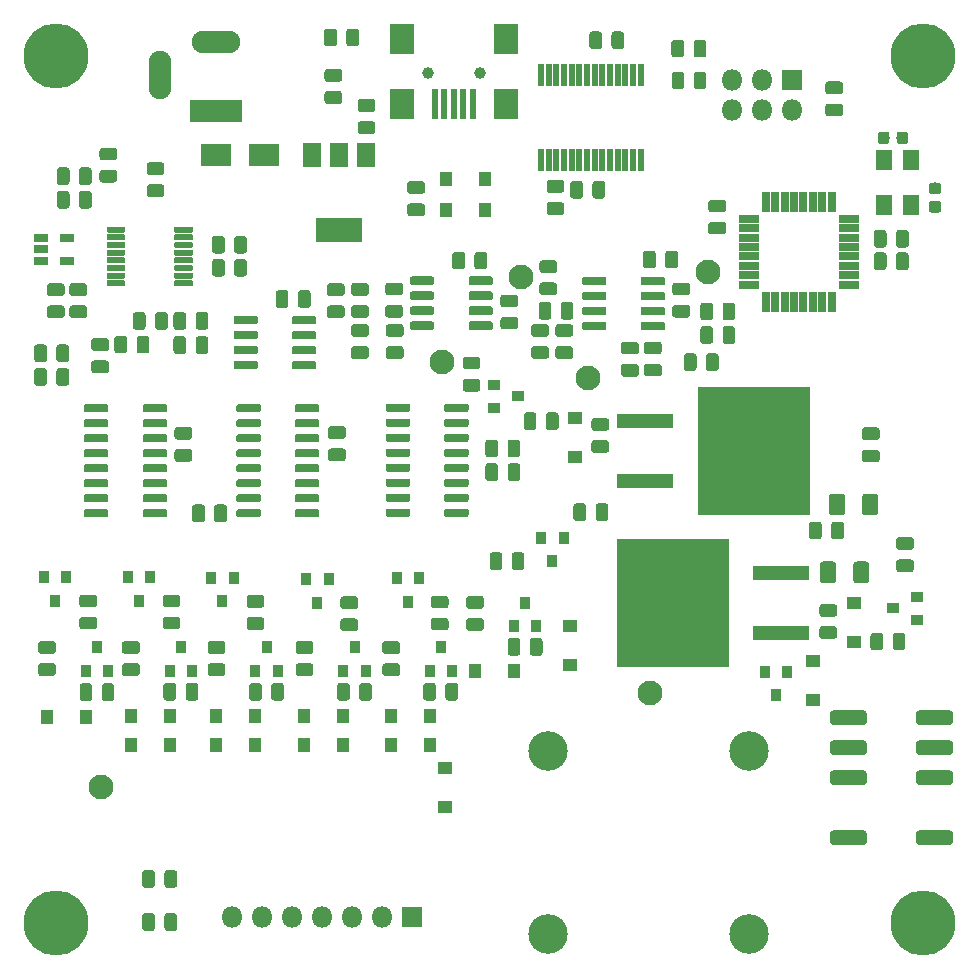
<source format=gts>
%TF.GenerationSoftware,KiCad,Pcbnew,(5.1.2)-2*%
%TF.CreationDate,2020-11-17T15:03:50-05:00*%
%TF.ProjectId,Battery_Storage_Device,42617474-6572-4795-9f53-746f72616765,rev?*%
%TF.SameCoordinates,Original*%
%TF.FileFunction,Soldermask,Top*%
%TF.FilePolarity,Negative*%
%FSLAX46Y46*%
G04 Gerber Fmt 4.6, Leading zero omitted, Abs format (unit mm)*
G04 Created by KiCad (PCBNEW (5.1.2)-2) date 2020-11-17 15:03:50*
%MOMM*%
%LPD*%
G04 APERTURE LIST*
%ADD10C,5.500000*%
%ADD11C,0.100000*%
%ADD12C,1.075000*%
%ADD13C,2.100000*%
%ADD14C,3.350000*%
%ADD15O,1.800000X1.800000*%
%ADD16R,1.800000X1.800000*%
%ADD17R,1.300000X1.000000*%
%ADD18R,2.600000X1.900000*%
%ADD19R,1.600000X2.100000*%
%ADD20R,3.900000X2.100000*%
%ADD21R,4.500000X1.900000*%
%ADD22O,4.100000X1.900000*%
%ADD23O,1.900000X4.100000*%
%ADD24R,1.000000X1.300000*%
%ADD25R,9.500000X10.900000*%
%ADD26R,4.700000X1.200000*%
%ADD27R,1.400000X1.700000*%
%ADD28R,0.650000X1.700000*%
%ADD29R,1.700000X0.650000*%
%ADD30R,0.550000X1.850000*%
%ADD31R,1.160000X0.750000*%
%ADD32C,0.500000*%
%ADD33C,0.700000*%
%ADD34C,1.350000*%
%ADD35R,0.900000X1.000000*%
%ADD36R,1.000000X0.900000*%
%ADD37C,1.210000*%
%ADD38C,1.000000*%
%ADD39R,0.600000X2.600000*%
%ADD40R,2.100000X2.600000*%
%ADD41C,0.975000*%
G04 APERTURE END LIST*
D10*
%TO.C,H4*%
X83300000Y-126700000D03*
%TD*%
%TO.C,H3*%
X156700000Y-126700000D03*
%TD*%
%TO.C,H2*%
X156700000Y-53300000D03*
%TD*%
%TO.C,H1*%
X83300000Y-53300000D03*
%TD*%
D11*
%TO.C,R54*%
G36*
X149707592Y-57301294D02*
G01*
X149733681Y-57305164D01*
X149759264Y-57311572D01*
X149784096Y-57320457D01*
X149807938Y-57331734D01*
X149830560Y-57345293D01*
X149851743Y-57361003D01*
X149871285Y-57378715D01*
X149888997Y-57398257D01*
X149904707Y-57419440D01*
X149918266Y-57442062D01*
X149929543Y-57465904D01*
X149938428Y-57490736D01*
X149944836Y-57516319D01*
X149948706Y-57542408D01*
X149950000Y-57568750D01*
X149950000Y-58106250D01*
X149948706Y-58132592D01*
X149944836Y-58158681D01*
X149938428Y-58184264D01*
X149929543Y-58209096D01*
X149918266Y-58232938D01*
X149904707Y-58255560D01*
X149888997Y-58276743D01*
X149871285Y-58296285D01*
X149851743Y-58313997D01*
X149830560Y-58329707D01*
X149807938Y-58343266D01*
X149784096Y-58354543D01*
X149759264Y-58363428D01*
X149733681Y-58369836D01*
X149707592Y-58373706D01*
X149681250Y-58375000D01*
X148718750Y-58375000D01*
X148692408Y-58373706D01*
X148666319Y-58369836D01*
X148640736Y-58363428D01*
X148615904Y-58354543D01*
X148592062Y-58343266D01*
X148569440Y-58329707D01*
X148548257Y-58313997D01*
X148528715Y-58296285D01*
X148511003Y-58276743D01*
X148495293Y-58255560D01*
X148481734Y-58232938D01*
X148470457Y-58209096D01*
X148461572Y-58184264D01*
X148455164Y-58158681D01*
X148451294Y-58132592D01*
X148450000Y-58106250D01*
X148450000Y-57568750D01*
X148451294Y-57542408D01*
X148455164Y-57516319D01*
X148461572Y-57490736D01*
X148470457Y-57465904D01*
X148481734Y-57442062D01*
X148495293Y-57419440D01*
X148511003Y-57398257D01*
X148528715Y-57378715D01*
X148548257Y-57361003D01*
X148569440Y-57345293D01*
X148592062Y-57331734D01*
X148615904Y-57320457D01*
X148640736Y-57311572D01*
X148666319Y-57305164D01*
X148692408Y-57301294D01*
X148718750Y-57300000D01*
X149681250Y-57300000D01*
X149707592Y-57301294D01*
X149707592Y-57301294D01*
G37*
D12*
X149200000Y-57837500D03*
D11*
G36*
X149707592Y-55426294D02*
G01*
X149733681Y-55430164D01*
X149759264Y-55436572D01*
X149784096Y-55445457D01*
X149807938Y-55456734D01*
X149830560Y-55470293D01*
X149851743Y-55486003D01*
X149871285Y-55503715D01*
X149888997Y-55523257D01*
X149904707Y-55544440D01*
X149918266Y-55567062D01*
X149929543Y-55590904D01*
X149938428Y-55615736D01*
X149944836Y-55641319D01*
X149948706Y-55667408D01*
X149950000Y-55693750D01*
X149950000Y-56231250D01*
X149948706Y-56257592D01*
X149944836Y-56283681D01*
X149938428Y-56309264D01*
X149929543Y-56334096D01*
X149918266Y-56357938D01*
X149904707Y-56380560D01*
X149888997Y-56401743D01*
X149871285Y-56421285D01*
X149851743Y-56438997D01*
X149830560Y-56454707D01*
X149807938Y-56468266D01*
X149784096Y-56479543D01*
X149759264Y-56488428D01*
X149733681Y-56494836D01*
X149707592Y-56498706D01*
X149681250Y-56500000D01*
X148718750Y-56500000D01*
X148692408Y-56498706D01*
X148666319Y-56494836D01*
X148640736Y-56488428D01*
X148615904Y-56479543D01*
X148592062Y-56468266D01*
X148569440Y-56454707D01*
X148548257Y-56438997D01*
X148528715Y-56421285D01*
X148511003Y-56401743D01*
X148495293Y-56380560D01*
X148481734Y-56357938D01*
X148470457Y-56334096D01*
X148461572Y-56309264D01*
X148455164Y-56283681D01*
X148451294Y-56257592D01*
X148450000Y-56231250D01*
X148450000Y-55693750D01*
X148451294Y-55667408D01*
X148455164Y-55641319D01*
X148461572Y-55615736D01*
X148470457Y-55590904D01*
X148481734Y-55567062D01*
X148495293Y-55544440D01*
X148511003Y-55523257D01*
X148528715Y-55503715D01*
X148548257Y-55486003D01*
X148569440Y-55470293D01*
X148592062Y-55456734D01*
X148615904Y-55445457D01*
X148640736Y-55436572D01*
X148666319Y-55430164D01*
X148692408Y-55426294D01*
X148718750Y-55425000D01*
X149681250Y-55425000D01*
X149707592Y-55426294D01*
X149707592Y-55426294D01*
G37*
D12*
X149200000Y-55962500D03*
%TD*%
D11*
%TO.C,R53*%
G36*
X107507592Y-72526294D02*
G01*
X107533681Y-72530164D01*
X107559264Y-72536572D01*
X107584096Y-72545457D01*
X107607938Y-72556734D01*
X107630560Y-72570293D01*
X107651743Y-72586003D01*
X107671285Y-72603715D01*
X107688997Y-72623257D01*
X107704707Y-72644440D01*
X107718266Y-72667062D01*
X107729543Y-72690904D01*
X107738428Y-72715736D01*
X107744836Y-72741319D01*
X107748706Y-72767408D01*
X107750000Y-72793750D01*
X107750000Y-73331250D01*
X107748706Y-73357592D01*
X107744836Y-73383681D01*
X107738428Y-73409264D01*
X107729543Y-73434096D01*
X107718266Y-73457938D01*
X107704707Y-73480560D01*
X107688997Y-73501743D01*
X107671285Y-73521285D01*
X107651743Y-73538997D01*
X107630560Y-73554707D01*
X107607938Y-73568266D01*
X107584096Y-73579543D01*
X107559264Y-73588428D01*
X107533681Y-73594836D01*
X107507592Y-73598706D01*
X107481250Y-73600000D01*
X106518750Y-73600000D01*
X106492408Y-73598706D01*
X106466319Y-73594836D01*
X106440736Y-73588428D01*
X106415904Y-73579543D01*
X106392062Y-73568266D01*
X106369440Y-73554707D01*
X106348257Y-73538997D01*
X106328715Y-73521285D01*
X106311003Y-73501743D01*
X106295293Y-73480560D01*
X106281734Y-73457938D01*
X106270457Y-73434096D01*
X106261572Y-73409264D01*
X106255164Y-73383681D01*
X106251294Y-73357592D01*
X106250000Y-73331250D01*
X106250000Y-72793750D01*
X106251294Y-72767408D01*
X106255164Y-72741319D01*
X106261572Y-72715736D01*
X106270457Y-72690904D01*
X106281734Y-72667062D01*
X106295293Y-72644440D01*
X106311003Y-72623257D01*
X106328715Y-72603715D01*
X106348257Y-72586003D01*
X106369440Y-72570293D01*
X106392062Y-72556734D01*
X106415904Y-72545457D01*
X106440736Y-72536572D01*
X106466319Y-72530164D01*
X106492408Y-72526294D01*
X106518750Y-72525000D01*
X107481250Y-72525000D01*
X107507592Y-72526294D01*
X107507592Y-72526294D01*
G37*
D12*
X107000000Y-73062500D03*
D11*
G36*
X107507592Y-74401294D02*
G01*
X107533681Y-74405164D01*
X107559264Y-74411572D01*
X107584096Y-74420457D01*
X107607938Y-74431734D01*
X107630560Y-74445293D01*
X107651743Y-74461003D01*
X107671285Y-74478715D01*
X107688997Y-74498257D01*
X107704707Y-74519440D01*
X107718266Y-74542062D01*
X107729543Y-74565904D01*
X107738428Y-74590736D01*
X107744836Y-74616319D01*
X107748706Y-74642408D01*
X107750000Y-74668750D01*
X107750000Y-75206250D01*
X107748706Y-75232592D01*
X107744836Y-75258681D01*
X107738428Y-75284264D01*
X107729543Y-75309096D01*
X107718266Y-75332938D01*
X107704707Y-75355560D01*
X107688997Y-75376743D01*
X107671285Y-75396285D01*
X107651743Y-75413997D01*
X107630560Y-75429707D01*
X107607938Y-75443266D01*
X107584096Y-75454543D01*
X107559264Y-75463428D01*
X107533681Y-75469836D01*
X107507592Y-75473706D01*
X107481250Y-75475000D01*
X106518750Y-75475000D01*
X106492408Y-75473706D01*
X106466319Y-75469836D01*
X106440736Y-75463428D01*
X106415904Y-75454543D01*
X106392062Y-75443266D01*
X106369440Y-75429707D01*
X106348257Y-75413997D01*
X106328715Y-75396285D01*
X106311003Y-75376743D01*
X106295293Y-75355560D01*
X106281734Y-75332938D01*
X106270457Y-75309096D01*
X106261572Y-75284264D01*
X106255164Y-75258681D01*
X106251294Y-75232592D01*
X106250000Y-75206250D01*
X106250000Y-74668750D01*
X106251294Y-74642408D01*
X106255164Y-74616319D01*
X106261572Y-74590736D01*
X106270457Y-74565904D01*
X106281734Y-74542062D01*
X106295293Y-74519440D01*
X106311003Y-74498257D01*
X106328715Y-74478715D01*
X106348257Y-74461003D01*
X106369440Y-74445293D01*
X106392062Y-74431734D01*
X106415904Y-74420457D01*
X106440736Y-74411572D01*
X106466319Y-74405164D01*
X106492408Y-74401294D01*
X106518750Y-74400000D01*
X107481250Y-74400000D01*
X107507592Y-74401294D01*
X107507592Y-74401294D01*
G37*
D12*
X107000000Y-74937500D03*
%TD*%
D11*
%TO.C,R52*%
G36*
X92257592Y-64151294D02*
G01*
X92283681Y-64155164D01*
X92309264Y-64161572D01*
X92334096Y-64170457D01*
X92357938Y-64181734D01*
X92380560Y-64195293D01*
X92401743Y-64211003D01*
X92421285Y-64228715D01*
X92438997Y-64248257D01*
X92454707Y-64269440D01*
X92468266Y-64292062D01*
X92479543Y-64315904D01*
X92488428Y-64340736D01*
X92494836Y-64366319D01*
X92498706Y-64392408D01*
X92500000Y-64418750D01*
X92500000Y-64956250D01*
X92498706Y-64982592D01*
X92494836Y-65008681D01*
X92488428Y-65034264D01*
X92479543Y-65059096D01*
X92468266Y-65082938D01*
X92454707Y-65105560D01*
X92438997Y-65126743D01*
X92421285Y-65146285D01*
X92401743Y-65163997D01*
X92380560Y-65179707D01*
X92357938Y-65193266D01*
X92334096Y-65204543D01*
X92309264Y-65213428D01*
X92283681Y-65219836D01*
X92257592Y-65223706D01*
X92231250Y-65225000D01*
X91268750Y-65225000D01*
X91242408Y-65223706D01*
X91216319Y-65219836D01*
X91190736Y-65213428D01*
X91165904Y-65204543D01*
X91142062Y-65193266D01*
X91119440Y-65179707D01*
X91098257Y-65163997D01*
X91078715Y-65146285D01*
X91061003Y-65126743D01*
X91045293Y-65105560D01*
X91031734Y-65082938D01*
X91020457Y-65059096D01*
X91011572Y-65034264D01*
X91005164Y-65008681D01*
X91001294Y-64982592D01*
X91000000Y-64956250D01*
X91000000Y-64418750D01*
X91001294Y-64392408D01*
X91005164Y-64366319D01*
X91011572Y-64340736D01*
X91020457Y-64315904D01*
X91031734Y-64292062D01*
X91045293Y-64269440D01*
X91061003Y-64248257D01*
X91078715Y-64228715D01*
X91098257Y-64211003D01*
X91119440Y-64195293D01*
X91142062Y-64181734D01*
X91165904Y-64170457D01*
X91190736Y-64161572D01*
X91216319Y-64155164D01*
X91242408Y-64151294D01*
X91268750Y-64150000D01*
X92231250Y-64150000D01*
X92257592Y-64151294D01*
X92257592Y-64151294D01*
G37*
D12*
X91750000Y-64687500D03*
D11*
G36*
X92257592Y-62276294D02*
G01*
X92283681Y-62280164D01*
X92309264Y-62286572D01*
X92334096Y-62295457D01*
X92357938Y-62306734D01*
X92380560Y-62320293D01*
X92401743Y-62336003D01*
X92421285Y-62353715D01*
X92438997Y-62373257D01*
X92454707Y-62394440D01*
X92468266Y-62417062D01*
X92479543Y-62440904D01*
X92488428Y-62465736D01*
X92494836Y-62491319D01*
X92498706Y-62517408D01*
X92500000Y-62543750D01*
X92500000Y-63081250D01*
X92498706Y-63107592D01*
X92494836Y-63133681D01*
X92488428Y-63159264D01*
X92479543Y-63184096D01*
X92468266Y-63207938D01*
X92454707Y-63230560D01*
X92438997Y-63251743D01*
X92421285Y-63271285D01*
X92401743Y-63288997D01*
X92380560Y-63304707D01*
X92357938Y-63318266D01*
X92334096Y-63329543D01*
X92309264Y-63338428D01*
X92283681Y-63344836D01*
X92257592Y-63348706D01*
X92231250Y-63350000D01*
X91268750Y-63350000D01*
X91242408Y-63348706D01*
X91216319Y-63344836D01*
X91190736Y-63338428D01*
X91165904Y-63329543D01*
X91142062Y-63318266D01*
X91119440Y-63304707D01*
X91098257Y-63288997D01*
X91078715Y-63271285D01*
X91061003Y-63251743D01*
X91045293Y-63230560D01*
X91031734Y-63207938D01*
X91020457Y-63184096D01*
X91011572Y-63159264D01*
X91005164Y-63133681D01*
X91001294Y-63107592D01*
X91000000Y-63081250D01*
X91000000Y-62543750D01*
X91001294Y-62517408D01*
X91005164Y-62491319D01*
X91011572Y-62465736D01*
X91020457Y-62440904D01*
X91031734Y-62417062D01*
X91045293Y-62394440D01*
X91061003Y-62373257D01*
X91078715Y-62353715D01*
X91098257Y-62336003D01*
X91119440Y-62320293D01*
X91142062Y-62306734D01*
X91165904Y-62295457D01*
X91190736Y-62286572D01*
X91216319Y-62280164D01*
X91242408Y-62276294D01*
X91268750Y-62275000D01*
X92231250Y-62275000D01*
X92257592Y-62276294D01*
X92257592Y-62276294D01*
G37*
D12*
X91750000Y-62812500D03*
%TD*%
D13*
%TO.C,TP6*%
X87100000Y-115200000D03*
%TD*%
%TO.C,TP5*%
X122650000Y-71950000D03*
%TD*%
%TO.C,TP4*%
X116000000Y-79150000D03*
%TD*%
%TO.C,TP3*%
X133650000Y-107250000D03*
%TD*%
%TO.C,TP2*%
X128350000Y-80550000D03*
%TD*%
%TO.C,TP1*%
X138550000Y-71550000D03*
%TD*%
D11*
%TO.C,R51*%
G36*
X84182592Y-79701294D02*
G01*
X84208681Y-79705164D01*
X84234264Y-79711572D01*
X84259096Y-79720457D01*
X84282938Y-79731734D01*
X84305560Y-79745293D01*
X84326743Y-79761003D01*
X84346285Y-79778715D01*
X84363997Y-79798257D01*
X84379707Y-79819440D01*
X84393266Y-79842062D01*
X84404543Y-79865904D01*
X84413428Y-79890736D01*
X84419836Y-79916319D01*
X84423706Y-79942408D01*
X84425000Y-79968750D01*
X84425000Y-80931250D01*
X84423706Y-80957592D01*
X84419836Y-80983681D01*
X84413428Y-81009264D01*
X84404543Y-81034096D01*
X84393266Y-81057938D01*
X84379707Y-81080560D01*
X84363997Y-81101743D01*
X84346285Y-81121285D01*
X84326743Y-81138997D01*
X84305560Y-81154707D01*
X84282938Y-81168266D01*
X84259096Y-81179543D01*
X84234264Y-81188428D01*
X84208681Y-81194836D01*
X84182592Y-81198706D01*
X84156250Y-81200000D01*
X83618750Y-81200000D01*
X83592408Y-81198706D01*
X83566319Y-81194836D01*
X83540736Y-81188428D01*
X83515904Y-81179543D01*
X83492062Y-81168266D01*
X83469440Y-81154707D01*
X83448257Y-81138997D01*
X83428715Y-81121285D01*
X83411003Y-81101743D01*
X83395293Y-81080560D01*
X83381734Y-81057938D01*
X83370457Y-81034096D01*
X83361572Y-81009264D01*
X83355164Y-80983681D01*
X83351294Y-80957592D01*
X83350000Y-80931250D01*
X83350000Y-79968750D01*
X83351294Y-79942408D01*
X83355164Y-79916319D01*
X83361572Y-79890736D01*
X83370457Y-79865904D01*
X83381734Y-79842062D01*
X83395293Y-79819440D01*
X83411003Y-79798257D01*
X83428715Y-79778715D01*
X83448257Y-79761003D01*
X83469440Y-79745293D01*
X83492062Y-79731734D01*
X83515904Y-79720457D01*
X83540736Y-79711572D01*
X83566319Y-79705164D01*
X83592408Y-79701294D01*
X83618750Y-79700000D01*
X84156250Y-79700000D01*
X84182592Y-79701294D01*
X84182592Y-79701294D01*
G37*
D12*
X83887500Y-80450000D03*
D11*
G36*
X82307592Y-79701294D02*
G01*
X82333681Y-79705164D01*
X82359264Y-79711572D01*
X82384096Y-79720457D01*
X82407938Y-79731734D01*
X82430560Y-79745293D01*
X82451743Y-79761003D01*
X82471285Y-79778715D01*
X82488997Y-79798257D01*
X82504707Y-79819440D01*
X82518266Y-79842062D01*
X82529543Y-79865904D01*
X82538428Y-79890736D01*
X82544836Y-79916319D01*
X82548706Y-79942408D01*
X82550000Y-79968750D01*
X82550000Y-80931250D01*
X82548706Y-80957592D01*
X82544836Y-80983681D01*
X82538428Y-81009264D01*
X82529543Y-81034096D01*
X82518266Y-81057938D01*
X82504707Y-81080560D01*
X82488997Y-81101743D01*
X82471285Y-81121285D01*
X82451743Y-81138997D01*
X82430560Y-81154707D01*
X82407938Y-81168266D01*
X82384096Y-81179543D01*
X82359264Y-81188428D01*
X82333681Y-81194836D01*
X82307592Y-81198706D01*
X82281250Y-81200000D01*
X81743750Y-81200000D01*
X81717408Y-81198706D01*
X81691319Y-81194836D01*
X81665736Y-81188428D01*
X81640904Y-81179543D01*
X81617062Y-81168266D01*
X81594440Y-81154707D01*
X81573257Y-81138997D01*
X81553715Y-81121285D01*
X81536003Y-81101743D01*
X81520293Y-81080560D01*
X81506734Y-81057938D01*
X81495457Y-81034096D01*
X81486572Y-81009264D01*
X81480164Y-80983681D01*
X81476294Y-80957592D01*
X81475000Y-80931250D01*
X81475000Y-79968750D01*
X81476294Y-79942408D01*
X81480164Y-79916319D01*
X81486572Y-79890736D01*
X81495457Y-79865904D01*
X81506734Y-79842062D01*
X81520293Y-79819440D01*
X81536003Y-79798257D01*
X81553715Y-79778715D01*
X81573257Y-79761003D01*
X81594440Y-79745293D01*
X81617062Y-79731734D01*
X81640904Y-79720457D01*
X81665736Y-79711572D01*
X81691319Y-79705164D01*
X81717408Y-79701294D01*
X81743750Y-79700000D01*
X82281250Y-79700000D01*
X82307592Y-79701294D01*
X82307592Y-79701294D01*
G37*
D12*
X82012500Y-80450000D03*
%TD*%
D11*
%TO.C,R50*%
G36*
X129832592Y-91151294D02*
G01*
X129858681Y-91155164D01*
X129884264Y-91161572D01*
X129909096Y-91170457D01*
X129932938Y-91181734D01*
X129955560Y-91195293D01*
X129976743Y-91211003D01*
X129996285Y-91228715D01*
X130013997Y-91248257D01*
X130029707Y-91269440D01*
X130043266Y-91292062D01*
X130054543Y-91315904D01*
X130063428Y-91340736D01*
X130069836Y-91366319D01*
X130073706Y-91392408D01*
X130075000Y-91418750D01*
X130075000Y-92381250D01*
X130073706Y-92407592D01*
X130069836Y-92433681D01*
X130063428Y-92459264D01*
X130054543Y-92484096D01*
X130043266Y-92507938D01*
X130029707Y-92530560D01*
X130013997Y-92551743D01*
X129996285Y-92571285D01*
X129976743Y-92588997D01*
X129955560Y-92604707D01*
X129932938Y-92618266D01*
X129909096Y-92629543D01*
X129884264Y-92638428D01*
X129858681Y-92644836D01*
X129832592Y-92648706D01*
X129806250Y-92650000D01*
X129268750Y-92650000D01*
X129242408Y-92648706D01*
X129216319Y-92644836D01*
X129190736Y-92638428D01*
X129165904Y-92629543D01*
X129142062Y-92618266D01*
X129119440Y-92604707D01*
X129098257Y-92588997D01*
X129078715Y-92571285D01*
X129061003Y-92551743D01*
X129045293Y-92530560D01*
X129031734Y-92507938D01*
X129020457Y-92484096D01*
X129011572Y-92459264D01*
X129005164Y-92433681D01*
X129001294Y-92407592D01*
X129000000Y-92381250D01*
X129000000Y-91418750D01*
X129001294Y-91392408D01*
X129005164Y-91366319D01*
X129011572Y-91340736D01*
X129020457Y-91315904D01*
X129031734Y-91292062D01*
X129045293Y-91269440D01*
X129061003Y-91248257D01*
X129078715Y-91228715D01*
X129098257Y-91211003D01*
X129119440Y-91195293D01*
X129142062Y-91181734D01*
X129165904Y-91170457D01*
X129190736Y-91161572D01*
X129216319Y-91155164D01*
X129242408Y-91151294D01*
X129268750Y-91150000D01*
X129806250Y-91150000D01*
X129832592Y-91151294D01*
X129832592Y-91151294D01*
G37*
D12*
X129537500Y-91900000D03*
D11*
G36*
X127957592Y-91151294D02*
G01*
X127983681Y-91155164D01*
X128009264Y-91161572D01*
X128034096Y-91170457D01*
X128057938Y-91181734D01*
X128080560Y-91195293D01*
X128101743Y-91211003D01*
X128121285Y-91228715D01*
X128138997Y-91248257D01*
X128154707Y-91269440D01*
X128168266Y-91292062D01*
X128179543Y-91315904D01*
X128188428Y-91340736D01*
X128194836Y-91366319D01*
X128198706Y-91392408D01*
X128200000Y-91418750D01*
X128200000Y-92381250D01*
X128198706Y-92407592D01*
X128194836Y-92433681D01*
X128188428Y-92459264D01*
X128179543Y-92484096D01*
X128168266Y-92507938D01*
X128154707Y-92530560D01*
X128138997Y-92551743D01*
X128121285Y-92571285D01*
X128101743Y-92588997D01*
X128080560Y-92604707D01*
X128057938Y-92618266D01*
X128034096Y-92629543D01*
X128009264Y-92638428D01*
X127983681Y-92644836D01*
X127957592Y-92648706D01*
X127931250Y-92650000D01*
X127393750Y-92650000D01*
X127367408Y-92648706D01*
X127341319Y-92644836D01*
X127315736Y-92638428D01*
X127290904Y-92629543D01*
X127267062Y-92618266D01*
X127244440Y-92604707D01*
X127223257Y-92588997D01*
X127203715Y-92571285D01*
X127186003Y-92551743D01*
X127170293Y-92530560D01*
X127156734Y-92507938D01*
X127145457Y-92484096D01*
X127136572Y-92459264D01*
X127130164Y-92433681D01*
X127126294Y-92407592D01*
X127125000Y-92381250D01*
X127125000Y-91418750D01*
X127126294Y-91392408D01*
X127130164Y-91366319D01*
X127136572Y-91340736D01*
X127145457Y-91315904D01*
X127156734Y-91292062D01*
X127170293Y-91269440D01*
X127186003Y-91248257D01*
X127203715Y-91228715D01*
X127223257Y-91211003D01*
X127244440Y-91195293D01*
X127267062Y-91181734D01*
X127290904Y-91170457D01*
X127315736Y-91161572D01*
X127341319Y-91155164D01*
X127367408Y-91151294D01*
X127393750Y-91150000D01*
X127931250Y-91150000D01*
X127957592Y-91151294D01*
X127957592Y-91151294D01*
G37*
D12*
X127662500Y-91900000D03*
%TD*%
D11*
%TO.C,C29*%
G36*
X82307592Y-77701294D02*
G01*
X82333681Y-77705164D01*
X82359264Y-77711572D01*
X82384096Y-77720457D01*
X82407938Y-77731734D01*
X82430560Y-77745293D01*
X82451743Y-77761003D01*
X82471285Y-77778715D01*
X82488997Y-77798257D01*
X82504707Y-77819440D01*
X82518266Y-77842062D01*
X82529543Y-77865904D01*
X82538428Y-77890736D01*
X82544836Y-77916319D01*
X82548706Y-77942408D01*
X82550000Y-77968750D01*
X82550000Y-78931250D01*
X82548706Y-78957592D01*
X82544836Y-78983681D01*
X82538428Y-79009264D01*
X82529543Y-79034096D01*
X82518266Y-79057938D01*
X82504707Y-79080560D01*
X82488997Y-79101743D01*
X82471285Y-79121285D01*
X82451743Y-79138997D01*
X82430560Y-79154707D01*
X82407938Y-79168266D01*
X82384096Y-79179543D01*
X82359264Y-79188428D01*
X82333681Y-79194836D01*
X82307592Y-79198706D01*
X82281250Y-79200000D01*
X81743750Y-79200000D01*
X81717408Y-79198706D01*
X81691319Y-79194836D01*
X81665736Y-79188428D01*
X81640904Y-79179543D01*
X81617062Y-79168266D01*
X81594440Y-79154707D01*
X81573257Y-79138997D01*
X81553715Y-79121285D01*
X81536003Y-79101743D01*
X81520293Y-79080560D01*
X81506734Y-79057938D01*
X81495457Y-79034096D01*
X81486572Y-79009264D01*
X81480164Y-78983681D01*
X81476294Y-78957592D01*
X81475000Y-78931250D01*
X81475000Y-77968750D01*
X81476294Y-77942408D01*
X81480164Y-77916319D01*
X81486572Y-77890736D01*
X81495457Y-77865904D01*
X81506734Y-77842062D01*
X81520293Y-77819440D01*
X81536003Y-77798257D01*
X81553715Y-77778715D01*
X81573257Y-77761003D01*
X81594440Y-77745293D01*
X81617062Y-77731734D01*
X81640904Y-77720457D01*
X81665736Y-77711572D01*
X81691319Y-77705164D01*
X81717408Y-77701294D01*
X81743750Y-77700000D01*
X82281250Y-77700000D01*
X82307592Y-77701294D01*
X82307592Y-77701294D01*
G37*
D12*
X82012500Y-78450000D03*
D11*
G36*
X84182592Y-77701294D02*
G01*
X84208681Y-77705164D01*
X84234264Y-77711572D01*
X84259096Y-77720457D01*
X84282938Y-77731734D01*
X84305560Y-77745293D01*
X84326743Y-77761003D01*
X84346285Y-77778715D01*
X84363997Y-77798257D01*
X84379707Y-77819440D01*
X84393266Y-77842062D01*
X84404543Y-77865904D01*
X84413428Y-77890736D01*
X84419836Y-77916319D01*
X84423706Y-77942408D01*
X84425000Y-77968750D01*
X84425000Y-78931250D01*
X84423706Y-78957592D01*
X84419836Y-78983681D01*
X84413428Y-79009264D01*
X84404543Y-79034096D01*
X84393266Y-79057938D01*
X84379707Y-79080560D01*
X84363997Y-79101743D01*
X84346285Y-79121285D01*
X84326743Y-79138997D01*
X84305560Y-79154707D01*
X84282938Y-79168266D01*
X84259096Y-79179543D01*
X84234264Y-79188428D01*
X84208681Y-79194836D01*
X84182592Y-79198706D01*
X84156250Y-79200000D01*
X83618750Y-79200000D01*
X83592408Y-79198706D01*
X83566319Y-79194836D01*
X83540736Y-79188428D01*
X83515904Y-79179543D01*
X83492062Y-79168266D01*
X83469440Y-79154707D01*
X83448257Y-79138997D01*
X83428715Y-79121285D01*
X83411003Y-79101743D01*
X83395293Y-79080560D01*
X83381734Y-79057938D01*
X83370457Y-79034096D01*
X83361572Y-79009264D01*
X83355164Y-78983681D01*
X83351294Y-78957592D01*
X83350000Y-78931250D01*
X83350000Y-77968750D01*
X83351294Y-77942408D01*
X83355164Y-77916319D01*
X83361572Y-77890736D01*
X83370457Y-77865904D01*
X83381734Y-77842062D01*
X83395293Y-77819440D01*
X83411003Y-77798257D01*
X83428715Y-77778715D01*
X83448257Y-77761003D01*
X83469440Y-77745293D01*
X83492062Y-77731734D01*
X83515904Y-77720457D01*
X83540736Y-77711572D01*
X83566319Y-77705164D01*
X83592408Y-77701294D01*
X83618750Y-77700000D01*
X84156250Y-77700000D01*
X84182592Y-77701294D01*
X84182592Y-77701294D01*
G37*
D12*
X83887500Y-78450000D03*
%TD*%
D14*
%TO.C,J6*%
X125000000Y-127650000D03*
X125000000Y-112150000D03*
%TD*%
%TO.C,J1*%
X142000000Y-127650000D03*
X142000000Y-112150000D03*
%TD*%
D15*
%TO.C,J2*%
X98260000Y-126200000D03*
X100800000Y-126200000D03*
X103340000Y-126200000D03*
X105880000Y-126200000D03*
X108420000Y-126200000D03*
X110960000Y-126200000D03*
D16*
X113500000Y-126200000D03*
%TD*%
D11*
%TO.C,R49*%
G36*
X107307592Y-56251294D02*
G01*
X107333681Y-56255164D01*
X107359264Y-56261572D01*
X107384096Y-56270457D01*
X107407938Y-56281734D01*
X107430560Y-56295293D01*
X107451743Y-56311003D01*
X107471285Y-56328715D01*
X107488997Y-56348257D01*
X107504707Y-56369440D01*
X107518266Y-56392062D01*
X107529543Y-56415904D01*
X107538428Y-56440736D01*
X107544836Y-56466319D01*
X107548706Y-56492408D01*
X107550000Y-56518750D01*
X107550000Y-57056250D01*
X107548706Y-57082592D01*
X107544836Y-57108681D01*
X107538428Y-57134264D01*
X107529543Y-57159096D01*
X107518266Y-57182938D01*
X107504707Y-57205560D01*
X107488997Y-57226743D01*
X107471285Y-57246285D01*
X107451743Y-57263997D01*
X107430560Y-57279707D01*
X107407938Y-57293266D01*
X107384096Y-57304543D01*
X107359264Y-57313428D01*
X107333681Y-57319836D01*
X107307592Y-57323706D01*
X107281250Y-57325000D01*
X106318750Y-57325000D01*
X106292408Y-57323706D01*
X106266319Y-57319836D01*
X106240736Y-57313428D01*
X106215904Y-57304543D01*
X106192062Y-57293266D01*
X106169440Y-57279707D01*
X106148257Y-57263997D01*
X106128715Y-57246285D01*
X106111003Y-57226743D01*
X106095293Y-57205560D01*
X106081734Y-57182938D01*
X106070457Y-57159096D01*
X106061572Y-57134264D01*
X106055164Y-57108681D01*
X106051294Y-57082592D01*
X106050000Y-57056250D01*
X106050000Y-56518750D01*
X106051294Y-56492408D01*
X106055164Y-56466319D01*
X106061572Y-56440736D01*
X106070457Y-56415904D01*
X106081734Y-56392062D01*
X106095293Y-56369440D01*
X106111003Y-56348257D01*
X106128715Y-56328715D01*
X106148257Y-56311003D01*
X106169440Y-56295293D01*
X106192062Y-56281734D01*
X106215904Y-56270457D01*
X106240736Y-56261572D01*
X106266319Y-56255164D01*
X106292408Y-56251294D01*
X106318750Y-56250000D01*
X107281250Y-56250000D01*
X107307592Y-56251294D01*
X107307592Y-56251294D01*
G37*
D12*
X106800000Y-56787500D03*
D11*
G36*
X107307592Y-54376294D02*
G01*
X107333681Y-54380164D01*
X107359264Y-54386572D01*
X107384096Y-54395457D01*
X107407938Y-54406734D01*
X107430560Y-54420293D01*
X107451743Y-54436003D01*
X107471285Y-54453715D01*
X107488997Y-54473257D01*
X107504707Y-54494440D01*
X107518266Y-54517062D01*
X107529543Y-54540904D01*
X107538428Y-54565736D01*
X107544836Y-54591319D01*
X107548706Y-54617408D01*
X107550000Y-54643750D01*
X107550000Y-55181250D01*
X107548706Y-55207592D01*
X107544836Y-55233681D01*
X107538428Y-55259264D01*
X107529543Y-55284096D01*
X107518266Y-55307938D01*
X107504707Y-55330560D01*
X107488997Y-55351743D01*
X107471285Y-55371285D01*
X107451743Y-55388997D01*
X107430560Y-55404707D01*
X107407938Y-55418266D01*
X107384096Y-55429543D01*
X107359264Y-55438428D01*
X107333681Y-55444836D01*
X107307592Y-55448706D01*
X107281250Y-55450000D01*
X106318750Y-55450000D01*
X106292408Y-55448706D01*
X106266319Y-55444836D01*
X106240736Y-55438428D01*
X106215904Y-55429543D01*
X106192062Y-55418266D01*
X106169440Y-55404707D01*
X106148257Y-55388997D01*
X106128715Y-55371285D01*
X106111003Y-55351743D01*
X106095293Y-55330560D01*
X106081734Y-55307938D01*
X106070457Y-55284096D01*
X106061572Y-55259264D01*
X106055164Y-55233681D01*
X106051294Y-55207592D01*
X106050000Y-55181250D01*
X106050000Y-54643750D01*
X106051294Y-54617408D01*
X106055164Y-54591319D01*
X106061572Y-54565736D01*
X106070457Y-54540904D01*
X106081734Y-54517062D01*
X106095293Y-54494440D01*
X106111003Y-54473257D01*
X106128715Y-54453715D01*
X106148257Y-54436003D01*
X106169440Y-54420293D01*
X106192062Y-54406734D01*
X106215904Y-54395457D01*
X106240736Y-54386572D01*
X106266319Y-54380164D01*
X106292408Y-54376294D01*
X106318750Y-54375000D01*
X107281250Y-54375000D01*
X107307592Y-54376294D01*
X107307592Y-54376294D01*
G37*
D12*
X106800000Y-54912500D03*
%TD*%
D11*
%TO.C,D20*%
G36*
X106857592Y-50951294D02*
G01*
X106883681Y-50955164D01*
X106909264Y-50961572D01*
X106934096Y-50970457D01*
X106957938Y-50981734D01*
X106980560Y-50995293D01*
X107001743Y-51011003D01*
X107021285Y-51028715D01*
X107038997Y-51048257D01*
X107054707Y-51069440D01*
X107068266Y-51092062D01*
X107079543Y-51115904D01*
X107088428Y-51140736D01*
X107094836Y-51166319D01*
X107098706Y-51192408D01*
X107100000Y-51218750D01*
X107100000Y-52181250D01*
X107098706Y-52207592D01*
X107094836Y-52233681D01*
X107088428Y-52259264D01*
X107079543Y-52284096D01*
X107068266Y-52307938D01*
X107054707Y-52330560D01*
X107038997Y-52351743D01*
X107021285Y-52371285D01*
X107001743Y-52388997D01*
X106980560Y-52404707D01*
X106957938Y-52418266D01*
X106934096Y-52429543D01*
X106909264Y-52438428D01*
X106883681Y-52444836D01*
X106857592Y-52448706D01*
X106831250Y-52450000D01*
X106293750Y-52450000D01*
X106267408Y-52448706D01*
X106241319Y-52444836D01*
X106215736Y-52438428D01*
X106190904Y-52429543D01*
X106167062Y-52418266D01*
X106144440Y-52404707D01*
X106123257Y-52388997D01*
X106103715Y-52371285D01*
X106086003Y-52351743D01*
X106070293Y-52330560D01*
X106056734Y-52307938D01*
X106045457Y-52284096D01*
X106036572Y-52259264D01*
X106030164Y-52233681D01*
X106026294Y-52207592D01*
X106025000Y-52181250D01*
X106025000Y-51218750D01*
X106026294Y-51192408D01*
X106030164Y-51166319D01*
X106036572Y-51140736D01*
X106045457Y-51115904D01*
X106056734Y-51092062D01*
X106070293Y-51069440D01*
X106086003Y-51048257D01*
X106103715Y-51028715D01*
X106123257Y-51011003D01*
X106144440Y-50995293D01*
X106167062Y-50981734D01*
X106190904Y-50970457D01*
X106215736Y-50961572D01*
X106241319Y-50955164D01*
X106267408Y-50951294D01*
X106293750Y-50950000D01*
X106831250Y-50950000D01*
X106857592Y-50951294D01*
X106857592Y-50951294D01*
G37*
D12*
X106562500Y-51700000D03*
D11*
G36*
X108732592Y-50951294D02*
G01*
X108758681Y-50955164D01*
X108784264Y-50961572D01*
X108809096Y-50970457D01*
X108832938Y-50981734D01*
X108855560Y-50995293D01*
X108876743Y-51011003D01*
X108896285Y-51028715D01*
X108913997Y-51048257D01*
X108929707Y-51069440D01*
X108943266Y-51092062D01*
X108954543Y-51115904D01*
X108963428Y-51140736D01*
X108969836Y-51166319D01*
X108973706Y-51192408D01*
X108975000Y-51218750D01*
X108975000Y-52181250D01*
X108973706Y-52207592D01*
X108969836Y-52233681D01*
X108963428Y-52259264D01*
X108954543Y-52284096D01*
X108943266Y-52307938D01*
X108929707Y-52330560D01*
X108913997Y-52351743D01*
X108896285Y-52371285D01*
X108876743Y-52388997D01*
X108855560Y-52404707D01*
X108832938Y-52418266D01*
X108809096Y-52429543D01*
X108784264Y-52438428D01*
X108758681Y-52444836D01*
X108732592Y-52448706D01*
X108706250Y-52450000D01*
X108168750Y-52450000D01*
X108142408Y-52448706D01*
X108116319Y-52444836D01*
X108090736Y-52438428D01*
X108065904Y-52429543D01*
X108042062Y-52418266D01*
X108019440Y-52404707D01*
X107998257Y-52388997D01*
X107978715Y-52371285D01*
X107961003Y-52351743D01*
X107945293Y-52330560D01*
X107931734Y-52307938D01*
X107920457Y-52284096D01*
X107911572Y-52259264D01*
X107905164Y-52233681D01*
X107901294Y-52207592D01*
X107900000Y-52181250D01*
X107900000Y-51218750D01*
X107901294Y-51192408D01*
X107905164Y-51166319D01*
X107911572Y-51140736D01*
X107920457Y-51115904D01*
X107931734Y-51092062D01*
X107945293Y-51069440D01*
X107961003Y-51048257D01*
X107978715Y-51028715D01*
X107998257Y-51011003D01*
X108019440Y-50995293D01*
X108042062Y-50981734D01*
X108065904Y-50970457D01*
X108090736Y-50961572D01*
X108116319Y-50955164D01*
X108142408Y-50951294D01*
X108168750Y-50950000D01*
X108706250Y-50950000D01*
X108732592Y-50951294D01*
X108732592Y-50951294D01*
G37*
D12*
X108437500Y-51700000D03*
%TD*%
D17*
%TO.C,D19*%
X127300000Y-83950000D03*
X127300000Y-87250000D03*
%TD*%
%TO.C,D18*%
X150900000Y-102850000D03*
X150900000Y-99550000D03*
%TD*%
D11*
%TO.C,R48*%
G36*
X86095092Y-62701294D02*
G01*
X86121181Y-62705164D01*
X86146764Y-62711572D01*
X86171596Y-62720457D01*
X86195438Y-62731734D01*
X86218060Y-62745293D01*
X86239243Y-62761003D01*
X86258785Y-62778715D01*
X86276497Y-62798257D01*
X86292207Y-62819440D01*
X86305766Y-62842062D01*
X86317043Y-62865904D01*
X86325928Y-62890736D01*
X86332336Y-62916319D01*
X86336206Y-62942408D01*
X86337500Y-62968750D01*
X86337500Y-63931250D01*
X86336206Y-63957592D01*
X86332336Y-63983681D01*
X86325928Y-64009264D01*
X86317043Y-64034096D01*
X86305766Y-64057938D01*
X86292207Y-64080560D01*
X86276497Y-64101743D01*
X86258785Y-64121285D01*
X86239243Y-64138997D01*
X86218060Y-64154707D01*
X86195438Y-64168266D01*
X86171596Y-64179543D01*
X86146764Y-64188428D01*
X86121181Y-64194836D01*
X86095092Y-64198706D01*
X86068750Y-64200000D01*
X85531250Y-64200000D01*
X85504908Y-64198706D01*
X85478819Y-64194836D01*
X85453236Y-64188428D01*
X85428404Y-64179543D01*
X85404562Y-64168266D01*
X85381940Y-64154707D01*
X85360757Y-64138997D01*
X85341215Y-64121285D01*
X85323503Y-64101743D01*
X85307793Y-64080560D01*
X85294234Y-64057938D01*
X85282957Y-64034096D01*
X85274072Y-64009264D01*
X85267664Y-63983681D01*
X85263794Y-63957592D01*
X85262500Y-63931250D01*
X85262500Y-62968750D01*
X85263794Y-62942408D01*
X85267664Y-62916319D01*
X85274072Y-62890736D01*
X85282957Y-62865904D01*
X85294234Y-62842062D01*
X85307793Y-62819440D01*
X85323503Y-62798257D01*
X85341215Y-62778715D01*
X85360757Y-62761003D01*
X85381940Y-62745293D01*
X85404562Y-62731734D01*
X85428404Y-62720457D01*
X85453236Y-62711572D01*
X85478819Y-62705164D01*
X85504908Y-62701294D01*
X85531250Y-62700000D01*
X86068750Y-62700000D01*
X86095092Y-62701294D01*
X86095092Y-62701294D01*
G37*
D12*
X85800000Y-63450000D03*
D11*
G36*
X84220092Y-62701294D02*
G01*
X84246181Y-62705164D01*
X84271764Y-62711572D01*
X84296596Y-62720457D01*
X84320438Y-62731734D01*
X84343060Y-62745293D01*
X84364243Y-62761003D01*
X84383785Y-62778715D01*
X84401497Y-62798257D01*
X84417207Y-62819440D01*
X84430766Y-62842062D01*
X84442043Y-62865904D01*
X84450928Y-62890736D01*
X84457336Y-62916319D01*
X84461206Y-62942408D01*
X84462500Y-62968750D01*
X84462500Y-63931250D01*
X84461206Y-63957592D01*
X84457336Y-63983681D01*
X84450928Y-64009264D01*
X84442043Y-64034096D01*
X84430766Y-64057938D01*
X84417207Y-64080560D01*
X84401497Y-64101743D01*
X84383785Y-64121285D01*
X84364243Y-64138997D01*
X84343060Y-64154707D01*
X84320438Y-64168266D01*
X84296596Y-64179543D01*
X84271764Y-64188428D01*
X84246181Y-64194836D01*
X84220092Y-64198706D01*
X84193750Y-64200000D01*
X83656250Y-64200000D01*
X83629908Y-64198706D01*
X83603819Y-64194836D01*
X83578236Y-64188428D01*
X83553404Y-64179543D01*
X83529562Y-64168266D01*
X83506940Y-64154707D01*
X83485757Y-64138997D01*
X83466215Y-64121285D01*
X83448503Y-64101743D01*
X83432793Y-64080560D01*
X83419234Y-64057938D01*
X83407957Y-64034096D01*
X83399072Y-64009264D01*
X83392664Y-63983681D01*
X83388794Y-63957592D01*
X83387500Y-63931250D01*
X83387500Y-62968750D01*
X83388794Y-62942408D01*
X83392664Y-62916319D01*
X83399072Y-62890736D01*
X83407957Y-62865904D01*
X83419234Y-62842062D01*
X83432793Y-62819440D01*
X83448503Y-62798257D01*
X83466215Y-62778715D01*
X83485757Y-62761003D01*
X83506940Y-62745293D01*
X83529562Y-62731734D01*
X83553404Y-62720457D01*
X83578236Y-62711572D01*
X83603819Y-62705164D01*
X83629908Y-62701294D01*
X83656250Y-62700000D01*
X84193750Y-62700000D01*
X84220092Y-62701294D01*
X84220092Y-62701294D01*
G37*
D12*
X83925000Y-63450000D03*
%TD*%
D11*
%TO.C,R47*%
G36*
X88257592Y-61038794D02*
G01*
X88283681Y-61042664D01*
X88309264Y-61049072D01*
X88334096Y-61057957D01*
X88357938Y-61069234D01*
X88380560Y-61082793D01*
X88401743Y-61098503D01*
X88421285Y-61116215D01*
X88438997Y-61135757D01*
X88454707Y-61156940D01*
X88468266Y-61179562D01*
X88479543Y-61203404D01*
X88488428Y-61228236D01*
X88494836Y-61253819D01*
X88498706Y-61279908D01*
X88500000Y-61306250D01*
X88500000Y-61843750D01*
X88498706Y-61870092D01*
X88494836Y-61896181D01*
X88488428Y-61921764D01*
X88479543Y-61946596D01*
X88468266Y-61970438D01*
X88454707Y-61993060D01*
X88438997Y-62014243D01*
X88421285Y-62033785D01*
X88401743Y-62051497D01*
X88380560Y-62067207D01*
X88357938Y-62080766D01*
X88334096Y-62092043D01*
X88309264Y-62100928D01*
X88283681Y-62107336D01*
X88257592Y-62111206D01*
X88231250Y-62112500D01*
X87268750Y-62112500D01*
X87242408Y-62111206D01*
X87216319Y-62107336D01*
X87190736Y-62100928D01*
X87165904Y-62092043D01*
X87142062Y-62080766D01*
X87119440Y-62067207D01*
X87098257Y-62051497D01*
X87078715Y-62033785D01*
X87061003Y-62014243D01*
X87045293Y-61993060D01*
X87031734Y-61970438D01*
X87020457Y-61946596D01*
X87011572Y-61921764D01*
X87005164Y-61896181D01*
X87001294Y-61870092D01*
X87000000Y-61843750D01*
X87000000Y-61306250D01*
X87001294Y-61279908D01*
X87005164Y-61253819D01*
X87011572Y-61228236D01*
X87020457Y-61203404D01*
X87031734Y-61179562D01*
X87045293Y-61156940D01*
X87061003Y-61135757D01*
X87078715Y-61116215D01*
X87098257Y-61098503D01*
X87119440Y-61082793D01*
X87142062Y-61069234D01*
X87165904Y-61057957D01*
X87190736Y-61049072D01*
X87216319Y-61042664D01*
X87242408Y-61038794D01*
X87268750Y-61037500D01*
X88231250Y-61037500D01*
X88257592Y-61038794D01*
X88257592Y-61038794D01*
G37*
D12*
X87750000Y-61575000D03*
D11*
G36*
X88257592Y-62913794D02*
G01*
X88283681Y-62917664D01*
X88309264Y-62924072D01*
X88334096Y-62932957D01*
X88357938Y-62944234D01*
X88380560Y-62957793D01*
X88401743Y-62973503D01*
X88421285Y-62991215D01*
X88438997Y-63010757D01*
X88454707Y-63031940D01*
X88468266Y-63054562D01*
X88479543Y-63078404D01*
X88488428Y-63103236D01*
X88494836Y-63128819D01*
X88498706Y-63154908D01*
X88500000Y-63181250D01*
X88500000Y-63718750D01*
X88498706Y-63745092D01*
X88494836Y-63771181D01*
X88488428Y-63796764D01*
X88479543Y-63821596D01*
X88468266Y-63845438D01*
X88454707Y-63868060D01*
X88438997Y-63889243D01*
X88421285Y-63908785D01*
X88401743Y-63926497D01*
X88380560Y-63942207D01*
X88357938Y-63955766D01*
X88334096Y-63967043D01*
X88309264Y-63975928D01*
X88283681Y-63982336D01*
X88257592Y-63986206D01*
X88231250Y-63987500D01*
X87268750Y-63987500D01*
X87242408Y-63986206D01*
X87216319Y-63982336D01*
X87190736Y-63975928D01*
X87165904Y-63967043D01*
X87142062Y-63955766D01*
X87119440Y-63942207D01*
X87098257Y-63926497D01*
X87078715Y-63908785D01*
X87061003Y-63889243D01*
X87045293Y-63868060D01*
X87031734Y-63845438D01*
X87020457Y-63821596D01*
X87011572Y-63796764D01*
X87005164Y-63771181D01*
X87001294Y-63745092D01*
X87000000Y-63718750D01*
X87000000Y-63181250D01*
X87001294Y-63154908D01*
X87005164Y-63128819D01*
X87011572Y-63103236D01*
X87020457Y-63078404D01*
X87031734Y-63054562D01*
X87045293Y-63031940D01*
X87061003Y-63010757D01*
X87078715Y-62991215D01*
X87098257Y-62973503D01*
X87119440Y-62957793D01*
X87142062Y-62944234D01*
X87165904Y-62932957D01*
X87190736Y-62924072D01*
X87216319Y-62917664D01*
X87242408Y-62913794D01*
X87268750Y-62912500D01*
X88231250Y-62912500D01*
X88257592Y-62913794D01*
X88257592Y-62913794D01*
G37*
D12*
X87750000Y-63450000D03*
%TD*%
D11*
%TO.C,C28*%
G36*
X84220092Y-64701294D02*
G01*
X84246181Y-64705164D01*
X84271764Y-64711572D01*
X84296596Y-64720457D01*
X84320438Y-64731734D01*
X84343060Y-64745293D01*
X84364243Y-64761003D01*
X84383785Y-64778715D01*
X84401497Y-64798257D01*
X84417207Y-64819440D01*
X84430766Y-64842062D01*
X84442043Y-64865904D01*
X84450928Y-64890736D01*
X84457336Y-64916319D01*
X84461206Y-64942408D01*
X84462500Y-64968750D01*
X84462500Y-65931250D01*
X84461206Y-65957592D01*
X84457336Y-65983681D01*
X84450928Y-66009264D01*
X84442043Y-66034096D01*
X84430766Y-66057938D01*
X84417207Y-66080560D01*
X84401497Y-66101743D01*
X84383785Y-66121285D01*
X84364243Y-66138997D01*
X84343060Y-66154707D01*
X84320438Y-66168266D01*
X84296596Y-66179543D01*
X84271764Y-66188428D01*
X84246181Y-66194836D01*
X84220092Y-66198706D01*
X84193750Y-66200000D01*
X83656250Y-66200000D01*
X83629908Y-66198706D01*
X83603819Y-66194836D01*
X83578236Y-66188428D01*
X83553404Y-66179543D01*
X83529562Y-66168266D01*
X83506940Y-66154707D01*
X83485757Y-66138997D01*
X83466215Y-66121285D01*
X83448503Y-66101743D01*
X83432793Y-66080560D01*
X83419234Y-66057938D01*
X83407957Y-66034096D01*
X83399072Y-66009264D01*
X83392664Y-65983681D01*
X83388794Y-65957592D01*
X83387500Y-65931250D01*
X83387500Y-64968750D01*
X83388794Y-64942408D01*
X83392664Y-64916319D01*
X83399072Y-64890736D01*
X83407957Y-64865904D01*
X83419234Y-64842062D01*
X83432793Y-64819440D01*
X83448503Y-64798257D01*
X83466215Y-64778715D01*
X83485757Y-64761003D01*
X83506940Y-64745293D01*
X83529562Y-64731734D01*
X83553404Y-64720457D01*
X83578236Y-64711572D01*
X83603819Y-64705164D01*
X83629908Y-64701294D01*
X83656250Y-64700000D01*
X84193750Y-64700000D01*
X84220092Y-64701294D01*
X84220092Y-64701294D01*
G37*
D12*
X83925000Y-65450000D03*
D11*
G36*
X86095092Y-64701294D02*
G01*
X86121181Y-64705164D01*
X86146764Y-64711572D01*
X86171596Y-64720457D01*
X86195438Y-64731734D01*
X86218060Y-64745293D01*
X86239243Y-64761003D01*
X86258785Y-64778715D01*
X86276497Y-64798257D01*
X86292207Y-64819440D01*
X86305766Y-64842062D01*
X86317043Y-64865904D01*
X86325928Y-64890736D01*
X86332336Y-64916319D01*
X86336206Y-64942408D01*
X86337500Y-64968750D01*
X86337500Y-65931250D01*
X86336206Y-65957592D01*
X86332336Y-65983681D01*
X86325928Y-66009264D01*
X86317043Y-66034096D01*
X86305766Y-66057938D01*
X86292207Y-66080560D01*
X86276497Y-66101743D01*
X86258785Y-66121285D01*
X86239243Y-66138997D01*
X86218060Y-66154707D01*
X86195438Y-66168266D01*
X86171596Y-66179543D01*
X86146764Y-66188428D01*
X86121181Y-66194836D01*
X86095092Y-66198706D01*
X86068750Y-66200000D01*
X85531250Y-66200000D01*
X85504908Y-66198706D01*
X85478819Y-66194836D01*
X85453236Y-66188428D01*
X85428404Y-66179543D01*
X85404562Y-66168266D01*
X85381940Y-66154707D01*
X85360757Y-66138997D01*
X85341215Y-66121285D01*
X85323503Y-66101743D01*
X85307793Y-66080560D01*
X85294234Y-66057938D01*
X85282957Y-66034096D01*
X85274072Y-66009264D01*
X85267664Y-65983681D01*
X85263794Y-65957592D01*
X85262500Y-65931250D01*
X85262500Y-64968750D01*
X85263794Y-64942408D01*
X85267664Y-64916319D01*
X85274072Y-64890736D01*
X85282957Y-64865904D01*
X85294234Y-64842062D01*
X85307793Y-64819440D01*
X85323503Y-64798257D01*
X85341215Y-64778715D01*
X85360757Y-64761003D01*
X85381940Y-64745293D01*
X85404562Y-64731734D01*
X85428404Y-64720457D01*
X85453236Y-64711572D01*
X85478819Y-64705164D01*
X85504908Y-64701294D01*
X85531250Y-64700000D01*
X86068750Y-64700000D01*
X86095092Y-64701294D01*
X86095092Y-64701294D01*
G37*
D12*
X85800000Y-65450000D03*
%TD*%
D11*
%TO.C,R46*%
G36*
X147907592Y-92701294D02*
G01*
X147933681Y-92705164D01*
X147959264Y-92711572D01*
X147984096Y-92720457D01*
X148007938Y-92731734D01*
X148030560Y-92745293D01*
X148051743Y-92761003D01*
X148071285Y-92778715D01*
X148088997Y-92798257D01*
X148104707Y-92819440D01*
X148118266Y-92842062D01*
X148129543Y-92865904D01*
X148138428Y-92890736D01*
X148144836Y-92916319D01*
X148148706Y-92942408D01*
X148150000Y-92968750D01*
X148150000Y-93931250D01*
X148148706Y-93957592D01*
X148144836Y-93983681D01*
X148138428Y-94009264D01*
X148129543Y-94034096D01*
X148118266Y-94057938D01*
X148104707Y-94080560D01*
X148088997Y-94101743D01*
X148071285Y-94121285D01*
X148051743Y-94138997D01*
X148030560Y-94154707D01*
X148007938Y-94168266D01*
X147984096Y-94179543D01*
X147959264Y-94188428D01*
X147933681Y-94194836D01*
X147907592Y-94198706D01*
X147881250Y-94200000D01*
X147343750Y-94200000D01*
X147317408Y-94198706D01*
X147291319Y-94194836D01*
X147265736Y-94188428D01*
X147240904Y-94179543D01*
X147217062Y-94168266D01*
X147194440Y-94154707D01*
X147173257Y-94138997D01*
X147153715Y-94121285D01*
X147136003Y-94101743D01*
X147120293Y-94080560D01*
X147106734Y-94057938D01*
X147095457Y-94034096D01*
X147086572Y-94009264D01*
X147080164Y-93983681D01*
X147076294Y-93957592D01*
X147075000Y-93931250D01*
X147075000Y-92968750D01*
X147076294Y-92942408D01*
X147080164Y-92916319D01*
X147086572Y-92890736D01*
X147095457Y-92865904D01*
X147106734Y-92842062D01*
X147120293Y-92819440D01*
X147136003Y-92798257D01*
X147153715Y-92778715D01*
X147173257Y-92761003D01*
X147194440Y-92745293D01*
X147217062Y-92731734D01*
X147240904Y-92720457D01*
X147265736Y-92711572D01*
X147291319Y-92705164D01*
X147317408Y-92701294D01*
X147343750Y-92700000D01*
X147881250Y-92700000D01*
X147907592Y-92701294D01*
X147907592Y-92701294D01*
G37*
D12*
X147612500Y-93450000D03*
D11*
G36*
X149782592Y-92701294D02*
G01*
X149808681Y-92705164D01*
X149834264Y-92711572D01*
X149859096Y-92720457D01*
X149882938Y-92731734D01*
X149905560Y-92745293D01*
X149926743Y-92761003D01*
X149946285Y-92778715D01*
X149963997Y-92798257D01*
X149979707Y-92819440D01*
X149993266Y-92842062D01*
X150004543Y-92865904D01*
X150013428Y-92890736D01*
X150019836Y-92916319D01*
X150023706Y-92942408D01*
X150025000Y-92968750D01*
X150025000Y-93931250D01*
X150023706Y-93957592D01*
X150019836Y-93983681D01*
X150013428Y-94009264D01*
X150004543Y-94034096D01*
X149993266Y-94057938D01*
X149979707Y-94080560D01*
X149963997Y-94101743D01*
X149946285Y-94121285D01*
X149926743Y-94138997D01*
X149905560Y-94154707D01*
X149882938Y-94168266D01*
X149859096Y-94179543D01*
X149834264Y-94188428D01*
X149808681Y-94194836D01*
X149782592Y-94198706D01*
X149756250Y-94200000D01*
X149218750Y-94200000D01*
X149192408Y-94198706D01*
X149166319Y-94194836D01*
X149140736Y-94188428D01*
X149115904Y-94179543D01*
X149092062Y-94168266D01*
X149069440Y-94154707D01*
X149048257Y-94138997D01*
X149028715Y-94121285D01*
X149011003Y-94101743D01*
X148995293Y-94080560D01*
X148981734Y-94057938D01*
X148970457Y-94034096D01*
X148961572Y-94009264D01*
X148955164Y-93983681D01*
X148951294Y-93957592D01*
X148950000Y-93931250D01*
X148950000Y-92968750D01*
X148951294Y-92942408D01*
X148955164Y-92916319D01*
X148961572Y-92890736D01*
X148970457Y-92865904D01*
X148981734Y-92842062D01*
X148995293Y-92819440D01*
X149011003Y-92798257D01*
X149028715Y-92778715D01*
X149048257Y-92761003D01*
X149069440Y-92745293D01*
X149092062Y-92731734D01*
X149115904Y-92720457D01*
X149140736Y-92711572D01*
X149166319Y-92705164D01*
X149192408Y-92701294D01*
X149218750Y-92700000D01*
X149756250Y-92700000D01*
X149782592Y-92701294D01*
X149782592Y-92701294D01*
G37*
D12*
X149487500Y-93450000D03*
%TD*%
D18*
%TO.C,D14*%
X96900000Y-61700000D03*
X100900000Y-61700000D03*
%TD*%
D19*
%TO.C,U11*%
X109600000Y-61700000D03*
X105000000Y-61700000D03*
X107300000Y-61700000D03*
D20*
X107300000Y-68000000D03*
%TD*%
D11*
%TO.C,R45*%
G36*
X136270092Y-54601294D02*
G01*
X136296181Y-54605164D01*
X136321764Y-54611572D01*
X136346596Y-54620457D01*
X136370438Y-54631734D01*
X136393060Y-54645293D01*
X136414243Y-54661003D01*
X136433785Y-54678715D01*
X136451497Y-54698257D01*
X136467207Y-54719440D01*
X136480766Y-54742062D01*
X136492043Y-54765904D01*
X136500928Y-54790736D01*
X136507336Y-54816319D01*
X136511206Y-54842408D01*
X136512500Y-54868750D01*
X136512500Y-55831250D01*
X136511206Y-55857592D01*
X136507336Y-55883681D01*
X136500928Y-55909264D01*
X136492043Y-55934096D01*
X136480766Y-55957938D01*
X136467207Y-55980560D01*
X136451497Y-56001743D01*
X136433785Y-56021285D01*
X136414243Y-56038997D01*
X136393060Y-56054707D01*
X136370438Y-56068266D01*
X136346596Y-56079543D01*
X136321764Y-56088428D01*
X136296181Y-56094836D01*
X136270092Y-56098706D01*
X136243750Y-56100000D01*
X135706250Y-56100000D01*
X135679908Y-56098706D01*
X135653819Y-56094836D01*
X135628236Y-56088428D01*
X135603404Y-56079543D01*
X135579562Y-56068266D01*
X135556940Y-56054707D01*
X135535757Y-56038997D01*
X135516215Y-56021285D01*
X135498503Y-56001743D01*
X135482793Y-55980560D01*
X135469234Y-55957938D01*
X135457957Y-55934096D01*
X135449072Y-55909264D01*
X135442664Y-55883681D01*
X135438794Y-55857592D01*
X135437500Y-55831250D01*
X135437500Y-54868750D01*
X135438794Y-54842408D01*
X135442664Y-54816319D01*
X135449072Y-54790736D01*
X135457957Y-54765904D01*
X135469234Y-54742062D01*
X135482793Y-54719440D01*
X135498503Y-54698257D01*
X135516215Y-54678715D01*
X135535757Y-54661003D01*
X135556940Y-54645293D01*
X135579562Y-54631734D01*
X135603404Y-54620457D01*
X135628236Y-54611572D01*
X135653819Y-54605164D01*
X135679908Y-54601294D01*
X135706250Y-54600000D01*
X136243750Y-54600000D01*
X136270092Y-54601294D01*
X136270092Y-54601294D01*
G37*
D12*
X135975000Y-55350000D03*
D11*
G36*
X138145092Y-54601294D02*
G01*
X138171181Y-54605164D01*
X138196764Y-54611572D01*
X138221596Y-54620457D01*
X138245438Y-54631734D01*
X138268060Y-54645293D01*
X138289243Y-54661003D01*
X138308785Y-54678715D01*
X138326497Y-54698257D01*
X138342207Y-54719440D01*
X138355766Y-54742062D01*
X138367043Y-54765904D01*
X138375928Y-54790736D01*
X138382336Y-54816319D01*
X138386206Y-54842408D01*
X138387500Y-54868750D01*
X138387500Y-55831250D01*
X138386206Y-55857592D01*
X138382336Y-55883681D01*
X138375928Y-55909264D01*
X138367043Y-55934096D01*
X138355766Y-55957938D01*
X138342207Y-55980560D01*
X138326497Y-56001743D01*
X138308785Y-56021285D01*
X138289243Y-56038997D01*
X138268060Y-56054707D01*
X138245438Y-56068266D01*
X138221596Y-56079543D01*
X138196764Y-56088428D01*
X138171181Y-56094836D01*
X138145092Y-56098706D01*
X138118750Y-56100000D01*
X137581250Y-56100000D01*
X137554908Y-56098706D01*
X137528819Y-56094836D01*
X137503236Y-56088428D01*
X137478404Y-56079543D01*
X137454562Y-56068266D01*
X137431940Y-56054707D01*
X137410757Y-56038997D01*
X137391215Y-56021285D01*
X137373503Y-56001743D01*
X137357793Y-55980560D01*
X137344234Y-55957938D01*
X137332957Y-55934096D01*
X137324072Y-55909264D01*
X137317664Y-55883681D01*
X137313794Y-55857592D01*
X137312500Y-55831250D01*
X137312500Y-54868750D01*
X137313794Y-54842408D01*
X137317664Y-54816319D01*
X137324072Y-54790736D01*
X137332957Y-54765904D01*
X137344234Y-54742062D01*
X137357793Y-54719440D01*
X137373503Y-54698257D01*
X137391215Y-54678715D01*
X137410757Y-54661003D01*
X137431940Y-54645293D01*
X137454562Y-54631734D01*
X137478404Y-54620457D01*
X137503236Y-54611572D01*
X137528819Y-54605164D01*
X137554908Y-54601294D01*
X137581250Y-54600000D01*
X138118750Y-54600000D01*
X138145092Y-54601294D01*
X138145092Y-54601294D01*
G37*
D12*
X137850000Y-55350000D03*
%TD*%
D11*
%TO.C,R44*%
G36*
X110107592Y-58801294D02*
G01*
X110133681Y-58805164D01*
X110159264Y-58811572D01*
X110184096Y-58820457D01*
X110207938Y-58831734D01*
X110230560Y-58845293D01*
X110251743Y-58861003D01*
X110271285Y-58878715D01*
X110288997Y-58898257D01*
X110304707Y-58919440D01*
X110318266Y-58942062D01*
X110329543Y-58965904D01*
X110338428Y-58990736D01*
X110344836Y-59016319D01*
X110348706Y-59042408D01*
X110350000Y-59068750D01*
X110350000Y-59606250D01*
X110348706Y-59632592D01*
X110344836Y-59658681D01*
X110338428Y-59684264D01*
X110329543Y-59709096D01*
X110318266Y-59732938D01*
X110304707Y-59755560D01*
X110288997Y-59776743D01*
X110271285Y-59796285D01*
X110251743Y-59813997D01*
X110230560Y-59829707D01*
X110207938Y-59843266D01*
X110184096Y-59854543D01*
X110159264Y-59863428D01*
X110133681Y-59869836D01*
X110107592Y-59873706D01*
X110081250Y-59875000D01*
X109118750Y-59875000D01*
X109092408Y-59873706D01*
X109066319Y-59869836D01*
X109040736Y-59863428D01*
X109015904Y-59854543D01*
X108992062Y-59843266D01*
X108969440Y-59829707D01*
X108948257Y-59813997D01*
X108928715Y-59796285D01*
X108911003Y-59776743D01*
X108895293Y-59755560D01*
X108881734Y-59732938D01*
X108870457Y-59709096D01*
X108861572Y-59684264D01*
X108855164Y-59658681D01*
X108851294Y-59632592D01*
X108850000Y-59606250D01*
X108850000Y-59068750D01*
X108851294Y-59042408D01*
X108855164Y-59016319D01*
X108861572Y-58990736D01*
X108870457Y-58965904D01*
X108881734Y-58942062D01*
X108895293Y-58919440D01*
X108911003Y-58898257D01*
X108928715Y-58878715D01*
X108948257Y-58861003D01*
X108969440Y-58845293D01*
X108992062Y-58831734D01*
X109015904Y-58820457D01*
X109040736Y-58811572D01*
X109066319Y-58805164D01*
X109092408Y-58801294D01*
X109118750Y-58800000D01*
X110081250Y-58800000D01*
X110107592Y-58801294D01*
X110107592Y-58801294D01*
G37*
D12*
X109600000Y-59337500D03*
D11*
G36*
X110107592Y-56926294D02*
G01*
X110133681Y-56930164D01*
X110159264Y-56936572D01*
X110184096Y-56945457D01*
X110207938Y-56956734D01*
X110230560Y-56970293D01*
X110251743Y-56986003D01*
X110271285Y-57003715D01*
X110288997Y-57023257D01*
X110304707Y-57044440D01*
X110318266Y-57067062D01*
X110329543Y-57090904D01*
X110338428Y-57115736D01*
X110344836Y-57141319D01*
X110348706Y-57167408D01*
X110350000Y-57193750D01*
X110350000Y-57731250D01*
X110348706Y-57757592D01*
X110344836Y-57783681D01*
X110338428Y-57809264D01*
X110329543Y-57834096D01*
X110318266Y-57857938D01*
X110304707Y-57880560D01*
X110288997Y-57901743D01*
X110271285Y-57921285D01*
X110251743Y-57938997D01*
X110230560Y-57954707D01*
X110207938Y-57968266D01*
X110184096Y-57979543D01*
X110159264Y-57988428D01*
X110133681Y-57994836D01*
X110107592Y-57998706D01*
X110081250Y-58000000D01*
X109118750Y-58000000D01*
X109092408Y-57998706D01*
X109066319Y-57994836D01*
X109040736Y-57988428D01*
X109015904Y-57979543D01*
X108992062Y-57968266D01*
X108969440Y-57954707D01*
X108948257Y-57938997D01*
X108928715Y-57921285D01*
X108911003Y-57901743D01*
X108895293Y-57880560D01*
X108881734Y-57857938D01*
X108870457Y-57834096D01*
X108861572Y-57809264D01*
X108855164Y-57783681D01*
X108851294Y-57757592D01*
X108850000Y-57731250D01*
X108850000Y-57193750D01*
X108851294Y-57167408D01*
X108855164Y-57141319D01*
X108861572Y-57115736D01*
X108870457Y-57090904D01*
X108881734Y-57067062D01*
X108895293Y-57044440D01*
X108911003Y-57023257D01*
X108928715Y-57003715D01*
X108948257Y-56986003D01*
X108969440Y-56970293D01*
X108992062Y-56956734D01*
X109015904Y-56945457D01*
X109040736Y-56936572D01*
X109066319Y-56930164D01*
X109092408Y-56926294D01*
X109118750Y-56925000D01*
X110081250Y-56925000D01*
X110107592Y-56926294D01*
X110107592Y-56926294D01*
G37*
D12*
X109600000Y-57462500D03*
%TD*%
D11*
%TO.C,R43*%
G36*
X114307592Y-65763794D02*
G01*
X114333681Y-65767664D01*
X114359264Y-65774072D01*
X114384096Y-65782957D01*
X114407938Y-65794234D01*
X114430560Y-65807793D01*
X114451743Y-65823503D01*
X114471285Y-65841215D01*
X114488997Y-65860757D01*
X114504707Y-65881940D01*
X114518266Y-65904562D01*
X114529543Y-65928404D01*
X114538428Y-65953236D01*
X114544836Y-65978819D01*
X114548706Y-66004908D01*
X114550000Y-66031250D01*
X114550000Y-66568750D01*
X114548706Y-66595092D01*
X114544836Y-66621181D01*
X114538428Y-66646764D01*
X114529543Y-66671596D01*
X114518266Y-66695438D01*
X114504707Y-66718060D01*
X114488997Y-66739243D01*
X114471285Y-66758785D01*
X114451743Y-66776497D01*
X114430560Y-66792207D01*
X114407938Y-66805766D01*
X114384096Y-66817043D01*
X114359264Y-66825928D01*
X114333681Y-66832336D01*
X114307592Y-66836206D01*
X114281250Y-66837500D01*
X113318750Y-66837500D01*
X113292408Y-66836206D01*
X113266319Y-66832336D01*
X113240736Y-66825928D01*
X113215904Y-66817043D01*
X113192062Y-66805766D01*
X113169440Y-66792207D01*
X113148257Y-66776497D01*
X113128715Y-66758785D01*
X113111003Y-66739243D01*
X113095293Y-66718060D01*
X113081734Y-66695438D01*
X113070457Y-66671596D01*
X113061572Y-66646764D01*
X113055164Y-66621181D01*
X113051294Y-66595092D01*
X113050000Y-66568750D01*
X113050000Y-66031250D01*
X113051294Y-66004908D01*
X113055164Y-65978819D01*
X113061572Y-65953236D01*
X113070457Y-65928404D01*
X113081734Y-65904562D01*
X113095293Y-65881940D01*
X113111003Y-65860757D01*
X113128715Y-65841215D01*
X113148257Y-65823503D01*
X113169440Y-65807793D01*
X113192062Y-65794234D01*
X113215904Y-65782957D01*
X113240736Y-65774072D01*
X113266319Y-65767664D01*
X113292408Y-65763794D01*
X113318750Y-65762500D01*
X114281250Y-65762500D01*
X114307592Y-65763794D01*
X114307592Y-65763794D01*
G37*
D12*
X113800000Y-66300000D03*
D11*
G36*
X114307592Y-63888794D02*
G01*
X114333681Y-63892664D01*
X114359264Y-63899072D01*
X114384096Y-63907957D01*
X114407938Y-63919234D01*
X114430560Y-63932793D01*
X114451743Y-63948503D01*
X114471285Y-63966215D01*
X114488997Y-63985757D01*
X114504707Y-64006940D01*
X114518266Y-64029562D01*
X114529543Y-64053404D01*
X114538428Y-64078236D01*
X114544836Y-64103819D01*
X114548706Y-64129908D01*
X114550000Y-64156250D01*
X114550000Y-64693750D01*
X114548706Y-64720092D01*
X114544836Y-64746181D01*
X114538428Y-64771764D01*
X114529543Y-64796596D01*
X114518266Y-64820438D01*
X114504707Y-64843060D01*
X114488997Y-64864243D01*
X114471285Y-64883785D01*
X114451743Y-64901497D01*
X114430560Y-64917207D01*
X114407938Y-64930766D01*
X114384096Y-64942043D01*
X114359264Y-64950928D01*
X114333681Y-64957336D01*
X114307592Y-64961206D01*
X114281250Y-64962500D01*
X113318750Y-64962500D01*
X113292408Y-64961206D01*
X113266319Y-64957336D01*
X113240736Y-64950928D01*
X113215904Y-64942043D01*
X113192062Y-64930766D01*
X113169440Y-64917207D01*
X113148257Y-64901497D01*
X113128715Y-64883785D01*
X113111003Y-64864243D01*
X113095293Y-64843060D01*
X113081734Y-64820438D01*
X113070457Y-64796596D01*
X113061572Y-64771764D01*
X113055164Y-64746181D01*
X113051294Y-64720092D01*
X113050000Y-64693750D01*
X113050000Y-64156250D01*
X113051294Y-64129908D01*
X113055164Y-64103819D01*
X113061572Y-64078236D01*
X113070457Y-64053404D01*
X113081734Y-64029562D01*
X113095293Y-64006940D01*
X113111003Y-63985757D01*
X113128715Y-63966215D01*
X113148257Y-63948503D01*
X113169440Y-63932793D01*
X113192062Y-63919234D01*
X113215904Y-63907957D01*
X113240736Y-63899072D01*
X113266319Y-63892664D01*
X113292408Y-63888794D01*
X113318750Y-63887500D01*
X114281250Y-63887500D01*
X114307592Y-63888794D01*
X114307592Y-63888794D01*
G37*
D12*
X113800000Y-64425000D03*
%TD*%
D15*
%TO.C,J5*%
X140570000Y-57890000D03*
X140570000Y-55350000D03*
X143110000Y-57890000D03*
X143110000Y-55350000D03*
X145650000Y-57890000D03*
D16*
X145650000Y-55350000D03*
%TD*%
D21*
%TO.C,J4*%
X96900000Y-57900000D03*
D22*
X96900000Y-52100000D03*
D23*
X92100000Y-54900000D03*
%TD*%
D24*
%TO.C,D17*%
X116300000Y-66300000D03*
X119600000Y-66300000D03*
%TD*%
D25*
%TO.C,Q4*%
X142375000Y-86750000D03*
D26*
X133225000Y-89290000D03*
X133225000Y-84210000D03*
%TD*%
D25*
%TO.C,Q3*%
X135525000Y-99550000D03*
D26*
X144675000Y-97010000D03*
X144675000Y-102090000D03*
%TD*%
D27*
%TO.C,Y1*%
X153400000Y-65900000D03*
X153400000Y-62100000D03*
X155700000Y-62100000D03*
X155700000Y-65900000D03*
%TD*%
D28*
%TO.C,U10*%
X149000000Y-74100000D03*
X148200000Y-74100000D03*
X147400000Y-74100000D03*
X146600000Y-74100000D03*
X145800000Y-74100000D03*
X145000000Y-74100000D03*
X144200000Y-74100000D03*
X143400000Y-74100000D03*
D29*
X141950000Y-72650000D03*
X141950000Y-71850000D03*
X141950000Y-71050000D03*
X141950000Y-70250000D03*
X141950000Y-69450000D03*
X141950000Y-68650000D03*
X141950000Y-67850000D03*
X141950000Y-67050000D03*
D28*
X143400000Y-65600000D03*
X144200000Y-65600000D03*
X145000000Y-65600000D03*
X145800000Y-65600000D03*
X146600000Y-65600000D03*
X147400000Y-65600000D03*
X148200000Y-65600000D03*
X149000000Y-65600000D03*
D29*
X150450000Y-67050000D03*
X150450000Y-67850000D03*
X150450000Y-68650000D03*
X150450000Y-69450000D03*
X150450000Y-70250000D03*
X150450000Y-71050000D03*
X150450000Y-71850000D03*
X150450000Y-72650000D03*
%TD*%
D30*
%TO.C,U9*%
X132825000Y-62100000D03*
X132175000Y-62100000D03*
X131525000Y-62100000D03*
X130875000Y-62100000D03*
X130225000Y-62100000D03*
X129575000Y-62100000D03*
X128925000Y-62100000D03*
X128275000Y-62100000D03*
X127625000Y-62100000D03*
X126975000Y-62100000D03*
X126325000Y-62100000D03*
X125675000Y-62100000D03*
X125025000Y-62100000D03*
X124375000Y-62100000D03*
X124375000Y-54900000D03*
X125025000Y-54900000D03*
X125675000Y-54900000D03*
X126325000Y-54900000D03*
X126975000Y-54900000D03*
X127625000Y-54900000D03*
X128275000Y-54900000D03*
X128925000Y-54900000D03*
X129575000Y-54900000D03*
X130225000Y-54900000D03*
X130875000Y-54900000D03*
X131525000Y-54900000D03*
X132175000Y-54900000D03*
X132825000Y-54900000D03*
%TD*%
D31*
%TO.C,U8*%
X84250000Y-68700000D03*
X84250000Y-70600000D03*
X82050000Y-70600000D03*
X82050000Y-69650000D03*
X82050000Y-68700000D03*
%TD*%
D11*
%TO.C,U7*%
G36*
X94787252Y-67725602D02*
G01*
X94799386Y-67727402D01*
X94811286Y-67730382D01*
X94822835Y-67734515D01*
X94833925Y-67739760D01*
X94844446Y-67746066D01*
X94854299Y-67753374D01*
X94863388Y-67761612D01*
X94871626Y-67770701D01*
X94878934Y-67780554D01*
X94885240Y-67791075D01*
X94890485Y-67802165D01*
X94894618Y-67813714D01*
X94897598Y-67825614D01*
X94899398Y-67837748D01*
X94900000Y-67850000D01*
X94900000Y-68100000D01*
X94899398Y-68112252D01*
X94897598Y-68124386D01*
X94894618Y-68136286D01*
X94890485Y-68147835D01*
X94885240Y-68158925D01*
X94878934Y-68169446D01*
X94871626Y-68179299D01*
X94863388Y-68188388D01*
X94854299Y-68196626D01*
X94844446Y-68203934D01*
X94833925Y-68210240D01*
X94822835Y-68215485D01*
X94811286Y-68219618D01*
X94799386Y-68222598D01*
X94787252Y-68224398D01*
X94775000Y-68225000D01*
X93450000Y-68225000D01*
X93437748Y-68224398D01*
X93425614Y-68222598D01*
X93413714Y-68219618D01*
X93402165Y-68215485D01*
X93391075Y-68210240D01*
X93380554Y-68203934D01*
X93370701Y-68196626D01*
X93361612Y-68188388D01*
X93353374Y-68179299D01*
X93346066Y-68169446D01*
X93339760Y-68158925D01*
X93334515Y-68147835D01*
X93330382Y-68136286D01*
X93327402Y-68124386D01*
X93325602Y-68112252D01*
X93325000Y-68100000D01*
X93325000Y-67850000D01*
X93325602Y-67837748D01*
X93327402Y-67825614D01*
X93330382Y-67813714D01*
X93334515Y-67802165D01*
X93339760Y-67791075D01*
X93346066Y-67780554D01*
X93353374Y-67770701D01*
X93361612Y-67761612D01*
X93370701Y-67753374D01*
X93380554Y-67746066D01*
X93391075Y-67739760D01*
X93402165Y-67734515D01*
X93413714Y-67730382D01*
X93425614Y-67727402D01*
X93437748Y-67725602D01*
X93450000Y-67725000D01*
X94775000Y-67725000D01*
X94787252Y-67725602D01*
X94787252Y-67725602D01*
G37*
D32*
X94112500Y-67975000D03*
D11*
G36*
X94787252Y-68375602D02*
G01*
X94799386Y-68377402D01*
X94811286Y-68380382D01*
X94822835Y-68384515D01*
X94833925Y-68389760D01*
X94844446Y-68396066D01*
X94854299Y-68403374D01*
X94863388Y-68411612D01*
X94871626Y-68420701D01*
X94878934Y-68430554D01*
X94885240Y-68441075D01*
X94890485Y-68452165D01*
X94894618Y-68463714D01*
X94897598Y-68475614D01*
X94899398Y-68487748D01*
X94900000Y-68500000D01*
X94900000Y-68750000D01*
X94899398Y-68762252D01*
X94897598Y-68774386D01*
X94894618Y-68786286D01*
X94890485Y-68797835D01*
X94885240Y-68808925D01*
X94878934Y-68819446D01*
X94871626Y-68829299D01*
X94863388Y-68838388D01*
X94854299Y-68846626D01*
X94844446Y-68853934D01*
X94833925Y-68860240D01*
X94822835Y-68865485D01*
X94811286Y-68869618D01*
X94799386Y-68872598D01*
X94787252Y-68874398D01*
X94775000Y-68875000D01*
X93450000Y-68875000D01*
X93437748Y-68874398D01*
X93425614Y-68872598D01*
X93413714Y-68869618D01*
X93402165Y-68865485D01*
X93391075Y-68860240D01*
X93380554Y-68853934D01*
X93370701Y-68846626D01*
X93361612Y-68838388D01*
X93353374Y-68829299D01*
X93346066Y-68819446D01*
X93339760Y-68808925D01*
X93334515Y-68797835D01*
X93330382Y-68786286D01*
X93327402Y-68774386D01*
X93325602Y-68762252D01*
X93325000Y-68750000D01*
X93325000Y-68500000D01*
X93325602Y-68487748D01*
X93327402Y-68475614D01*
X93330382Y-68463714D01*
X93334515Y-68452165D01*
X93339760Y-68441075D01*
X93346066Y-68430554D01*
X93353374Y-68420701D01*
X93361612Y-68411612D01*
X93370701Y-68403374D01*
X93380554Y-68396066D01*
X93391075Y-68389760D01*
X93402165Y-68384515D01*
X93413714Y-68380382D01*
X93425614Y-68377402D01*
X93437748Y-68375602D01*
X93450000Y-68375000D01*
X94775000Y-68375000D01*
X94787252Y-68375602D01*
X94787252Y-68375602D01*
G37*
D32*
X94112500Y-68625000D03*
D11*
G36*
X94787252Y-69025602D02*
G01*
X94799386Y-69027402D01*
X94811286Y-69030382D01*
X94822835Y-69034515D01*
X94833925Y-69039760D01*
X94844446Y-69046066D01*
X94854299Y-69053374D01*
X94863388Y-69061612D01*
X94871626Y-69070701D01*
X94878934Y-69080554D01*
X94885240Y-69091075D01*
X94890485Y-69102165D01*
X94894618Y-69113714D01*
X94897598Y-69125614D01*
X94899398Y-69137748D01*
X94900000Y-69150000D01*
X94900000Y-69400000D01*
X94899398Y-69412252D01*
X94897598Y-69424386D01*
X94894618Y-69436286D01*
X94890485Y-69447835D01*
X94885240Y-69458925D01*
X94878934Y-69469446D01*
X94871626Y-69479299D01*
X94863388Y-69488388D01*
X94854299Y-69496626D01*
X94844446Y-69503934D01*
X94833925Y-69510240D01*
X94822835Y-69515485D01*
X94811286Y-69519618D01*
X94799386Y-69522598D01*
X94787252Y-69524398D01*
X94775000Y-69525000D01*
X93450000Y-69525000D01*
X93437748Y-69524398D01*
X93425614Y-69522598D01*
X93413714Y-69519618D01*
X93402165Y-69515485D01*
X93391075Y-69510240D01*
X93380554Y-69503934D01*
X93370701Y-69496626D01*
X93361612Y-69488388D01*
X93353374Y-69479299D01*
X93346066Y-69469446D01*
X93339760Y-69458925D01*
X93334515Y-69447835D01*
X93330382Y-69436286D01*
X93327402Y-69424386D01*
X93325602Y-69412252D01*
X93325000Y-69400000D01*
X93325000Y-69150000D01*
X93325602Y-69137748D01*
X93327402Y-69125614D01*
X93330382Y-69113714D01*
X93334515Y-69102165D01*
X93339760Y-69091075D01*
X93346066Y-69080554D01*
X93353374Y-69070701D01*
X93361612Y-69061612D01*
X93370701Y-69053374D01*
X93380554Y-69046066D01*
X93391075Y-69039760D01*
X93402165Y-69034515D01*
X93413714Y-69030382D01*
X93425614Y-69027402D01*
X93437748Y-69025602D01*
X93450000Y-69025000D01*
X94775000Y-69025000D01*
X94787252Y-69025602D01*
X94787252Y-69025602D01*
G37*
D32*
X94112500Y-69275000D03*
D11*
G36*
X94787252Y-69675602D02*
G01*
X94799386Y-69677402D01*
X94811286Y-69680382D01*
X94822835Y-69684515D01*
X94833925Y-69689760D01*
X94844446Y-69696066D01*
X94854299Y-69703374D01*
X94863388Y-69711612D01*
X94871626Y-69720701D01*
X94878934Y-69730554D01*
X94885240Y-69741075D01*
X94890485Y-69752165D01*
X94894618Y-69763714D01*
X94897598Y-69775614D01*
X94899398Y-69787748D01*
X94900000Y-69800000D01*
X94900000Y-70050000D01*
X94899398Y-70062252D01*
X94897598Y-70074386D01*
X94894618Y-70086286D01*
X94890485Y-70097835D01*
X94885240Y-70108925D01*
X94878934Y-70119446D01*
X94871626Y-70129299D01*
X94863388Y-70138388D01*
X94854299Y-70146626D01*
X94844446Y-70153934D01*
X94833925Y-70160240D01*
X94822835Y-70165485D01*
X94811286Y-70169618D01*
X94799386Y-70172598D01*
X94787252Y-70174398D01*
X94775000Y-70175000D01*
X93450000Y-70175000D01*
X93437748Y-70174398D01*
X93425614Y-70172598D01*
X93413714Y-70169618D01*
X93402165Y-70165485D01*
X93391075Y-70160240D01*
X93380554Y-70153934D01*
X93370701Y-70146626D01*
X93361612Y-70138388D01*
X93353374Y-70129299D01*
X93346066Y-70119446D01*
X93339760Y-70108925D01*
X93334515Y-70097835D01*
X93330382Y-70086286D01*
X93327402Y-70074386D01*
X93325602Y-70062252D01*
X93325000Y-70050000D01*
X93325000Y-69800000D01*
X93325602Y-69787748D01*
X93327402Y-69775614D01*
X93330382Y-69763714D01*
X93334515Y-69752165D01*
X93339760Y-69741075D01*
X93346066Y-69730554D01*
X93353374Y-69720701D01*
X93361612Y-69711612D01*
X93370701Y-69703374D01*
X93380554Y-69696066D01*
X93391075Y-69689760D01*
X93402165Y-69684515D01*
X93413714Y-69680382D01*
X93425614Y-69677402D01*
X93437748Y-69675602D01*
X93450000Y-69675000D01*
X94775000Y-69675000D01*
X94787252Y-69675602D01*
X94787252Y-69675602D01*
G37*
D32*
X94112500Y-69925000D03*
D11*
G36*
X94787252Y-70325602D02*
G01*
X94799386Y-70327402D01*
X94811286Y-70330382D01*
X94822835Y-70334515D01*
X94833925Y-70339760D01*
X94844446Y-70346066D01*
X94854299Y-70353374D01*
X94863388Y-70361612D01*
X94871626Y-70370701D01*
X94878934Y-70380554D01*
X94885240Y-70391075D01*
X94890485Y-70402165D01*
X94894618Y-70413714D01*
X94897598Y-70425614D01*
X94899398Y-70437748D01*
X94900000Y-70450000D01*
X94900000Y-70700000D01*
X94899398Y-70712252D01*
X94897598Y-70724386D01*
X94894618Y-70736286D01*
X94890485Y-70747835D01*
X94885240Y-70758925D01*
X94878934Y-70769446D01*
X94871626Y-70779299D01*
X94863388Y-70788388D01*
X94854299Y-70796626D01*
X94844446Y-70803934D01*
X94833925Y-70810240D01*
X94822835Y-70815485D01*
X94811286Y-70819618D01*
X94799386Y-70822598D01*
X94787252Y-70824398D01*
X94775000Y-70825000D01*
X93450000Y-70825000D01*
X93437748Y-70824398D01*
X93425614Y-70822598D01*
X93413714Y-70819618D01*
X93402165Y-70815485D01*
X93391075Y-70810240D01*
X93380554Y-70803934D01*
X93370701Y-70796626D01*
X93361612Y-70788388D01*
X93353374Y-70779299D01*
X93346066Y-70769446D01*
X93339760Y-70758925D01*
X93334515Y-70747835D01*
X93330382Y-70736286D01*
X93327402Y-70724386D01*
X93325602Y-70712252D01*
X93325000Y-70700000D01*
X93325000Y-70450000D01*
X93325602Y-70437748D01*
X93327402Y-70425614D01*
X93330382Y-70413714D01*
X93334515Y-70402165D01*
X93339760Y-70391075D01*
X93346066Y-70380554D01*
X93353374Y-70370701D01*
X93361612Y-70361612D01*
X93370701Y-70353374D01*
X93380554Y-70346066D01*
X93391075Y-70339760D01*
X93402165Y-70334515D01*
X93413714Y-70330382D01*
X93425614Y-70327402D01*
X93437748Y-70325602D01*
X93450000Y-70325000D01*
X94775000Y-70325000D01*
X94787252Y-70325602D01*
X94787252Y-70325602D01*
G37*
D32*
X94112500Y-70575000D03*
D11*
G36*
X94787252Y-70975602D02*
G01*
X94799386Y-70977402D01*
X94811286Y-70980382D01*
X94822835Y-70984515D01*
X94833925Y-70989760D01*
X94844446Y-70996066D01*
X94854299Y-71003374D01*
X94863388Y-71011612D01*
X94871626Y-71020701D01*
X94878934Y-71030554D01*
X94885240Y-71041075D01*
X94890485Y-71052165D01*
X94894618Y-71063714D01*
X94897598Y-71075614D01*
X94899398Y-71087748D01*
X94900000Y-71100000D01*
X94900000Y-71350000D01*
X94899398Y-71362252D01*
X94897598Y-71374386D01*
X94894618Y-71386286D01*
X94890485Y-71397835D01*
X94885240Y-71408925D01*
X94878934Y-71419446D01*
X94871626Y-71429299D01*
X94863388Y-71438388D01*
X94854299Y-71446626D01*
X94844446Y-71453934D01*
X94833925Y-71460240D01*
X94822835Y-71465485D01*
X94811286Y-71469618D01*
X94799386Y-71472598D01*
X94787252Y-71474398D01*
X94775000Y-71475000D01*
X93450000Y-71475000D01*
X93437748Y-71474398D01*
X93425614Y-71472598D01*
X93413714Y-71469618D01*
X93402165Y-71465485D01*
X93391075Y-71460240D01*
X93380554Y-71453934D01*
X93370701Y-71446626D01*
X93361612Y-71438388D01*
X93353374Y-71429299D01*
X93346066Y-71419446D01*
X93339760Y-71408925D01*
X93334515Y-71397835D01*
X93330382Y-71386286D01*
X93327402Y-71374386D01*
X93325602Y-71362252D01*
X93325000Y-71350000D01*
X93325000Y-71100000D01*
X93325602Y-71087748D01*
X93327402Y-71075614D01*
X93330382Y-71063714D01*
X93334515Y-71052165D01*
X93339760Y-71041075D01*
X93346066Y-71030554D01*
X93353374Y-71020701D01*
X93361612Y-71011612D01*
X93370701Y-71003374D01*
X93380554Y-70996066D01*
X93391075Y-70989760D01*
X93402165Y-70984515D01*
X93413714Y-70980382D01*
X93425614Y-70977402D01*
X93437748Y-70975602D01*
X93450000Y-70975000D01*
X94775000Y-70975000D01*
X94787252Y-70975602D01*
X94787252Y-70975602D01*
G37*
D32*
X94112500Y-71225000D03*
D11*
G36*
X94787252Y-71625602D02*
G01*
X94799386Y-71627402D01*
X94811286Y-71630382D01*
X94822835Y-71634515D01*
X94833925Y-71639760D01*
X94844446Y-71646066D01*
X94854299Y-71653374D01*
X94863388Y-71661612D01*
X94871626Y-71670701D01*
X94878934Y-71680554D01*
X94885240Y-71691075D01*
X94890485Y-71702165D01*
X94894618Y-71713714D01*
X94897598Y-71725614D01*
X94899398Y-71737748D01*
X94900000Y-71750000D01*
X94900000Y-72000000D01*
X94899398Y-72012252D01*
X94897598Y-72024386D01*
X94894618Y-72036286D01*
X94890485Y-72047835D01*
X94885240Y-72058925D01*
X94878934Y-72069446D01*
X94871626Y-72079299D01*
X94863388Y-72088388D01*
X94854299Y-72096626D01*
X94844446Y-72103934D01*
X94833925Y-72110240D01*
X94822835Y-72115485D01*
X94811286Y-72119618D01*
X94799386Y-72122598D01*
X94787252Y-72124398D01*
X94775000Y-72125000D01*
X93450000Y-72125000D01*
X93437748Y-72124398D01*
X93425614Y-72122598D01*
X93413714Y-72119618D01*
X93402165Y-72115485D01*
X93391075Y-72110240D01*
X93380554Y-72103934D01*
X93370701Y-72096626D01*
X93361612Y-72088388D01*
X93353374Y-72079299D01*
X93346066Y-72069446D01*
X93339760Y-72058925D01*
X93334515Y-72047835D01*
X93330382Y-72036286D01*
X93327402Y-72024386D01*
X93325602Y-72012252D01*
X93325000Y-72000000D01*
X93325000Y-71750000D01*
X93325602Y-71737748D01*
X93327402Y-71725614D01*
X93330382Y-71713714D01*
X93334515Y-71702165D01*
X93339760Y-71691075D01*
X93346066Y-71680554D01*
X93353374Y-71670701D01*
X93361612Y-71661612D01*
X93370701Y-71653374D01*
X93380554Y-71646066D01*
X93391075Y-71639760D01*
X93402165Y-71634515D01*
X93413714Y-71630382D01*
X93425614Y-71627402D01*
X93437748Y-71625602D01*
X93450000Y-71625000D01*
X94775000Y-71625000D01*
X94787252Y-71625602D01*
X94787252Y-71625602D01*
G37*
D32*
X94112500Y-71875000D03*
D11*
G36*
X94787252Y-72275602D02*
G01*
X94799386Y-72277402D01*
X94811286Y-72280382D01*
X94822835Y-72284515D01*
X94833925Y-72289760D01*
X94844446Y-72296066D01*
X94854299Y-72303374D01*
X94863388Y-72311612D01*
X94871626Y-72320701D01*
X94878934Y-72330554D01*
X94885240Y-72341075D01*
X94890485Y-72352165D01*
X94894618Y-72363714D01*
X94897598Y-72375614D01*
X94899398Y-72387748D01*
X94900000Y-72400000D01*
X94900000Y-72650000D01*
X94899398Y-72662252D01*
X94897598Y-72674386D01*
X94894618Y-72686286D01*
X94890485Y-72697835D01*
X94885240Y-72708925D01*
X94878934Y-72719446D01*
X94871626Y-72729299D01*
X94863388Y-72738388D01*
X94854299Y-72746626D01*
X94844446Y-72753934D01*
X94833925Y-72760240D01*
X94822835Y-72765485D01*
X94811286Y-72769618D01*
X94799386Y-72772598D01*
X94787252Y-72774398D01*
X94775000Y-72775000D01*
X93450000Y-72775000D01*
X93437748Y-72774398D01*
X93425614Y-72772598D01*
X93413714Y-72769618D01*
X93402165Y-72765485D01*
X93391075Y-72760240D01*
X93380554Y-72753934D01*
X93370701Y-72746626D01*
X93361612Y-72738388D01*
X93353374Y-72729299D01*
X93346066Y-72719446D01*
X93339760Y-72708925D01*
X93334515Y-72697835D01*
X93330382Y-72686286D01*
X93327402Y-72674386D01*
X93325602Y-72662252D01*
X93325000Y-72650000D01*
X93325000Y-72400000D01*
X93325602Y-72387748D01*
X93327402Y-72375614D01*
X93330382Y-72363714D01*
X93334515Y-72352165D01*
X93339760Y-72341075D01*
X93346066Y-72330554D01*
X93353374Y-72320701D01*
X93361612Y-72311612D01*
X93370701Y-72303374D01*
X93380554Y-72296066D01*
X93391075Y-72289760D01*
X93402165Y-72284515D01*
X93413714Y-72280382D01*
X93425614Y-72277402D01*
X93437748Y-72275602D01*
X93450000Y-72275000D01*
X94775000Y-72275000D01*
X94787252Y-72275602D01*
X94787252Y-72275602D01*
G37*
D32*
X94112500Y-72525000D03*
D11*
G36*
X89062252Y-72275602D02*
G01*
X89074386Y-72277402D01*
X89086286Y-72280382D01*
X89097835Y-72284515D01*
X89108925Y-72289760D01*
X89119446Y-72296066D01*
X89129299Y-72303374D01*
X89138388Y-72311612D01*
X89146626Y-72320701D01*
X89153934Y-72330554D01*
X89160240Y-72341075D01*
X89165485Y-72352165D01*
X89169618Y-72363714D01*
X89172598Y-72375614D01*
X89174398Y-72387748D01*
X89175000Y-72400000D01*
X89175000Y-72650000D01*
X89174398Y-72662252D01*
X89172598Y-72674386D01*
X89169618Y-72686286D01*
X89165485Y-72697835D01*
X89160240Y-72708925D01*
X89153934Y-72719446D01*
X89146626Y-72729299D01*
X89138388Y-72738388D01*
X89129299Y-72746626D01*
X89119446Y-72753934D01*
X89108925Y-72760240D01*
X89097835Y-72765485D01*
X89086286Y-72769618D01*
X89074386Y-72772598D01*
X89062252Y-72774398D01*
X89050000Y-72775000D01*
X87725000Y-72775000D01*
X87712748Y-72774398D01*
X87700614Y-72772598D01*
X87688714Y-72769618D01*
X87677165Y-72765485D01*
X87666075Y-72760240D01*
X87655554Y-72753934D01*
X87645701Y-72746626D01*
X87636612Y-72738388D01*
X87628374Y-72729299D01*
X87621066Y-72719446D01*
X87614760Y-72708925D01*
X87609515Y-72697835D01*
X87605382Y-72686286D01*
X87602402Y-72674386D01*
X87600602Y-72662252D01*
X87600000Y-72650000D01*
X87600000Y-72400000D01*
X87600602Y-72387748D01*
X87602402Y-72375614D01*
X87605382Y-72363714D01*
X87609515Y-72352165D01*
X87614760Y-72341075D01*
X87621066Y-72330554D01*
X87628374Y-72320701D01*
X87636612Y-72311612D01*
X87645701Y-72303374D01*
X87655554Y-72296066D01*
X87666075Y-72289760D01*
X87677165Y-72284515D01*
X87688714Y-72280382D01*
X87700614Y-72277402D01*
X87712748Y-72275602D01*
X87725000Y-72275000D01*
X89050000Y-72275000D01*
X89062252Y-72275602D01*
X89062252Y-72275602D01*
G37*
D32*
X88387500Y-72525000D03*
D11*
G36*
X89062252Y-71625602D02*
G01*
X89074386Y-71627402D01*
X89086286Y-71630382D01*
X89097835Y-71634515D01*
X89108925Y-71639760D01*
X89119446Y-71646066D01*
X89129299Y-71653374D01*
X89138388Y-71661612D01*
X89146626Y-71670701D01*
X89153934Y-71680554D01*
X89160240Y-71691075D01*
X89165485Y-71702165D01*
X89169618Y-71713714D01*
X89172598Y-71725614D01*
X89174398Y-71737748D01*
X89175000Y-71750000D01*
X89175000Y-72000000D01*
X89174398Y-72012252D01*
X89172598Y-72024386D01*
X89169618Y-72036286D01*
X89165485Y-72047835D01*
X89160240Y-72058925D01*
X89153934Y-72069446D01*
X89146626Y-72079299D01*
X89138388Y-72088388D01*
X89129299Y-72096626D01*
X89119446Y-72103934D01*
X89108925Y-72110240D01*
X89097835Y-72115485D01*
X89086286Y-72119618D01*
X89074386Y-72122598D01*
X89062252Y-72124398D01*
X89050000Y-72125000D01*
X87725000Y-72125000D01*
X87712748Y-72124398D01*
X87700614Y-72122598D01*
X87688714Y-72119618D01*
X87677165Y-72115485D01*
X87666075Y-72110240D01*
X87655554Y-72103934D01*
X87645701Y-72096626D01*
X87636612Y-72088388D01*
X87628374Y-72079299D01*
X87621066Y-72069446D01*
X87614760Y-72058925D01*
X87609515Y-72047835D01*
X87605382Y-72036286D01*
X87602402Y-72024386D01*
X87600602Y-72012252D01*
X87600000Y-72000000D01*
X87600000Y-71750000D01*
X87600602Y-71737748D01*
X87602402Y-71725614D01*
X87605382Y-71713714D01*
X87609515Y-71702165D01*
X87614760Y-71691075D01*
X87621066Y-71680554D01*
X87628374Y-71670701D01*
X87636612Y-71661612D01*
X87645701Y-71653374D01*
X87655554Y-71646066D01*
X87666075Y-71639760D01*
X87677165Y-71634515D01*
X87688714Y-71630382D01*
X87700614Y-71627402D01*
X87712748Y-71625602D01*
X87725000Y-71625000D01*
X89050000Y-71625000D01*
X89062252Y-71625602D01*
X89062252Y-71625602D01*
G37*
D32*
X88387500Y-71875000D03*
D11*
G36*
X89062252Y-70975602D02*
G01*
X89074386Y-70977402D01*
X89086286Y-70980382D01*
X89097835Y-70984515D01*
X89108925Y-70989760D01*
X89119446Y-70996066D01*
X89129299Y-71003374D01*
X89138388Y-71011612D01*
X89146626Y-71020701D01*
X89153934Y-71030554D01*
X89160240Y-71041075D01*
X89165485Y-71052165D01*
X89169618Y-71063714D01*
X89172598Y-71075614D01*
X89174398Y-71087748D01*
X89175000Y-71100000D01*
X89175000Y-71350000D01*
X89174398Y-71362252D01*
X89172598Y-71374386D01*
X89169618Y-71386286D01*
X89165485Y-71397835D01*
X89160240Y-71408925D01*
X89153934Y-71419446D01*
X89146626Y-71429299D01*
X89138388Y-71438388D01*
X89129299Y-71446626D01*
X89119446Y-71453934D01*
X89108925Y-71460240D01*
X89097835Y-71465485D01*
X89086286Y-71469618D01*
X89074386Y-71472598D01*
X89062252Y-71474398D01*
X89050000Y-71475000D01*
X87725000Y-71475000D01*
X87712748Y-71474398D01*
X87700614Y-71472598D01*
X87688714Y-71469618D01*
X87677165Y-71465485D01*
X87666075Y-71460240D01*
X87655554Y-71453934D01*
X87645701Y-71446626D01*
X87636612Y-71438388D01*
X87628374Y-71429299D01*
X87621066Y-71419446D01*
X87614760Y-71408925D01*
X87609515Y-71397835D01*
X87605382Y-71386286D01*
X87602402Y-71374386D01*
X87600602Y-71362252D01*
X87600000Y-71350000D01*
X87600000Y-71100000D01*
X87600602Y-71087748D01*
X87602402Y-71075614D01*
X87605382Y-71063714D01*
X87609515Y-71052165D01*
X87614760Y-71041075D01*
X87621066Y-71030554D01*
X87628374Y-71020701D01*
X87636612Y-71011612D01*
X87645701Y-71003374D01*
X87655554Y-70996066D01*
X87666075Y-70989760D01*
X87677165Y-70984515D01*
X87688714Y-70980382D01*
X87700614Y-70977402D01*
X87712748Y-70975602D01*
X87725000Y-70975000D01*
X89050000Y-70975000D01*
X89062252Y-70975602D01*
X89062252Y-70975602D01*
G37*
D32*
X88387500Y-71225000D03*
D11*
G36*
X89062252Y-70325602D02*
G01*
X89074386Y-70327402D01*
X89086286Y-70330382D01*
X89097835Y-70334515D01*
X89108925Y-70339760D01*
X89119446Y-70346066D01*
X89129299Y-70353374D01*
X89138388Y-70361612D01*
X89146626Y-70370701D01*
X89153934Y-70380554D01*
X89160240Y-70391075D01*
X89165485Y-70402165D01*
X89169618Y-70413714D01*
X89172598Y-70425614D01*
X89174398Y-70437748D01*
X89175000Y-70450000D01*
X89175000Y-70700000D01*
X89174398Y-70712252D01*
X89172598Y-70724386D01*
X89169618Y-70736286D01*
X89165485Y-70747835D01*
X89160240Y-70758925D01*
X89153934Y-70769446D01*
X89146626Y-70779299D01*
X89138388Y-70788388D01*
X89129299Y-70796626D01*
X89119446Y-70803934D01*
X89108925Y-70810240D01*
X89097835Y-70815485D01*
X89086286Y-70819618D01*
X89074386Y-70822598D01*
X89062252Y-70824398D01*
X89050000Y-70825000D01*
X87725000Y-70825000D01*
X87712748Y-70824398D01*
X87700614Y-70822598D01*
X87688714Y-70819618D01*
X87677165Y-70815485D01*
X87666075Y-70810240D01*
X87655554Y-70803934D01*
X87645701Y-70796626D01*
X87636612Y-70788388D01*
X87628374Y-70779299D01*
X87621066Y-70769446D01*
X87614760Y-70758925D01*
X87609515Y-70747835D01*
X87605382Y-70736286D01*
X87602402Y-70724386D01*
X87600602Y-70712252D01*
X87600000Y-70700000D01*
X87600000Y-70450000D01*
X87600602Y-70437748D01*
X87602402Y-70425614D01*
X87605382Y-70413714D01*
X87609515Y-70402165D01*
X87614760Y-70391075D01*
X87621066Y-70380554D01*
X87628374Y-70370701D01*
X87636612Y-70361612D01*
X87645701Y-70353374D01*
X87655554Y-70346066D01*
X87666075Y-70339760D01*
X87677165Y-70334515D01*
X87688714Y-70330382D01*
X87700614Y-70327402D01*
X87712748Y-70325602D01*
X87725000Y-70325000D01*
X89050000Y-70325000D01*
X89062252Y-70325602D01*
X89062252Y-70325602D01*
G37*
D32*
X88387500Y-70575000D03*
D11*
G36*
X89062252Y-69675602D02*
G01*
X89074386Y-69677402D01*
X89086286Y-69680382D01*
X89097835Y-69684515D01*
X89108925Y-69689760D01*
X89119446Y-69696066D01*
X89129299Y-69703374D01*
X89138388Y-69711612D01*
X89146626Y-69720701D01*
X89153934Y-69730554D01*
X89160240Y-69741075D01*
X89165485Y-69752165D01*
X89169618Y-69763714D01*
X89172598Y-69775614D01*
X89174398Y-69787748D01*
X89175000Y-69800000D01*
X89175000Y-70050000D01*
X89174398Y-70062252D01*
X89172598Y-70074386D01*
X89169618Y-70086286D01*
X89165485Y-70097835D01*
X89160240Y-70108925D01*
X89153934Y-70119446D01*
X89146626Y-70129299D01*
X89138388Y-70138388D01*
X89129299Y-70146626D01*
X89119446Y-70153934D01*
X89108925Y-70160240D01*
X89097835Y-70165485D01*
X89086286Y-70169618D01*
X89074386Y-70172598D01*
X89062252Y-70174398D01*
X89050000Y-70175000D01*
X87725000Y-70175000D01*
X87712748Y-70174398D01*
X87700614Y-70172598D01*
X87688714Y-70169618D01*
X87677165Y-70165485D01*
X87666075Y-70160240D01*
X87655554Y-70153934D01*
X87645701Y-70146626D01*
X87636612Y-70138388D01*
X87628374Y-70129299D01*
X87621066Y-70119446D01*
X87614760Y-70108925D01*
X87609515Y-70097835D01*
X87605382Y-70086286D01*
X87602402Y-70074386D01*
X87600602Y-70062252D01*
X87600000Y-70050000D01*
X87600000Y-69800000D01*
X87600602Y-69787748D01*
X87602402Y-69775614D01*
X87605382Y-69763714D01*
X87609515Y-69752165D01*
X87614760Y-69741075D01*
X87621066Y-69730554D01*
X87628374Y-69720701D01*
X87636612Y-69711612D01*
X87645701Y-69703374D01*
X87655554Y-69696066D01*
X87666075Y-69689760D01*
X87677165Y-69684515D01*
X87688714Y-69680382D01*
X87700614Y-69677402D01*
X87712748Y-69675602D01*
X87725000Y-69675000D01*
X89050000Y-69675000D01*
X89062252Y-69675602D01*
X89062252Y-69675602D01*
G37*
D32*
X88387500Y-69925000D03*
D11*
G36*
X89062252Y-69025602D02*
G01*
X89074386Y-69027402D01*
X89086286Y-69030382D01*
X89097835Y-69034515D01*
X89108925Y-69039760D01*
X89119446Y-69046066D01*
X89129299Y-69053374D01*
X89138388Y-69061612D01*
X89146626Y-69070701D01*
X89153934Y-69080554D01*
X89160240Y-69091075D01*
X89165485Y-69102165D01*
X89169618Y-69113714D01*
X89172598Y-69125614D01*
X89174398Y-69137748D01*
X89175000Y-69150000D01*
X89175000Y-69400000D01*
X89174398Y-69412252D01*
X89172598Y-69424386D01*
X89169618Y-69436286D01*
X89165485Y-69447835D01*
X89160240Y-69458925D01*
X89153934Y-69469446D01*
X89146626Y-69479299D01*
X89138388Y-69488388D01*
X89129299Y-69496626D01*
X89119446Y-69503934D01*
X89108925Y-69510240D01*
X89097835Y-69515485D01*
X89086286Y-69519618D01*
X89074386Y-69522598D01*
X89062252Y-69524398D01*
X89050000Y-69525000D01*
X87725000Y-69525000D01*
X87712748Y-69524398D01*
X87700614Y-69522598D01*
X87688714Y-69519618D01*
X87677165Y-69515485D01*
X87666075Y-69510240D01*
X87655554Y-69503934D01*
X87645701Y-69496626D01*
X87636612Y-69488388D01*
X87628374Y-69479299D01*
X87621066Y-69469446D01*
X87614760Y-69458925D01*
X87609515Y-69447835D01*
X87605382Y-69436286D01*
X87602402Y-69424386D01*
X87600602Y-69412252D01*
X87600000Y-69400000D01*
X87600000Y-69150000D01*
X87600602Y-69137748D01*
X87602402Y-69125614D01*
X87605382Y-69113714D01*
X87609515Y-69102165D01*
X87614760Y-69091075D01*
X87621066Y-69080554D01*
X87628374Y-69070701D01*
X87636612Y-69061612D01*
X87645701Y-69053374D01*
X87655554Y-69046066D01*
X87666075Y-69039760D01*
X87677165Y-69034515D01*
X87688714Y-69030382D01*
X87700614Y-69027402D01*
X87712748Y-69025602D01*
X87725000Y-69025000D01*
X89050000Y-69025000D01*
X89062252Y-69025602D01*
X89062252Y-69025602D01*
G37*
D32*
X88387500Y-69275000D03*
D11*
G36*
X89062252Y-68375602D02*
G01*
X89074386Y-68377402D01*
X89086286Y-68380382D01*
X89097835Y-68384515D01*
X89108925Y-68389760D01*
X89119446Y-68396066D01*
X89129299Y-68403374D01*
X89138388Y-68411612D01*
X89146626Y-68420701D01*
X89153934Y-68430554D01*
X89160240Y-68441075D01*
X89165485Y-68452165D01*
X89169618Y-68463714D01*
X89172598Y-68475614D01*
X89174398Y-68487748D01*
X89175000Y-68500000D01*
X89175000Y-68750000D01*
X89174398Y-68762252D01*
X89172598Y-68774386D01*
X89169618Y-68786286D01*
X89165485Y-68797835D01*
X89160240Y-68808925D01*
X89153934Y-68819446D01*
X89146626Y-68829299D01*
X89138388Y-68838388D01*
X89129299Y-68846626D01*
X89119446Y-68853934D01*
X89108925Y-68860240D01*
X89097835Y-68865485D01*
X89086286Y-68869618D01*
X89074386Y-68872598D01*
X89062252Y-68874398D01*
X89050000Y-68875000D01*
X87725000Y-68875000D01*
X87712748Y-68874398D01*
X87700614Y-68872598D01*
X87688714Y-68869618D01*
X87677165Y-68865485D01*
X87666075Y-68860240D01*
X87655554Y-68853934D01*
X87645701Y-68846626D01*
X87636612Y-68838388D01*
X87628374Y-68829299D01*
X87621066Y-68819446D01*
X87614760Y-68808925D01*
X87609515Y-68797835D01*
X87605382Y-68786286D01*
X87602402Y-68774386D01*
X87600602Y-68762252D01*
X87600000Y-68750000D01*
X87600000Y-68500000D01*
X87600602Y-68487748D01*
X87602402Y-68475614D01*
X87605382Y-68463714D01*
X87609515Y-68452165D01*
X87614760Y-68441075D01*
X87621066Y-68430554D01*
X87628374Y-68420701D01*
X87636612Y-68411612D01*
X87645701Y-68403374D01*
X87655554Y-68396066D01*
X87666075Y-68389760D01*
X87677165Y-68384515D01*
X87688714Y-68380382D01*
X87700614Y-68377402D01*
X87712748Y-68375602D01*
X87725000Y-68375000D01*
X89050000Y-68375000D01*
X89062252Y-68375602D01*
X89062252Y-68375602D01*
G37*
D32*
X88387500Y-68625000D03*
D11*
G36*
X89062252Y-67725602D02*
G01*
X89074386Y-67727402D01*
X89086286Y-67730382D01*
X89097835Y-67734515D01*
X89108925Y-67739760D01*
X89119446Y-67746066D01*
X89129299Y-67753374D01*
X89138388Y-67761612D01*
X89146626Y-67770701D01*
X89153934Y-67780554D01*
X89160240Y-67791075D01*
X89165485Y-67802165D01*
X89169618Y-67813714D01*
X89172598Y-67825614D01*
X89174398Y-67837748D01*
X89175000Y-67850000D01*
X89175000Y-68100000D01*
X89174398Y-68112252D01*
X89172598Y-68124386D01*
X89169618Y-68136286D01*
X89165485Y-68147835D01*
X89160240Y-68158925D01*
X89153934Y-68169446D01*
X89146626Y-68179299D01*
X89138388Y-68188388D01*
X89129299Y-68196626D01*
X89119446Y-68203934D01*
X89108925Y-68210240D01*
X89097835Y-68215485D01*
X89086286Y-68219618D01*
X89074386Y-68222598D01*
X89062252Y-68224398D01*
X89050000Y-68225000D01*
X87725000Y-68225000D01*
X87712748Y-68224398D01*
X87700614Y-68222598D01*
X87688714Y-68219618D01*
X87677165Y-68215485D01*
X87666075Y-68210240D01*
X87655554Y-68203934D01*
X87645701Y-68196626D01*
X87636612Y-68188388D01*
X87628374Y-68179299D01*
X87621066Y-68169446D01*
X87614760Y-68158925D01*
X87609515Y-68147835D01*
X87605382Y-68136286D01*
X87602402Y-68124386D01*
X87600602Y-68112252D01*
X87600000Y-68100000D01*
X87600000Y-67850000D01*
X87600602Y-67837748D01*
X87602402Y-67825614D01*
X87605382Y-67813714D01*
X87609515Y-67802165D01*
X87614760Y-67791075D01*
X87621066Y-67780554D01*
X87628374Y-67770701D01*
X87636612Y-67761612D01*
X87645701Y-67753374D01*
X87655554Y-67746066D01*
X87666075Y-67739760D01*
X87677165Y-67734515D01*
X87688714Y-67730382D01*
X87700614Y-67727402D01*
X87712748Y-67725602D01*
X87725000Y-67725000D01*
X89050000Y-67725000D01*
X89062252Y-67725602D01*
X89062252Y-67725602D01*
G37*
D32*
X88387500Y-67975000D03*
%TD*%
D11*
%TO.C,U6*%
G36*
X105192153Y-75295843D02*
G01*
X105209141Y-75298363D01*
X105225800Y-75302535D01*
X105241970Y-75308321D01*
X105257494Y-75315664D01*
X105272225Y-75324493D01*
X105286019Y-75334723D01*
X105298744Y-75346256D01*
X105310277Y-75358981D01*
X105320507Y-75372775D01*
X105329336Y-75387506D01*
X105336679Y-75403030D01*
X105342465Y-75419200D01*
X105346637Y-75435859D01*
X105349157Y-75452847D01*
X105350000Y-75470000D01*
X105350000Y-75820000D01*
X105349157Y-75837153D01*
X105346637Y-75854141D01*
X105342465Y-75870800D01*
X105336679Y-75886970D01*
X105329336Y-75902494D01*
X105320507Y-75917225D01*
X105310277Y-75931019D01*
X105298744Y-75943744D01*
X105286019Y-75955277D01*
X105272225Y-75965507D01*
X105257494Y-75974336D01*
X105241970Y-75981679D01*
X105225800Y-75987465D01*
X105209141Y-75991637D01*
X105192153Y-75994157D01*
X105175000Y-75995000D01*
X103475000Y-75995000D01*
X103457847Y-75994157D01*
X103440859Y-75991637D01*
X103424200Y-75987465D01*
X103408030Y-75981679D01*
X103392506Y-75974336D01*
X103377775Y-75965507D01*
X103363981Y-75955277D01*
X103351256Y-75943744D01*
X103339723Y-75931019D01*
X103329493Y-75917225D01*
X103320664Y-75902494D01*
X103313321Y-75886970D01*
X103307535Y-75870800D01*
X103303363Y-75854141D01*
X103300843Y-75837153D01*
X103300000Y-75820000D01*
X103300000Y-75470000D01*
X103300843Y-75452847D01*
X103303363Y-75435859D01*
X103307535Y-75419200D01*
X103313321Y-75403030D01*
X103320664Y-75387506D01*
X103329493Y-75372775D01*
X103339723Y-75358981D01*
X103351256Y-75346256D01*
X103363981Y-75334723D01*
X103377775Y-75324493D01*
X103392506Y-75315664D01*
X103408030Y-75308321D01*
X103424200Y-75302535D01*
X103440859Y-75298363D01*
X103457847Y-75295843D01*
X103475000Y-75295000D01*
X105175000Y-75295000D01*
X105192153Y-75295843D01*
X105192153Y-75295843D01*
G37*
D33*
X104325000Y-75645000D03*
D11*
G36*
X105192153Y-76565843D02*
G01*
X105209141Y-76568363D01*
X105225800Y-76572535D01*
X105241970Y-76578321D01*
X105257494Y-76585664D01*
X105272225Y-76594493D01*
X105286019Y-76604723D01*
X105298744Y-76616256D01*
X105310277Y-76628981D01*
X105320507Y-76642775D01*
X105329336Y-76657506D01*
X105336679Y-76673030D01*
X105342465Y-76689200D01*
X105346637Y-76705859D01*
X105349157Y-76722847D01*
X105350000Y-76740000D01*
X105350000Y-77090000D01*
X105349157Y-77107153D01*
X105346637Y-77124141D01*
X105342465Y-77140800D01*
X105336679Y-77156970D01*
X105329336Y-77172494D01*
X105320507Y-77187225D01*
X105310277Y-77201019D01*
X105298744Y-77213744D01*
X105286019Y-77225277D01*
X105272225Y-77235507D01*
X105257494Y-77244336D01*
X105241970Y-77251679D01*
X105225800Y-77257465D01*
X105209141Y-77261637D01*
X105192153Y-77264157D01*
X105175000Y-77265000D01*
X103475000Y-77265000D01*
X103457847Y-77264157D01*
X103440859Y-77261637D01*
X103424200Y-77257465D01*
X103408030Y-77251679D01*
X103392506Y-77244336D01*
X103377775Y-77235507D01*
X103363981Y-77225277D01*
X103351256Y-77213744D01*
X103339723Y-77201019D01*
X103329493Y-77187225D01*
X103320664Y-77172494D01*
X103313321Y-77156970D01*
X103307535Y-77140800D01*
X103303363Y-77124141D01*
X103300843Y-77107153D01*
X103300000Y-77090000D01*
X103300000Y-76740000D01*
X103300843Y-76722847D01*
X103303363Y-76705859D01*
X103307535Y-76689200D01*
X103313321Y-76673030D01*
X103320664Y-76657506D01*
X103329493Y-76642775D01*
X103339723Y-76628981D01*
X103351256Y-76616256D01*
X103363981Y-76604723D01*
X103377775Y-76594493D01*
X103392506Y-76585664D01*
X103408030Y-76578321D01*
X103424200Y-76572535D01*
X103440859Y-76568363D01*
X103457847Y-76565843D01*
X103475000Y-76565000D01*
X105175000Y-76565000D01*
X105192153Y-76565843D01*
X105192153Y-76565843D01*
G37*
D33*
X104325000Y-76915000D03*
D11*
G36*
X105192153Y-77835843D02*
G01*
X105209141Y-77838363D01*
X105225800Y-77842535D01*
X105241970Y-77848321D01*
X105257494Y-77855664D01*
X105272225Y-77864493D01*
X105286019Y-77874723D01*
X105298744Y-77886256D01*
X105310277Y-77898981D01*
X105320507Y-77912775D01*
X105329336Y-77927506D01*
X105336679Y-77943030D01*
X105342465Y-77959200D01*
X105346637Y-77975859D01*
X105349157Y-77992847D01*
X105350000Y-78010000D01*
X105350000Y-78360000D01*
X105349157Y-78377153D01*
X105346637Y-78394141D01*
X105342465Y-78410800D01*
X105336679Y-78426970D01*
X105329336Y-78442494D01*
X105320507Y-78457225D01*
X105310277Y-78471019D01*
X105298744Y-78483744D01*
X105286019Y-78495277D01*
X105272225Y-78505507D01*
X105257494Y-78514336D01*
X105241970Y-78521679D01*
X105225800Y-78527465D01*
X105209141Y-78531637D01*
X105192153Y-78534157D01*
X105175000Y-78535000D01*
X103475000Y-78535000D01*
X103457847Y-78534157D01*
X103440859Y-78531637D01*
X103424200Y-78527465D01*
X103408030Y-78521679D01*
X103392506Y-78514336D01*
X103377775Y-78505507D01*
X103363981Y-78495277D01*
X103351256Y-78483744D01*
X103339723Y-78471019D01*
X103329493Y-78457225D01*
X103320664Y-78442494D01*
X103313321Y-78426970D01*
X103307535Y-78410800D01*
X103303363Y-78394141D01*
X103300843Y-78377153D01*
X103300000Y-78360000D01*
X103300000Y-78010000D01*
X103300843Y-77992847D01*
X103303363Y-77975859D01*
X103307535Y-77959200D01*
X103313321Y-77943030D01*
X103320664Y-77927506D01*
X103329493Y-77912775D01*
X103339723Y-77898981D01*
X103351256Y-77886256D01*
X103363981Y-77874723D01*
X103377775Y-77864493D01*
X103392506Y-77855664D01*
X103408030Y-77848321D01*
X103424200Y-77842535D01*
X103440859Y-77838363D01*
X103457847Y-77835843D01*
X103475000Y-77835000D01*
X105175000Y-77835000D01*
X105192153Y-77835843D01*
X105192153Y-77835843D01*
G37*
D33*
X104325000Y-78185000D03*
D11*
G36*
X105192153Y-79105843D02*
G01*
X105209141Y-79108363D01*
X105225800Y-79112535D01*
X105241970Y-79118321D01*
X105257494Y-79125664D01*
X105272225Y-79134493D01*
X105286019Y-79144723D01*
X105298744Y-79156256D01*
X105310277Y-79168981D01*
X105320507Y-79182775D01*
X105329336Y-79197506D01*
X105336679Y-79213030D01*
X105342465Y-79229200D01*
X105346637Y-79245859D01*
X105349157Y-79262847D01*
X105350000Y-79280000D01*
X105350000Y-79630000D01*
X105349157Y-79647153D01*
X105346637Y-79664141D01*
X105342465Y-79680800D01*
X105336679Y-79696970D01*
X105329336Y-79712494D01*
X105320507Y-79727225D01*
X105310277Y-79741019D01*
X105298744Y-79753744D01*
X105286019Y-79765277D01*
X105272225Y-79775507D01*
X105257494Y-79784336D01*
X105241970Y-79791679D01*
X105225800Y-79797465D01*
X105209141Y-79801637D01*
X105192153Y-79804157D01*
X105175000Y-79805000D01*
X103475000Y-79805000D01*
X103457847Y-79804157D01*
X103440859Y-79801637D01*
X103424200Y-79797465D01*
X103408030Y-79791679D01*
X103392506Y-79784336D01*
X103377775Y-79775507D01*
X103363981Y-79765277D01*
X103351256Y-79753744D01*
X103339723Y-79741019D01*
X103329493Y-79727225D01*
X103320664Y-79712494D01*
X103313321Y-79696970D01*
X103307535Y-79680800D01*
X103303363Y-79664141D01*
X103300843Y-79647153D01*
X103300000Y-79630000D01*
X103300000Y-79280000D01*
X103300843Y-79262847D01*
X103303363Y-79245859D01*
X103307535Y-79229200D01*
X103313321Y-79213030D01*
X103320664Y-79197506D01*
X103329493Y-79182775D01*
X103339723Y-79168981D01*
X103351256Y-79156256D01*
X103363981Y-79144723D01*
X103377775Y-79134493D01*
X103392506Y-79125664D01*
X103408030Y-79118321D01*
X103424200Y-79112535D01*
X103440859Y-79108363D01*
X103457847Y-79105843D01*
X103475000Y-79105000D01*
X105175000Y-79105000D01*
X105192153Y-79105843D01*
X105192153Y-79105843D01*
G37*
D33*
X104325000Y-79455000D03*
D11*
G36*
X100242153Y-79105843D02*
G01*
X100259141Y-79108363D01*
X100275800Y-79112535D01*
X100291970Y-79118321D01*
X100307494Y-79125664D01*
X100322225Y-79134493D01*
X100336019Y-79144723D01*
X100348744Y-79156256D01*
X100360277Y-79168981D01*
X100370507Y-79182775D01*
X100379336Y-79197506D01*
X100386679Y-79213030D01*
X100392465Y-79229200D01*
X100396637Y-79245859D01*
X100399157Y-79262847D01*
X100400000Y-79280000D01*
X100400000Y-79630000D01*
X100399157Y-79647153D01*
X100396637Y-79664141D01*
X100392465Y-79680800D01*
X100386679Y-79696970D01*
X100379336Y-79712494D01*
X100370507Y-79727225D01*
X100360277Y-79741019D01*
X100348744Y-79753744D01*
X100336019Y-79765277D01*
X100322225Y-79775507D01*
X100307494Y-79784336D01*
X100291970Y-79791679D01*
X100275800Y-79797465D01*
X100259141Y-79801637D01*
X100242153Y-79804157D01*
X100225000Y-79805000D01*
X98525000Y-79805000D01*
X98507847Y-79804157D01*
X98490859Y-79801637D01*
X98474200Y-79797465D01*
X98458030Y-79791679D01*
X98442506Y-79784336D01*
X98427775Y-79775507D01*
X98413981Y-79765277D01*
X98401256Y-79753744D01*
X98389723Y-79741019D01*
X98379493Y-79727225D01*
X98370664Y-79712494D01*
X98363321Y-79696970D01*
X98357535Y-79680800D01*
X98353363Y-79664141D01*
X98350843Y-79647153D01*
X98350000Y-79630000D01*
X98350000Y-79280000D01*
X98350843Y-79262847D01*
X98353363Y-79245859D01*
X98357535Y-79229200D01*
X98363321Y-79213030D01*
X98370664Y-79197506D01*
X98379493Y-79182775D01*
X98389723Y-79168981D01*
X98401256Y-79156256D01*
X98413981Y-79144723D01*
X98427775Y-79134493D01*
X98442506Y-79125664D01*
X98458030Y-79118321D01*
X98474200Y-79112535D01*
X98490859Y-79108363D01*
X98507847Y-79105843D01*
X98525000Y-79105000D01*
X100225000Y-79105000D01*
X100242153Y-79105843D01*
X100242153Y-79105843D01*
G37*
D33*
X99375000Y-79455000D03*
D11*
G36*
X100242153Y-77835843D02*
G01*
X100259141Y-77838363D01*
X100275800Y-77842535D01*
X100291970Y-77848321D01*
X100307494Y-77855664D01*
X100322225Y-77864493D01*
X100336019Y-77874723D01*
X100348744Y-77886256D01*
X100360277Y-77898981D01*
X100370507Y-77912775D01*
X100379336Y-77927506D01*
X100386679Y-77943030D01*
X100392465Y-77959200D01*
X100396637Y-77975859D01*
X100399157Y-77992847D01*
X100400000Y-78010000D01*
X100400000Y-78360000D01*
X100399157Y-78377153D01*
X100396637Y-78394141D01*
X100392465Y-78410800D01*
X100386679Y-78426970D01*
X100379336Y-78442494D01*
X100370507Y-78457225D01*
X100360277Y-78471019D01*
X100348744Y-78483744D01*
X100336019Y-78495277D01*
X100322225Y-78505507D01*
X100307494Y-78514336D01*
X100291970Y-78521679D01*
X100275800Y-78527465D01*
X100259141Y-78531637D01*
X100242153Y-78534157D01*
X100225000Y-78535000D01*
X98525000Y-78535000D01*
X98507847Y-78534157D01*
X98490859Y-78531637D01*
X98474200Y-78527465D01*
X98458030Y-78521679D01*
X98442506Y-78514336D01*
X98427775Y-78505507D01*
X98413981Y-78495277D01*
X98401256Y-78483744D01*
X98389723Y-78471019D01*
X98379493Y-78457225D01*
X98370664Y-78442494D01*
X98363321Y-78426970D01*
X98357535Y-78410800D01*
X98353363Y-78394141D01*
X98350843Y-78377153D01*
X98350000Y-78360000D01*
X98350000Y-78010000D01*
X98350843Y-77992847D01*
X98353363Y-77975859D01*
X98357535Y-77959200D01*
X98363321Y-77943030D01*
X98370664Y-77927506D01*
X98379493Y-77912775D01*
X98389723Y-77898981D01*
X98401256Y-77886256D01*
X98413981Y-77874723D01*
X98427775Y-77864493D01*
X98442506Y-77855664D01*
X98458030Y-77848321D01*
X98474200Y-77842535D01*
X98490859Y-77838363D01*
X98507847Y-77835843D01*
X98525000Y-77835000D01*
X100225000Y-77835000D01*
X100242153Y-77835843D01*
X100242153Y-77835843D01*
G37*
D33*
X99375000Y-78185000D03*
D11*
G36*
X100242153Y-76565843D02*
G01*
X100259141Y-76568363D01*
X100275800Y-76572535D01*
X100291970Y-76578321D01*
X100307494Y-76585664D01*
X100322225Y-76594493D01*
X100336019Y-76604723D01*
X100348744Y-76616256D01*
X100360277Y-76628981D01*
X100370507Y-76642775D01*
X100379336Y-76657506D01*
X100386679Y-76673030D01*
X100392465Y-76689200D01*
X100396637Y-76705859D01*
X100399157Y-76722847D01*
X100400000Y-76740000D01*
X100400000Y-77090000D01*
X100399157Y-77107153D01*
X100396637Y-77124141D01*
X100392465Y-77140800D01*
X100386679Y-77156970D01*
X100379336Y-77172494D01*
X100370507Y-77187225D01*
X100360277Y-77201019D01*
X100348744Y-77213744D01*
X100336019Y-77225277D01*
X100322225Y-77235507D01*
X100307494Y-77244336D01*
X100291970Y-77251679D01*
X100275800Y-77257465D01*
X100259141Y-77261637D01*
X100242153Y-77264157D01*
X100225000Y-77265000D01*
X98525000Y-77265000D01*
X98507847Y-77264157D01*
X98490859Y-77261637D01*
X98474200Y-77257465D01*
X98458030Y-77251679D01*
X98442506Y-77244336D01*
X98427775Y-77235507D01*
X98413981Y-77225277D01*
X98401256Y-77213744D01*
X98389723Y-77201019D01*
X98379493Y-77187225D01*
X98370664Y-77172494D01*
X98363321Y-77156970D01*
X98357535Y-77140800D01*
X98353363Y-77124141D01*
X98350843Y-77107153D01*
X98350000Y-77090000D01*
X98350000Y-76740000D01*
X98350843Y-76722847D01*
X98353363Y-76705859D01*
X98357535Y-76689200D01*
X98363321Y-76673030D01*
X98370664Y-76657506D01*
X98379493Y-76642775D01*
X98389723Y-76628981D01*
X98401256Y-76616256D01*
X98413981Y-76604723D01*
X98427775Y-76594493D01*
X98442506Y-76585664D01*
X98458030Y-76578321D01*
X98474200Y-76572535D01*
X98490859Y-76568363D01*
X98507847Y-76565843D01*
X98525000Y-76565000D01*
X100225000Y-76565000D01*
X100242153Y-76565843D01*
X100242153Y-76565843D01*
G37*
D33*
X99375000Y-76915000D03*
D11*
G36*
X100242153Y-75295843D02*
G01*
X100259141Y-75298363D01*
X100275800Y-75302535D01*
X100291970Y-75308321D01*
X100307494Y-75315664D01*
X100322225Y-75324493D01*
X100336019Y-75334723D01*
X100348744Y-75346256D01*
X100360277Y-75358981D01*
X100370507Y-75372775D01*
X100379336Y-75387506D01*
X100386679Y-75403030D01*
X100392465Y-75419200D01*
X100396637Y-75435859D01*
X100399157Y-75452847D01*
X100400000Y-75470000D01*
X100400000Y-75820000D01*
X100399157Y-75837153D01*
X100396637Y-75854141D01*
X100392465Y-75870800D01*
X100386679Y-75886970D01*
X100379336Y-75902494D01*
X100370507Y-75917225D01*
X100360277Y-75931019D01*
X100348744Y-75943744D01*
X100336019Y-75955277D01*
X100322225Y-75965507D01*
X100307494Y-75974336D01*
X100291970Y-75981679D01*
X100275800Y-75987465D01*
X100259141Y-75991637D01*
X100242153Y-75994157D01*
X100225000Y-75995000D01*
X98525000Y-75995000D01*
X98507847Y-75994157D01*
X98490859Y-75991637D01*
X98474200Y-75987465D01*
X98458030Y-75981679D01*
X98442506Y-75974336D01*
X98427775Y-75965507D01*
X98413981Y-75955277D01*
X98401256Y-75943744D01*
X98389723Y-75931019D01*
X98379493Y-75917225D01*
X98370664Y-75902494D01*
X98363321Y-75886970D01*
X98357535Y-75870800D01*
X98353363Y-75854141D01*
X98350843Y-75837153D01*
X98350000Y-75820000D01*
X98350000Y-75470000D01*
X98350843Y-75452847D01*
X98353363Y-75435859D01*
X98357535Y-75419200D01*
X98363321Y-75403030D01*
X98370664Y-75387506D01*
X98379493Y-75372775D01*
X98389723Y-75358981D01*
X98401256Y-75346256D01*
X98413981Y-75334723D01*
X98427775Y-75324493D01*
X98442506Y-75315664D01*
X98458030Y-75308321D01*
X98474200Y-75302535D01*
X98490859Y-75298363D01*
X98507847Y-75295843D01*
X98525000Y-75295000D01*
X100225000Y-75295000D01*
X100242153Y-75295843D01*
X100242153Y-75295843D01*
G37*
D33*
X99375000Y-75645000D03*
%TD*%
D11*
%TO.C,U5*%
G36*
X118092153Y-82705843D02*
G01*
X118109141Y-82708363D01*
X118125800Y-82712535D01*
X118141970Y-82718321D01*
X118157494Y-82725664D01*
X118172225Y-82734493D01*
X118186019Y-82744723D01*
X118198744Y-82756256D01*
X118210277Y-82768981D01*
X118220507Y-82782775D01*
X118229336Y-82797506D01*
X118236679Y-82813030D01*
X118242465Y-82829200D01*
X118246637Y-82845859D01*
X118249157Y-82862847D01*
X118250000Y-82880000D01*
X118250000Y-83230000D01*
X118249157Y-83247153D01*
X118246637Y-83264141D01*
X118242465Y-83280800D01*
X118236679Y-83296970D01*
X118229336Y-83312494D01*
X118220507Y-83327225D01*
X118210277Y-83341019D01*
X118198744Y-83353744D01*
X118186019Y-83365277D01*
X118172225Y-83375507D01*
X118157494Y-83384336D01*
X118141970Y-83391679D01*
X118125800Y-83397465D01*
X118109141Y-83401637D01*
X118092153Y-83404157D01*
X118075000Y-83405000D01*
X116375000Y-83405000D01*
X116357847Y-83404157D01*
X116340859Y-83401637D01*
X116324200Y-83397465D01*
X116308030Y-83391679D01*
X116292506Y-83384336D01*
X116277775Y-83375507D01*
X116263981Y-83365277D01*
X116251256Y-83353744D01*
X116239723Y-83341019D01*
X116229493Y-83327225D01*
X116220664Y-83312494D01*
X116213321Y-83296970D01*
X116207535Y-83280800D01*
X116203363Y-83264141D01*
X116200843Y-83247153D01*
X116200000Y-83230000D01*
X116200000Y-82880000D01*
X116200843Y-82862847D01*
X116203363Y-82845859D01*
X116207535Y-82829200D01*
X116213321Y-82813030D01*
X116220664Y-82797506D01*
X116229493Y-82782775D01*
X116239723Y-82768981D01*
X116251256Y-82756256D01*
X116263981Y-82744723D01*
X116277775Y-82734493D01*
X116292506Y-82725664D01*
X116308030Y-82718321D01*
X116324200Y-82712535D01*
X116340859Y-82708363D01*
X116357847Y-82705843D01*
X116375000Y-82705000D01*
X118075000Y-82705000D01*
X118092153Y-82705843D01*
X118092153Y-82705843D01*
G37*
D33*
X117225000Y-83055000D03*
D11*
G36*
X118092153Y-83975843D02*
G01*
X118109141Y-83978363D01*
X118125800Y-83982535D01*
X118141970Y-83988321D01*
X118157494Y-83995664D01*
X118172225Y-84004493D01*
X118186019Y-84014723D01*
X118198744Y-84026256D01*
X118210277Y-84038981D01*
X118220507Y-84052775D01*
X118229336Y-84067506D01*
X118236679Y-84083030D01*
X118242465Y-84099200D01*
X118246637Y-84115859D01*
X118249157Y-84132847D01*
X118250000Y-84150000D01*
X118250000Y-84500000D01*
X118249157Y-84517153D01*
X118246637Y-84534141D01*
X118242465Y-84550800D01*
X118236679Y-84566970D01*
X118229336Y-84582494D01*
X118220507Y-84597225D01*
X118210277Y-84611019D01*
X118198744Y-84623744D01*
X118186019Y-84635277D01*
X118172225Y-84645507D01*
X118157494Y-84654336D01*
X118141970Y-84661679D01*
X118125800Y-84667465D01*
X118109141Y-84671637D01*
X118092153Y-84674157D01*
X118075000Y-84675000D01*
X116375000Y-84675000D01*
X116357847Y-84674157D01*
X116340859Y-84671637D01*
X116324200Y-84667465D01*
X116308030Y-84661679D01*
X116292506Y-84654336D01*
X116277775Y-84645507D01*
X116263981Y-84635277D01*
X116251256Y-84623744D01*
X116239723Y-84611019D01*
X116229493Y-84597225D01*
X116220664Y-84582494D01*
X116213321Y-84566970D01*
X116207535Y-84550800D01*
X116203363Y-84534141D01*
X116200843Y-84517153D01*
X116200000Y-84500000D01*
X116200000Y-84150000D01*
X116200843Y-84132847D01*
X116203363Y-84115859D01*
X116207535Y-84099200D01*
X116213321Y-84083030D01*
X116220664Y-84067506D01*
X116229493Y-84052775D01*
X116239723Y-84038981D01*
X116251256Y-84026256D01*
X116263981Y-84014723D01*
X116277775Y-84004493D01*
X116292506Y-83995664D01*
X116308030Y-83988321D01*
X116324200Y-83982535D01*
X116340859Y-83978363D01*
X116357847Y-83975843D01*
X116375000Y-83975000D01*
X118075000Y-83975000D01*
X118092153Y-83975843D01*
X118092153Y-83975843D01*
G37*
D33*
X117225000Y-84325000D03*
D11*
G36*
X118092153Y-85245843D02*
G01*
X118109141Y-85248363D01*
X118125800Y-85252535D01*
X118141970Y-85258321D01*
X118157494Y-85265664D01*
X118172225Y-85274493D01*
X118186019Y-85284723D01*
X118198744Y-85296256D01*
X118210277Y-85308981D01*
X118220507Y-85322775D01*
X118229336Y-85337506D01*
X118236679Y-85353030D01*
X118242465Y-85369200D01*
X118246637Y-85385859D01*
X118249157Y-85402847D01*
X118250000Y-85420000D01*
X118250000Y-85770000D01*
X118249157Y-85787153D01*
X118246637Y-85804141D01*
X118242465Y-85820800D01*
X118236679Y-85836970D01*
X118229336Y-85852494D01*
X118220507Y-85867225D01*
X118210277Y-85881019D01*
X118198744Y-85893744D01*
X118186019Y-85905277D01*
X118172225Y-85915507D01*
X118157494Y-85924336D01*
X118141970Y-85931679D01*
X118125800Y-85937465D01*
X118109141Y-85941637D01*
X118092153Y-85944157D01*
X118075000Y-85945000D01*
X116375000Y-85945000D01*
X116357847Y-85944157D01*
X116340859Y-85941637D01*
X116324200Y-85937465D01*
X116308030Y-85931679D01*
X116292506Y-85924336D01*
X116277775Y-85915507D01*
X116263981Y-85905277D01*
X116251256Y-85893744D01*
X116239723Y-85881019D01*
X116229493Y-85867225D01*
X116220664Y-85852494D01*
X116213321Y-85836970D01*
X116207535Y-85820800D01*
X116203363Y-85804141D01*
X116200843Y-85787153D01*
X116200000Y-85770000D01*
X116200000Y-85420000D01*
X116200843Y-85402847D01*
X116203363Y-85385859D01*
X116207535Y-85369200D01*
X116213321Y-85353030D01*
X116220664Y-85337506D01*
X116229493Y-85322775D01*
X116239723Y-85308981D01*
X116251256Y-85296256D01*
X116263981Y-85284723D01*
X116277775Y-85274493D01*
X116292506Y-85265664D01*
X116308030Y-85258321D01*
X116324200Y-85252535D01*
X116340859Y-85248363D01*
X116357847Y-85245843D01*
X116375000Y-85245000D01*
X118075000Y-85245000D01*
X118092153Y-85245843D01*
X118092153Y-85245843D01*
G37*
D33*
X117225000Y-85595000D03*
D11*
G36*
X118092153Y-86515843D02*
G01*
X118109141Y-86518363D01*
X118125800Y-86522535D01*
X118141970Y-86528321D01*
X118157494Y-86535664D01*
X118172225Y-86544493D01*
X118186019Y-86554723D01*
X118198744Y-86566256D01*
X118210277Y-86578981D01*
X118220507Y-86592775D01*
X118229336Y-86607506D01*
X118236679Y-86623030D01*
X118242465Y-86639200D01*
X118246637Y-86655859D01*
X118249157Y-86672847D01*
X118250000Y-86690000D01*
X118250000Y-87040000D01*
X118249157Y-87057153D01*
X118246637Y-87074141D01*
X118242465Y-87090800D01*
X118236679Y-87106970D01*
X118229336Y-87122494D01*
X118220507Y-87137225D01*
X118210277Y-87151019D01*
X118198744Y-87163744D01*
X118186019Y-87175277D01*
X118172225Y-87185507D01*
X118157494Y-87194336D01*
X118141970Y-87201679D01*
X118125800Y-87207465D01*
X118109141Y-87211637D01*
X118092153Y-87214157D01*
X118075000Y-87215000D01*
X116375000Y-87215000D01*
X116357847Y-87214157D01*
X116340859Y-87211637D01*
X116324200Y-87207465D01*
X116308030Y-87201679D01*
X116292506Y-87194336D01*
X116277775Y-87185507D01*
X116263981Y-87175277D01*
X116251256Y-87163744D01*
X116239723Y-87151019D01*
X116229493Y-87137225D01*
X116220664Y-87122494D01*
X116213321Y-87106970D01*
X116207535Y-87090800D01*
X116203363Y-87074141D01*
X116200843Y-87057153D01*
X116200000Y-87040000D01*
X116200000Y-86690000D01*
X116200843Y-86672847D01*
X116203363Y-86655859D01*
X116207535Y-86639200D01*
X116213321Y-86623030D01*
X116220664Y-86607506D01*
X116229493Y-86592775D01*
X116239723Y-86578981D01*
X116251256Y-86566256D01*
X116263981Y-86554723D01*
X116277775Y-86544493D01*
X116292506Y-86535664D01*
X116308030Y-86528321D01*
X116324200Y-86522535D01*
X116340859Y-86518363D01*
X116357847Y-86515843D01*
X116375000Y-86515000D01*
X118075000Y-86515000D01*
X118092153Y-86515843D01*
X118092153Y-86515843D01*
G37*
D33*
X117225000Y-86865000D03*
D11*
G36*
X118092153Y-87785843D02*
G01*
X118109141Y-87788363D01*
X118125800Y-87792535D01*
X118141970Y-87798321D01*
X118157494Y-87805664D01*
X118172225Y-87814493D01*
X118186019Y-87824723D01*
X118198744Y-87836256D01*
X118210277Y-87848981D01*
X118220507Y-87862775D01*
X118229336Y-87877506D01*
X118236679Y-87893030D01*
X118242465Y-87909200D01*
X118246637Y-87925859D01*
X118249157Y-87942847D01*
X118250000Y-87960000D01*
X118250000Y-88310000D01*
X118249157Y-88327153D01*
X118246637Y-88344141D01*
X118242465Y-88360800D01*
X118236679Y-88376970D01*
X118229336Y-88392494D01*
X118220507Y-88407225D01*
X118210277Y-88421019D01*
X118198744Y-88433744D01*
X118186019Y-88445277D01*
X118172225Y-88455507D01*
X118157494Y-88464336D01*
X118141970Y-88471679D01*
X118125800Y-88477465D01*
X118109141Y-88481637D01*
X118092153Y-88484157D01*
X118075000Y-88485000D01*
X116375000Y-88485000D01*
X116357847Y-88484157D01*
X116340859Y-88481637D01*
X116324200Y-88477465D01*
X116308030Y-88471679D01*
X116292506Y-88464336D01*
X116277775Y-88455507D01*
X116263981Y-88445277D01*
X116251256Y-88433744D01*
X116239723Y-88421019D01*
X116229493Y-88407225D01*
X116220664Y-88392494D01*
X116213321Y-88376970D01*
X116207535Y-88360800D01*
X116203363Y-88344141D01*
X116200843Y-88327153D01*
X116200000Y-88310000D01*
X116200000Y-87960000D01*
X116200843Y-87942847D01*
X116203363Y-87925859D01*
X116207535Y-87909200D01*
X116213321Y-87893030D01*
X116220664Y-87877506D01*
X116229493Y-87862775D01*
X116239723Y-87848981D01*
X116251256Y-87836256D01*
X116263981Y-87824723D01*
X116277775Y-87814493D01*
X116292506Y-87805664D01*
X116308030Y-87798321D01*
X116324200Y-87792535D01*
X116340859Y-87788363D01*
X116357847Y-87785843D01*
X116375000Y-87785000D01*
X118075000Y-87785000D01*
X118092153Y-87785843D01*
X118092153Y-87785843D01*
G37*
D33*
X117225000Y-88135000D03*
D11*
G36*
X118092153Y-89055843D02*
G01*
X118109141Y-89058363D01*
X118125800Y-89062535D01*
X118141970Y-89068321D01*
X118157494Y-89075664D01*
X118172225Y-89084493D01*
X118186019Y-89094723D01*
X118198744Y-89106256D01*
X118210277Y-89118981D01*
X118220507Y-89132775D01*
X118229336Y-89147506D01*
X118236679Y-89163030D01*
X118242465Y-89179200D01*
X118246637Y-89195859D01*
X118249157Y-89212847D01*
X118250000Y-89230000D01*
X118250000Y-89580000D01*
X118249157Y-89597153D01*
X118246637Y-89614141D01*
X118242465Y-89630800D01*
X118236679Y-89646970D01*
X118229336Y-89662494D01*
X118220507Y-89677225D01*
X118210277Y-89691019D01*
X118198744Y-89703744D01*
X118186019Y-89715277D01*
X118172225Y-89725507D01*
X118157494Y-89734336D01*
X118141970Y-89741679D01*
X118125800Y-89747465D01*
X118109141Y-89751637D01*
X118092153Y-89754157D01*
X118075000Y-89755000D01*
X116375000Y-89755000D01*
X116357847Y-89754157D01*
X116340859Y-89751637D01*
X116324200Y-89747465D01*
X116308030Y-89741679D01*
X116292506Y-89734336D01*
X116277775Y-89725507D01*
X116263981Y-89715277D01*
X116251256Y-89703744D01*
X116239723Y-89691019D01*
X116229493Y-89677225D01*
X116220664Y-89662494D01*
X116213321Y-89646970D01*
X116207535Y-89630800D01*
X116203363Y-89614141D01*
X116200843Y-89597153D01*
X116200000Y-89580000D01*
X116200000Y-89230000D01*
X116200843Y-89212847D01*
X116203363Y-89195859D01*
X116207535Y-89179200D01*
X116213321Y-89163030D01*
X116220664Y-89147506D01*
X116229493Y-89132775D01*
X116239723Y-89118981D01*
X116251256Y-89106256D01*
X116263981Y-89094723D01*
X116277775Y-89084493D01*
X116292506Y-89075664D01*
X116308030Y-89068321D01*
X116324200Y-89062535D01*
X116340859Y-89058363D01*
X116357847Y-89055843D01*
X116375000Y-89055000D01*
X118075000Y-89055000D01*
X118092153Y-89055843D01*
X118092153Y-89055843D01*
G37*
D33*
X117225000Y-89405000D03*
D11*
G36*
X118092153Y-90325843D02*
G01*
X118109141Y-90328363D01*
X118125800Y-90332535D01*
X118141970Y-90338321D01*
X118157494Y-90345664D01*
X118172225Y-90354493D01*
X118186019Y-90364723D01*
X118198744Y-90376256D01*
X118210277Y-90388981D01*
X118220507Y-90402775D01*
X118229336Y-90417506D01*
X118236679Y-90433030D01*
X118242465Y-90449200D01*
X118246637Y-90465859D01*
X118249157Y-90482847D01*
X118250000Y-90500000D01*
X118250000Y-90850000D01*
X118249157Y-90867153D01*
X118246637Y-90884141D01*
X118242465Y-90900800D01*
X118236679Y-90916970D01*
X118229336Y-90932494D01*
X118220507Y-90947225D01*
X118210277Y-90961019D01*
X118198744Y-90973744D01*
X118186019Y-90985277D01*
X118172225Y-90995507D01*
X118157494Y-91004336D01*
X118141970Y-91011679D01*
X118125800Y-91017465D01*
X118109141Y-91021637D01*
X118092153Y-91024157D01*
X118075000Y-91025000D01*
X116375000Y-91025000D01*
X116357847Y-91024157D01*
X116340859Y-91021637D01*
X116324200Y-91017465D01*
X116308030Y-91011679D01*
X116292506Y-91004336D01*
X116277775Y-90995507D01*
X116263981Y-90985277D01*
X116251256Y-90973744D01*
X116239723Y-90961019D01*
X116229493Y-90947225D01*
X116220664Y-90932494D01*
X116213321Y-90916970D01*
X116207535Y-90900800D01*
X116203363Y-90884141D01*
X116200843Y-90867153D01*
X116200000Y-90850000D01*
X116200000Y-90500000D01*
X116200843Y-90482847D01*
X116203363Y-90465859D01*
X116207535Y-90449200D01*
X116213321Y-90433030D01*
X116220664Y-90417506D01*
X116229493Y-90402775D01*
X116239723Y-90388981D01*
X116251256Y-90376256D01*
X116263981Y-90364723D01*
X116277775Y-90354493D01*
X116292506Y-90345664D01*
X116308030Y-90338321D01*
X116324200Y-90332535D01*
X116340859Y-90328363D01*
X116357847Y-90325843D01*
X116375000Y-90325000D01*
X118075000Y-90325000D01*
X118092153Y-90325843D01*
X118092153Y-90325843D01*
G37*
D33*
X117225000Y-90675000D03*
D11*
G36*
X118092153Y-91595843D02*
G01*
X118109141Y-91598363D01*
X118125800Y-91602535D01*
X118141970Y-91608321D01*
X118157494Y-91615664D01*
X118172225Y-91624493D01*
X118186019Y-91634723D01*
X118198744Y-91646256D01*
X118210277Y-91658981D01*
X118220507Y-91672775D01*
X118229336Y-91687506D01*
X118236679Y-91703030D01*
X118242465Y-91719200D01*
X118246637Y-91735859D01*
X118249157Y-91752847D01*
X118250000Y-91770000D01*
X118250000Y-92120000D01*
X118249157Y-92137153D01*
X118246637Y-92154141D01*
X118242465Y-92170800D01*
X118236679Y-92186970D01*
X118229336Y-92202494D01*
X118220507Y-92217225D01*
X118210277Y-92231019D01*
X118198744Y-92243744D01*
X118186019Y-92255277D01*
X118172225Y-92265507D01*
X118157494Y-92274336D01*
X118141970Y-92281679D01*
X118125800Y-92287465D01*
X118109141Y-92291637D01*
X118092153Y-92294157D01*
X118075000Y-92295000D01*
X116375000Y-92295000D01*
X116357847Y-92294157D01*
X116340859Y-92291637D01*
X116324200Y-92287465D01*
X116308030Y-92281679D01*
X116292506Y-92274336D01*
X116277775Y-92265507D01*
X116263981Y-92255277D01*
X116251256Y-92243744D01*
X116239723Y-92231019D01*
X116229493Y-92217225D01*
X116220664Y-92202494D01*
X116213321Y-92186970D01*
X116207535Y-92170800D01*
X116203363Y-92154141D01*
X116200843Y-92137153D01*
X116200000Y-92120000D01*
X116200000Y-91770000D01*
X116200843Y-91752847D01*
X116203363Y-91735859D01*
X116207535Y-91719200D01*
X116213321Y-91703030D01*
X116220664Y-91687506D01*
X116229493Y-91672775D01*
X116239723Y-91658981D01*
X116251256Y-91646256D01*
X116263981Y-91634723D01*
X116277775Y-91624493D01*
X116292506Y-91615664D01*
X116308030Y-91608321D01*
X116324200Y-91602535D01*
X116340859Y-91598363D01*
X116357847Y-91595843D01*
X116375000Y-91595000D01*
X118075000Y-91595000D01*
X118092153Y-91595843D01*
X118092153Y-91595843D01*
G37*
D33*
X117225000Y-91945000D03*
D11*
G36*
X113142153Y-91595843D02*
G01*
X113159141Y-91598363D01*
X113175800Y-91602535D01*
X113191970Y-91608321D01*
X113207494Y-91615664D01*
X113222225Y-91624493D01*
X113236019Y-91634723D01*
X113248744Y-91646256D01*
X113260277Y-91658981D01*
X113270507Y-91672775D01*
X113279336Y-91687506D01*
X113286679Y-91703030D01*
X113292465Y-91719200D01*
X113296637Y-91735859D01*
X113299157Y-91752847D01*
X113300000Y-91770000D01*
X113300000Y-92120000D01*
X113299157Y-92137153D01*
X113296637Y-92154141D01*
X113292465Y-92170800D01*
X113286679Y-92186970D01*
X113279336Y-92202494D01*
X113270507Y-92217225D01*
X113260277Y-92231019D01*
X113248744Y-92243744D01*
X113236019Y-92255277D01*
X113222225Y-92265507D01*
X113207494Y-92274336D01*
X113191970Y-92281679D01*
X113175800Y-92287465D01*
X113159141Y-92291637D01*
X113142153Y-92294157D01*
X113125000Y-92295000D01*
X111425000Y-92295000D01*
X111407847Y-92294157D01*
X111390859Y-92291637D01*
X111374200Y-92287465D01*
X111358030Y-92281679D01*
X111342506Y-92274336D01*
X111327775Y-92265507D01*
X111313981Y-92255277D01*
X111301256Y-92243744D01*
X111289723Y-92231019D01*
X111279493Y-92217225D01*
X111270664Y-92202494D01*
X111263321Y-92186970D01*
X111257535Y-92170800D01*
X111253363Y-92154141D01*
X111250843Y-92137153D01*
X111250000Y-92120000D01*
X111250000Y-91770000D01*
X111250843Y-91752847D01*
X111253363Y-91735859D01*
X111257535Y-91719200D01*
X111263321Y-91703030D01*
X111270664Y-91687506D01*
X111279493Y-91672775D01*
X111289723Y-91658981D01*
X111301256Y-91646256D01*
X111313981Y-91634723D01*
X111327775Y-91624493D01*
X111342506Y-91615664D01*
X111358030Y-91608321D01*
X111374200Y-91602535D01*
X111390859Y-91598363D01*
X111407847Y-91595843D01*
X111425000Y-91595000D01*
X113125000Y-91595000D01*
X113142153Y-91595843D01*
X113142153Y-91595843D01*
G37*
D33*
X112275000Y-91945000D03*
D11*
G36*
X113142153Y-90325843D02*
G01*
X113159141Y-90328363D01*
X113175800Y-90332535D01*
X113191970Y-90338321D01*
X113207494Y-90345664D01*
X113222225Y-90354493D01*
X113236019Y-90364723D01*
X113248744Y-90376256D01*
X113260277Y-90388981D01*
X113270507Y-90402775D01*
X113279336Y-90417506D01*
X113286679Y-90433030D01*
X113292465Y-90449200D01*
X113296637Y-90465859D01*
X113299157Y-90482847D01*
X113300000Y-90500000D01*
X113300000Y-90850000D01*
X113299157Y-90867153D01*
X113296637Y-90884141D01*
X113292465Y-90900800D01*
X113286679Y-90916970D01*
X113279336Y-90932494D01*
X113270507Y-90947225D01*
X113260277Y-90961019D01*
X113248744Y-90973744D01*
X113236019Y-90985277D01*
X113222225Y-90995507D01*
X113207494Y-91004336D01*
X113191970Y-91011679D01*
X113175800Y-91017465D01*
X113159141Y-91021637D01*
X113142153Y-91024157D01*
X113125000Y-91025000D01*
X111425000Y-91025000D01*
X111407847Y-91024157D01*
X111390859Y-91021637D01*
X111374200Y-91017465D01*
X111358030Y-91011679D01*
X111342506Y-91004336D01*
X111327775Y-90995507D01*
X111313981Y-90985277D01*
X111301256Y-90973744D01*
X111289723Y-90961019D01*
X111279493Y-90947225D01*
X111270664Y-90932494D01*
X111263321Y-90916970D01*
X111257535Y-90900800D01*
X111253363Y-90884141D01*
X111250843Y-90867153D01*
X111250000Y-90850000D01*
X111250000Y-90500000D01*
X111250843Y-90482847D01*
X111253363Y-90465859D01*
X111257535Y-90449200D01*
X111263321Y-90433030D01*
X111270664Y-90417506D01*
X111279493Y-90402775D01*
X111289723Y-90388981D01*
X111301256Y-90376256D01*
X111313981Y-90364723D01*
X111327775Y-90354493D01*
X111342506Y-90345664D01*
X111358030Y-90338321D01*
X111374200Y-90332535D01*
X111390859Y-90328363D01*
X111407847Y-90325843D01*
X111425000Y-90325000D01*
X113125000Y-90325000D01*
X113142153Y-90325843D01*
X113142153Y-90325843D01*
G37*
D33*
X112275000Y-90675000D03*
D11*
G36*
X113142153Y-89055843D02*
G01*
X113159141Y-89058363D01*
X113175800Y-89062535D01*
X113191970Y-89068321D01*
X113207494Y-89075664D01*
X113222225Y-89084493D01*
X113236019Y-89094723D01*
X113248744Y-89106256D01*
X113260277Y-89118981D01*
X113270507Y-89132775D01*
X113279336Y-89147506D01*
X113286679Y-89163030D01*
X113292465Y-89179200D01*
X113296637Y-89195859D01*
X113299157Y-89212847D01*
X113300000Y-89230000D01*
X113300000Y-89580000D01*
X113299157Y-89597153D01*
X113296637Y-89614141D01*
X113292465Y-89630800D01*
X113286679Y-89646970D01*
X113279336Y-89662494D01*
X113270507Y-89677225D01*
X113260277Y-89691019D01*
X113248744Y-89703744D01*
X113236019Y-89715277D01*
X113222225Y-89725507D01*
X113207494Y-89734336D01*
X113191970Y-89741679D01*
X113175800Y-89747465D01*
X113159141Y-89751637D01*
X113142153Y-89754157D01*
X113125000Y-89755000D01*
X111425000Y-89755000D01*
X111407847Y-89754157D01*
X111390859Y-89751637D01*
X111374200Y-89747465D01*
X111358030Y-89741679D01*
X111342506Y-89734336D01*
X111327775Y-89725507D01*
X111313981Y-89715277D01*
X111301256Y-89703744D01*
X111289723Y-89691019D01*
X111279493Y-89677225D01*
X111270664Y-89662494D01*
X111263321Y-89646970D01*
X111257535Y-89630800D01*
X111253363Y-89614141D01*
X111250843Y-89597153D01*
X111250000Y-89580000D01*
X111250000Y-89230000D01*
X111250843Y-89212847D01*
X111253363Y-89195859D01*
X111257535Y-89179200D01*
X111263321Y-89163030D01*
X111270664Y-89147506D01*
X111279493Y-89132775D01*
X111289723Y-89118981D01*
X111301256Y-89106256D01*
X111313981Y-89094723D01*
X111327775Y-89084493D01*
X111342506Y-89075664D01*
X111358030Y-89068321D01*
X111374200Y-89062535D01*
X111390859Y-89058363D01*
X111407847Y-89055843D01*
X111425000Y-89055000D01*
X113125000Y-89055000D01*
X113142153Y-89055843D01*
X113142153Y-89055843D01*
G37*
D33*
X112275000Y-89405000D03*
D11*
G36*
X113142153Y-87785843D02*
G01*
X113159141Y-87788363D01*
X113175800Y-87792535D01*
X113191970Y-87798321D01*
X113207494Y-87805664D01*
X113222225Y-87814493D01*
X113236019Y-87824723D01*
X113248744Y-87836256D01*
X113260277Y-87848981D01*
X113270507Y-87862775D01*
X113279336Y-87877506D01*
X113286679Y-87893030D01*
X113292465Y-87909200D01*
X113296637Y-87925859D01*
X113299157Y-87942847D01*
X113300000Y-87960000D01*
X113300000Y-88310000D01*
X113299157Y-88327153D01*
X113296637Y-88344141D01*
X113292465Y-88360800D01*
X113286679Y-88376970D01*
X113279336Y-88392494D01*
X113270507Y-88407225D01*
X113260277Y-88421019D01*
X113248744Y-88433744D01*
X113236019Y-88445277D01*
X113222225Y-88455507D01*
X113207494Y-88464336D01*
X113191970Y-88471679D01*
X113175800Y-88477465D01*
X113159141Y-88481637D01*
X113142153Y-88484157D01*
X113125000Y-88485000D01*
X111425000Y-88485000D01*
X111407847Y-88484157D01*
X111390859Y-88481637D01*
X111374200Y-88477465D01*
X111358030Y-88471679D01*
X111342506Y-88464336D01*
X111327775Y-88455507D01*
X111313981Y-88445277D01*
X111301256Y-88433744D01*
X111289723Y-88421019D01*
X111279493Y-88407225D01*
X111270664Y-88392494D01*
X111263321Y-88376970D01*
X111257535Y-88360800D01*
X111253363Y-88344141D01*
X111250843Y-88327153D01*
X111250000Y-88310000D01*
X111250000Y-87960000D01*
X111250843Y-87942847D01*
X111253363Y-87925859D01*
X111257535Y-87909200D01*
X111263321Y-87893030D01*
X111270664Y-87877506D01*
X111279493Y-87862775D01*
X111289723Y-87848981D01*
X111301256Y-87836256D01*
X111313981Y-87824723D01*
X111327775Y-87814493D01*
X111342506Y-87805664D01*
X111358030Y-87798321D01*
X111374200Y-87792535D01*
X111390859Y-87788363D01*
X111407847Y-87785843D01*
X111425000Y-87785000D01*
X113125000Y-87785000D01*
X113142153Y-87785843D01*
X113142153Y-87785843D01*
G37*
D33*
X112275000Y-88135000D03*
D11*
G36*
X113142153Y-86515843D02*
G01*
X113159141Y-86518363D01*
X113175800Y-86522535D01*
X113191970Y-86528321D01*
X113207494Y-86535664D01*
X113222225Y-86544493D01*
X113236019Y-86554723D01*
X113248744Y-86566256D01*
X113260277Y-86578981D01*
X113270507Y-86592775D01*
X113279336Y-86607506D01*
X113286679Y-86623030D01*
X113292465Y-86639200D01*
X113296637Y-86655859D01*
X113299157Y-86672847D01*
X113300000Y-86690000D01*
X113300000Y-87040000D01*
X113299157Y-87057153D01*
X113296637Y-87074141D01*
X113292465Y-87090800D01*
X113286679Y-87106970D01*
X113279336Y-87122494D01*
X113270507Y-87137225D01*
X113260277Y-87151019D01*
X113248744Y-87163744D01*
X113236019Y-87175277D01*
X113222225Y-87185507D01*
X113207494Y-87194336D01*
X113191970Y-87201679D01*
X113175800Y-87207465D01*
X113159141Y-87211637D01*
X113142153Y-87214157D01*
X113125000Y-87215000D01*
X111425000Y-87215000D01*
X111407847Y-87214157D01*
X111390859Y-87211637D01*
X111374200Y-87207465D01*
X111358030Y-87201679D01*
X111342506Y-87194336D01*
X111327775Y-87185507D01*
X111313981Y-87175277D01*
X111301256Y-87163744D01*
X111289723Y-87151019D01*
X111279493Y-87137225D01*
X111270664Y-87122494D01*
X111263321Y-87106970D01*
X111257535Y-87090800D01*
X111253363Y-87074141D01*
X111250843Y-87057153D01*
X111250000Y-87040000D01*
X111250000Y-86690000D01*
X111250843Y-86672847D01*
X111253363Y-86655859D01*
X111257535Y-86639200D01*
X111263321Y-86623030D01*
X111270664Y-86607506D01*
X111279493Y-86592775D01*
X111289723Y-86578981D01*
X111301256Y-86566256D01*
X111313981Y-86554723D01*
X111327775Y-86544493D01*
X111342506Y-86535664D01*
X111358030Y-86528321D01*
X111374200Y-86522535D01*
X111390859Y-86518363D01*
X111407847Y-86515843D01*
X111425000Y-86515000D01*
X113125000Y-86515000D01*
X113142153Y-86515843D01*
X113142153Y-86515843D01*
G37*
D33*
X112275000Y-86865000D03*
D11*
G36*
X113142153Y-85245843D02*
G01*
X113159141Y-85248363D01*
X113175800Y-85252535D01*
X113191970Y-85258321D01*
X113207494Y-85265664D01*
X113222225Y-85274493D01*
X113236019Y-85284723D01*
X113248744Y-85296256D01*
X113260277Y-85308981D01*
X113270507Y-85322775D01*
X113279336Y-85337506D01*
X113286679Y-85353030D01*
X113292465Y-85369200D01*
X113296637Y-85385859D01*
X113299157Y-85402847D01*
X113300000Y-85420000D01*
X113300000Y-85770000D01*
X113299157Y-85787153D01*
X113296637Y-85804141D01*
X113292465Y-85820800D01*
X113286679Y-85836970D01*
X113279336Y-85852494D01*
X113270507Y-85867225D01*
X113260277Y-85881019D01*
X113248744Y-85893744D01*
X113236019Y-85905277D01*
X113222225Y-85915507D01*
X113207494Y-85924336D01*
X113191970Y-85931679D01*
X113175800Y-85937465D01*
X113159141Y-85941637D01*
X113142153Y-85944157D01*
X113125000Y-85945000D01*
X111425000Y-85945000D01*
X111407847Y-85944157D01*
X111390859Y-85941637D01*
X111374200Y-85937465D01*
X111358030Y-85931679D01*
X111342506Y-85924336D01*
X111327775Y-85915507D01*
X111313981Y-85905277D01*
X111301256Y-85893744D01*
X111289723Y-85881019D01*
X111279493Y-85867225D01*
X111270664Y-85852494D01*
X111263321Y-85836970D01*
X111257535Y-85820800D01*
X111253363Y-85804141D01*
X111250843Y-85787153D01*
X111250000Y-85770000D01*
X111250000Y-85420000D01*
X111250843Y-85402847D01*
X111253363Y-85385859D01*
X111257535Y-85369200D01*
X111263321Y-85353030D01*
X111270664Y-85337506D01*
X111279493Y-85322775D01*
X111289723Y-85308981D01*
X111301256Y-85296256D01*
X111313981Y-85284723D01*
X111327775Y-85274493D01*
X111342506Y-85265664D01*
X111358030Y-85258321D01*
X111374200Y-85252535D01*
X111390859Y-85248363D01*
X111407847Y-85245843D01*
X111425000Y-85245000D01*
X113125000Y-85245000D01*
X113142153Y-85245843D01*
X113142153Y-85245843D01*
G37*
D33*
X112275000Y-85595000D03*
D11*
G36*
X113142153Y-83975843D02*
G01*
X113159141Y-83978363D01*
X113175800Y-83982535D01*
X113191970Y-83988321D01*
X113207494Y-83995664D01*
X113222225Y-84004493D01*
X113236019Y-84014723D01*
X113248744Y-84026256D01*
X113260277Y-84038981D01*
X113270507Y-84052775D01*
X113279336Y-84067506D01*
X113286679Y-84083030D01*
X113292465Y-84099200D01*
X113296637Y-84115859D01*
X113299157Y-84132847D01*
X113300000Y-84150000D01*
X113300000Y-84500000D01*
X113299157Y-84517153D01*
X113296637Y-84534141D01*
X113292465Y-84550800D01*
X113286679Y-84566970D01*
X113279336Y-84582494D01*
X113270507Y-84597225D01*
X113260277Y-84611019D01*
X113248744Y-84623744D01*
X113236019Y-84635277D01*
X113222225Y-84645507D01*
X113207494Y-84654336D01*
X113191970Y-84661679D01*
X113175800Y-84667465D01*
X113159141Y-84671637D01*
X113142153Y-84674157D01*
X113125000Y-84675000D01*
X111425000Y-84675000D01*
X111407847Y-84674157D01*
X111390859Y-84671637D01*
X111374200Y-84667465D01*
X111358030Y-84661679D01*
X111342506Y-84654336D01*
X111327775Y-84645507D01*
X111313981Y-84635277D01*
X111301256Y-84623744D01*
X111289723Y-84611019D01*
X111279493Y-84597225D01*
X111270664Y-84582494D01*
X111263321Y-84566970D01*
X111257535Y-84550800D01*
X111253363Y-84534141D01*
X111250843Y-84517153D01*
X111250000Y-84500000D01*
X111250000Y-84150000D01*
X111250843Y-84132847D01*
X111253363Y-84115859D01*
X111257535Y-84099200D01*
X111263321Y-84083030D01*
X111270664Y-84067506D01*
X111279493Y-84052775D01*
X111289723Y-84038981D01*
X111301256Y-84026256D01*
X111313981Y-84014723D01*
X111327775Y-84004493D01*
X111342506Y-83995664D01*
X111358030Y-83988321D01*
X111374200Y-83982535D01*
X111390859Y-83978363D01*
X111407847Y-83975843D01*
X111425000Y-83975000D01*
X113125000Y-83975000D01*
X113142153Y-83975843D01*
X113142153Y-83975843D01*
G37*
D33*
X112275000Y-84325000D03*
D11*
G36*
X113142153Y-82705843D02*
G01*
X113159141Y-82708363D01*
X113175800Y-82712535D01*
X113191970Y-82718321D01*
X113207494Y-82725664D01*
X113222225Y-82734493D01*
X113236019Y-82744723D01*
X113248744Y-82756256D01*
X113260277Y-82768981D01*
X113270507Y-82782775D01*
X113279336Y-82797506D01*
X113286679Y-82813030D01*
X113292465Y-82829200D01*
X113296637Y-82845859D01*
X113299157Y-82862847D01*
X113300000Y-82880000D01*
X113300000Y-83230000D01*
X113299157Y-83247153D01*
X113296637Y-83264141D01*
X113292465Y-83280800D01*
X113286679Y-83296970D01*
X113279336Y-83312494D01*
X113270507Y-83327225D01*
X113260277Y-83341019D01*
X113248744Y-83353744D01*
X113236019Y-83365277D01*
X113222225Y-83375507D01*
X113207494Y-83384336D01*
X113191970Y-83391679D01*
X113175800Y-83397465D01*
X113159141Y-83401637D01*
X113142153Y-83404157D01*
X113125000Y-83405000D01*
X111425000Y-83405000D01*
X111407847Y-83404157D01*
X111390859Y-83401637D01*
X111374200Y-83397465D01*
X111358030Y-83391679D01*
X111342506Y-83384336D01*
X111327775Y-83375507D01*
X111313981Y-83365277D01*
X111301256Y-83353744D01*
X111289723Y-83341019D01*
X111279493Y-83327225D01*
X111270664Y-83312494D01*
X111263321Y-83296970D01*
X111257535Y-83280800D01*
X111253363Y-83264141D01*
X111250843Y-83247153D01*
X111250000Y-83230000D01*
X111250000Y-82880000D01*
X111250843Y-82862847D01*
X111253363Y-82845859D01*
X111257535Y-82829200D01*
X111263321Y-82813030D01*
X111270664Y-82797506D01*
X111279493Y-82782775D01*
X111289723Y-82768981D01*
X111301256Y-82756256D01*
X111313981Y-82744723D01*
X111327775Y-82734493D01*
X111342506Y-82725664D01*
X111358030Y-82718321D01*
X111374200Y-82712535D01*
X111390859Y-82708363D01*
X111407847Y-82705843D01*
X111425000Y-82705000D01*
X113125000Y-82705000D01*
X113142153Y-82705843D01*
X113142153Y-82705843D01*
G37*
D33*
X112275000Y-83055000D03*
%TD*%
D11*
%TO.C,U4*%
G36*
X105442153Y-82755843D02*
G01*
X105459141Y-82758363D01*
X105475800Y-82762535D01*
X105491970Y-82768321D01*
X105507494Y-82775664D01*
X105522225Y-82784493D01*
X105536019Y-82794723D01*
X105548744Y-82806256D01*
X105560277Y-82818981D01*
X105570507Y-82832775D01*
X105579336Y-82847506D01*
X105586679Y-82863030D01*
X105592465Y-82879200D01*
X105596637Y-82895859D01*
X105599157Y-82912847D01*
X105600000Y-82930000D01*
X105600000Y-83280000D01*
X105599157Y-83297153D01*
X105596637Y-83314141D01*
X105592465Y-83330800D01*
X105586679Y-83346970D01*
X105579336Y-83362494D01*
X105570507Y-83377225D01*
X105560277Y-83391019D01*
X105548744Y-83403744D01*
X105536019Y-83415277D01*
X105522225Y-83425507D01*
X105507494Y-83434336D01*
X105491970Y-83441679D01*
X105475800Y-83447465D01*
X105459141Y-83451637D01*
X105442153Y-83454157D01*
X105425000Y-83455000D01*
X103725000Y-83455000D01*
X103707847Y-83454157D01*
X103690859Y-83451637D01*
X103674200Y-83447465D01*
X103658030Y-83441679D01*
X103642506Y-83434336D01*
X103627775Y-83425507D01*
X103613981Y-83415277D01*
X103601256Y-83403744D01*
X103589723Y-83391019D01*
X103579493Y-83377225D01*
X103570664Y-83362494D01*
X103563321Y-83346970D01*
X103557535Y-83330800D01*
X103553363Y-83314141D01*
X103550843Y-83297153D01*
X103550000Y-83280000D01*
X103550000Y-82930000D01*
X103550843Y-82912847D01*
X103553363Y-82895859D01*
X103557535Y-82879200D01*
X103563321Y-82863030D01*
X103570664Y-82847506D01*
X103579493Y-82832775D01*
X103589723Y-82818981D01*
X103601256Y-82806256D01*
X103613981Y-82794723D01*
X103627775Y-82784493D01*
X103642506Y-82775664D01*
X103658030Y-82768321D01*
X103674200Y-82762535D01*
X103690859Y-82758363D01*
X103707847Y-82755843D01*
X103725000Y-82755000D01*
X105425000Y-82755000D01*
X105442153Y-82755843D01*
X105442153Y-82755843D01*
G37*
D33*
X104575000Y-83105000D03*
D11*
G36*
X105442153Y-84025843D02*
G01*
X105459141Y-84028363D01*
X105475800Y-84032535D01*
X105491970Y-84038321D01*
X105507494Y-84045664D01*
X105522225Y-84054493D01*
X105536019Y-84064723D01*
X105548744Y-84076256D01*
X105560277Y-84088981D01*
X105570507Y-84102775D01*
X105579336Y-84117506D01*
X105586679Y-84133030D01*
X105592465Y-84149200D01*
X105596637Y-84165859D01*
X105599157Y-84182847D01*
X105600000Y-84200000D01*
X105600000Y-84550000D01*
X105599157Y-84567153D01*
X105596637Y-84584141D01*
X105592465Y-84600800D01*
X105586679Y-84616970D01*
X105579336Y-84632494D01*
X105570507Y-84647225D01*
X105560277Y-84661019D01*
X105548744Y-84673744D01*
X105536019Y-84685277D01*
X105522225Y-84695507D01*
X105507494Y-84704336D01*
X105491970Y-84711679D01*
X105475800Y-84717465D01*
X105459141Y-84721637D01*
X105442153Y-84724157D01*
X105425000Y-84725000D01*
X103725000Y-84725000D01*
X103707847Y-84724157D01*
X103690859Y-84721637D01*
X103674200Y-84717465D01*
X103658030Y-84711679D01*
X103642506Y-84704336D01*
X103627775Y-84695507D01*
X103613981Y-84685277D01*
X103601256Y-84673744D01*
X103589723Y-84661019D01*
X103579493Y-84647225D01*
X103570664Y-84632494D01*
X103563321Y-84616970D01*
X103557535Y-84600800D01*
X103553363Y-84584141D01*
X103550843Y-84567153D01*
X103550000Y-84550000D01*
X103550000Y-84200000D01*
X103550843Y-84182847D01*
X103553363Y-84165859D01*
X103557535Y-84149200D01*
X103563321Y-84133030D01*
X103570664Y-84117506D01*
X103579493Y-84102775D01*
X103589723Y-84088981D01*
X103601256Y-84076256D01*
X103613981Y-84064723D01*
X103627775Y-84054493D01*
X103642506Y-84045664D01*
X103658030Y-84038321D01*
X103674200Y-84032535D01*
X103690859Y-84028363D01*
X103707847Y-84025843D01*
X103725000Y-84025000D01*
X105425000Y-84025000D01*
X105442153Y-84025843D01*
X105442153Y-84025843D01*
G37*
D33*
X104575000Y-84375000D03*
D11*
G36*
X105442153Y-85295843D02*
G01*
X105459141Y-85298363D01*
X105475800Y-85302535D01*
X105491970Y-85308321D01*
X105507494Y-85315664D01*
X105522225Y-85324493D01*
X105536019Y-85334723D01*
X105548744Y-85346256D01*
X105560277Y-85358981D01*
X105570507Y-85372775D01*
X105579336Y-85387506D01*
X105586679Y-85403030D01*
X105592465Y-85419200D01*
X105596637Y-85435859D01*
X105599157Y-85452847D01*
X105600000Y-85470000D01*
X105600000Y-85820000D01*
X105599157Y-85837153D01*
X105596637Y-85854141D01*
X105592465Y-85870800D01*
X105586679Y-85886970D01*
X105579336Y-85902494D01*
X105570507Y-85917225D01*
X105560277Y-85931019D01*
X105548744Y-85943744D01*
X105536019Y-85955277D01*
X105522225Y-85965507D01*
X105507494Y-85974336D01*
X105491970Y-85981679D01*
X105475800Y-85987465D01*
X105459141Y-85991637D01*
X105442153Y-85994157D01*
X105425000Y-85995000D01*
X103725000Y-85995000D01*
X103707847Y-85994157D01*
X103690859Y-85991637D01*
X103674200Y-85987465D01*
X103658030Y-85981679D01*
X103642506Y-85974336D01*
X103627775Y-85965507D01*
X103613981Y-85955277D01*
X103601256Y-85943744D01*
X103589723Y-85931019D01*
X103579493Y-85917225D01*
X103570664Y-85902494D01*
X103563321Y-85886970D01*
X103557535Y-85870800D01*
X103553363Y-85854141D01*
X103550843Y-85837153D01*
X103550000Y-85820000D01*
X103550000Y-85470000D01*
X103550843Y-85452847D01*
X103553363Y-85435859D01*
X103557535Y-85419200D01*
X103563321Y-85403030D01*
X103570664Y-85387506D01*
X103579493Y-85372775D01*
X103589723Y-85358981D01*
X103601256Y-85346256D01*
X103613981Y-85334723D01*
X103627775Y-85324493D01*
X103642506Y-85315664D01*
X103658030Y-85308321D01*
X103674200Y-85302535D01*
X103690859Y-85298363D01*
X103707847Y-85295843D01*
X103725000Y-85295000D01*
X105425000Y-85295000D01*
X105442153Y-85295843D01*
X105442153Y-85295843D01*
G37*
D33*
X104575000Y-85645000D03*
D11*
G36*
X105442153Y-86565843D02*
G01*
X105459141Y-86568363D01*
X105475800Y-86572535D01*
X105491970Y-86578321D01*
X105507494Y-86585664D01*
X105522225Y-86594493D01*
X105536019Y-86604723D01*
X105548744Y-86616256D01*
X105560277Y-86628981D01*
X105570507Y-86642775D01*
X105579336Y-86657506D01*
X105586679Y-86673030D01*
X105592465Y-86689200D01*
X105596637Y-86705859D01*
X105599157Y-86722847D01*
X105600000Y-86740000D01*
X105600000Y-87090000D01*
X105599157Y-87107153D01*
X105596637Y-87124141D01*
X105592465Y-87140800D01*
X105586679Y-87156970D01*
X105579336Y-87172494D01*
X105570507Y-87187225D01*
X105560277Y-87201019D01*
X105548744Y-87213744D01*
X105536019Y-87225277D01*
X105522225Y-87235507D01*
X105507494Y-87244336D01*
X105491970Y-87251679D01*
X105475800Y-87257465D01*
X105459141Y-87261637D01*
X105442153Y-87264157D01*
X105425000Y-87265000D01*
X103725000Y-87265000D01*
X103707847Y-87264157D01*
X103690859Y-87261637D01*
X103674200Y-87257465D01*
X103658030Y-87251679D01*
X103642506Y-87244336D01*
X103627775Y-87235507D01*
X103613981Y-87225277D01*
X103601256Y-87213744D01*
X103589723Y-87201019D01*
X103579493Y-87187225D01*
X103570664Y-87172494D01*
X103563321Y-87156970D01*
X103557535Y-87140800D01*
X103553363Y-87124141D01*
X103550843Y-87107153D01*
X103550000Y-87090000D01*
X103550000Y-86740000D01*
X103550843Y-86722847D01*
X103553363Y-86705859D01*
X103557535Y-86689200D01*
X103563321Y-86673030D01*
X103570664Y-86657506D01*
X103579493Y-86642775D01*
X103589723Y-86628981D01*
X103601256Y-86616256D01*
X103613981Y-86604723D01*
X103627775Y-86594493D01*
X103642506Y-86585664D01*
X103658030Y-86578321D01*
X103674200Y-86572535D01*
X103690859Y-86568363D01*
X103707847Y-86565843D01*
X103725000Y-86565000D01*
X105425000Y-86565000D01*
X105442153Y-86565843D01*
X105442153Y-86565843D01*
G37*
D33*
X104575000Y-86915000D03*
D11*
G36*
X105442153Y-87835843D02*
G01*
X105459141Y-87838363D01*
X105475800Y-87842535D01*
X105491970Y-87848321D01*
X105507494Y-87855664D01*
X105522225Y-87864493D01*
X105536019Y-87874723D01*
X105548744Y-87886256D01*
X105560277Y-87898981D01*
X105570507Y-87912775D01*
X105579336Y-87927506D01*
X105586679Y-87943030D01*
X105592465Y-87959200D01*
X105596637Y-87975859D01*
X105599157Y-87992847D01*
X105600000Y-88010000D01*
X105600000Y-88360000D01*
X105599157Y-88377153D01*
X105596637Y-88394141D01*
X105592465Y-88410800D01*
X105586679Y-88426970D01*
X105579336Y-88442494D01*
X105570507Y-88457225D01*
X105560277Y-88471019D01*
X105548744Y-88483744D01*
X105536019Y-88495277D01*
X105522225Y-88505507D01*
X105507494Y-88514336D01*
X105491970Y-88521679D01*
X105475800Y-88527465D01*
X105459141Y-88531637D01*
X105442153Y-88534157D01*
X105425000Y-88535000D01*
X103725000Y-88535000D01*
X103707847Y-88534157D01*
X103690859Y-88531637D01*
X103674200Y-88527465D01*
X103658030Y-88521679D01*
X103642506Y-88514336D01*
X103627775Y-88505507D01*
X103613981Y-88495277D01*
X103601256Y-88483744D01*
X103589723Y-88471019D01*
X103579493Y-88457225D01*
X103570664Y-88442494D01*
X103563321Y-88426970D01*
X103557535Y-88410800D01*
X103553363Y-88394141D01*
X103550843Y-88377153D01*
X103550000Y-88360000D01*
X103550000Y-88010000D01*
X103550843Y-87992847D01*
X103553363Y-87975859D01*
X103557535Y-87959200D01*
X103563321Y-87943030D01*
X103570664Y-87927506D01*
X103579493Y-87912775D01*
X103589723Y-87898981D01*
X103601256Y-87886256D01*
X103613981Y-87874723D01*
X103627775Y-87864493D01*
X103642506Y-87855664D01*
X103658030Y-87848321D01*
X103674200Y-87842535D01*
X103690859Y-87838363D01*
X103707847Y-87835843D01*
X103725000Y-87835000D01*
X105425000Y-87835000D01*
X105442153Y-87835843D01*
X105442153Y-87835843D01*
G37*
D33*
X104575000Y-88185000D03*
D11*
G36*
X105442153Y-89105843D02*
G01*
X105459141Y-89108363D01*
X105475800Y-89112535D01*
X105491970Y-89118321D01*
X105507494Y-89125664D01*
X105522225Y-89134493D01*
X105536019Y-89144723D01*
X105548744Y-89156256D01*
X105560277Y-89168981D01*
X105570507Y-89182775D01*
X105579336Y-89197506D01*
X105586679Y-89213030D01*
X105592465Y-89229200D01*
X105596637Y-89245859D01*
X105599157Y-89262847D01*
X105600000Y-89280000D01*
X105600000Y-89630000D01*
X105599157Y-89647153D01*
X105596637Y-89664141D01*
X105592465Y-89680800D01*
X105586679Y-89696970D01*
X105579336Y-89712494D01*
X105570507Y-89727225D01*
X105560277Y-89741019D01*
X105548744Y-89753744D01*
X105536019Y-89765277D01*
X105522225Y-89775507D01*
X105507494Y-89784336D01*
X105491970Y-89791679D01*
X105475800Y-89797465D01*
X105459141Y-89801637D01*
X105442153Y-89804157D01*
X105425000Y-89805000D01*
X103725000Y-89805000D01*
X103707847Y-89804157D01*
X103690859Y-89801637D01*
X103674200Y-89797465D01*
X103658030Y-89791679D01*
X103642506Y-89784336D01*
X103627775Y-89775507D01*
X103613981Y-89765277D01*
X103601256Y-89753744D01*
X103589723Y-89741019D01*
X103579493Y-89727225D01*
X103570664Y-89712494D01*
X103563321Y-89696970D01*
X103557535Y-89680800D01*
X103553363Y-89664141D01*
X103550843Y-89647153D01*
X103550000Y-89630000D01*
X103550000Y-89280000D01*
X103550843Y-89262847D01*
X103553363Y-89245859D01*
X103557535Y-89229200D01*
X103563321Y-89213030D01*
X103570664Y-89197506D01*
X103579493Y-89182775D01*
X103589723Y-89168981D01*
X103601256Y-89156256D01*
X103613981Y-89144723D01*
X103627775Y-89134493D01*
X103642506Y-89125664D01*
X103658030Y-89118321D01*
X103674200Y-89112535D01*
X103690859Y-89108363D01*
X103707847Y-89105843D01*
X103725000Y-89105000D01*
X105425000Y-89105000D01*
X105442153Y-89105843D01*
X105442153Y-89105843D01*
G37*
D33*
X104575000Y-89455000D03*
D11*
G36*
X105442153Y-90375843D02*
G01*
X105459141Y-90378363D01*
X105475800Y-90382535D01*
X105491970Y-90388321D01*
X105507494Y-90395664D01*
X105522225Y-90404493D01*
X105536019Y-90414723D01*
X105548744Y-90426256D01*
X105560277Y-90438981D01*
X105570507Y-90452775D01*
X105579336Y-90467506D01*
X105586679Y-90483030D01*
X105592465Y-90499200D01*
X105596637Y-90515859D01*
X105599157Y-90532847D01*
X105600000Y-90550000D01*
X105600000Y-90900000D01*
X105599157Y-90917153D01*
X105596637Y-90934141D01*
X105592465Y-90950800D01*
X105586679Y-90966970D01*
X105579336Y-90982494D01*
X105570507Y-90997225D01*
X105560277Y-91011019D01*
X105548744Y-91023744D01*
X105536019Y-91035277D01*
X105522225Y-91045507D01*
X105507494Y-91054336D01*
X105491970Y-91061679D01*
X105475800Y-91067465D01*
X105459141Y-91071637D01*
X105442153Y-91074157D01*
X105425000Y-91075000D01*
X103725000Y-91075000D01*
X103707847Y-91074157D01*
X103690859Y-91071637D01*
X103674200Y-91067465D01*
X103658030Y-91061679D01*
X103642506Y-91054336D01*
X103627775Y-91045507D01*
X103613981Y-91035277D01*
X103601256Y-91023744D01*
X103589723Y-91011019D01*
X103579493Y-90997225D01*
X103570664Y-90982494D01*
X103563321Y-90966970D01*
X103557535Y-90950800D01*
X103553363Y-90934141D01*
X103550843Y-90917153D01*
X103550000Y-90900000D01*
X103550000Y-90550000D01*
X103550843Y-90532847D01*
X103553363Y-90515859D01*
X103557535Y-90499200D01*
X103563321Y-90483030D01*
X103570664Y-90467506D01*
X103579493Y-90452775D01*
X103589723Y-90438981D01*
X103601256Y-90426256D01*
X103613981Y-90414723D01*
X103627775Y-90404493D01*
X103642506Y-90395664D01*
X103658030Y-90388321D01*
X103674200Y-90382535D01*
X103690859Y-90378363D01*
X103707847Y-90375843D01*
X103725000Y-90375000D01*
X105425000Y-90375000D01*
X105442153Y-90375843D01*
X105442153Y-90375843D01*
G37*
D33*
X104575000Y-90725000D03*
D11*
G36*
X105442153Y-91645843D02*
G01*
X105459141Y-91648363D01*
X105475800Y-91652535D01*
X105491970Y-91658321D01*
X105507494Y-91665664D01*
X105522225Y-91674493D01*
X105536019Y-91684723D01*
X105548744Y-91696256D01*
X105560277Y-91708981D01*
X105570507Y-91722775D01*
X105579336Y-91737506D01*
X105586679Y-91753030D01*
X105592465Y-91769200D01*
X105596637Y-91785859D01*
X105599157Y-91802847D01*
X105600000Y-91820000D01*
X105600000Y-92170000D01*
X105599157Y-92187153D01*
X105596637Y-92204141D01*
X105592465Y-92220800D01*
X105586679Y-92236970D01*
X105579336Y-92252494D01*
X105570507Y-92267225D01*
X105560277Y-92281019D01*
X105548744Y-92293744D01*
X105536019Y-92305277D01*
X105522225Y-92315507D01*
X105507494Y-92324336D01*
X105491970Y-92331679D01*
X105475800Y-92337465D01*
X105459141Y-92341637D01*
X105442153Y-92344157D01*
X105425000Y-92345000D01*
X103725000Y-92345000D01*
X103707847Y-92344157D01*
X103690859Y-92341637D01*
X103674200Y-92337465D01*
X103658030Y-92331679D01*
X103642506Y-92324336D01*
X103627775Y-92315507D01*
X103613981Y-92305277D01*
X103601256Y-92293744D01*
X103589723Y-92281019D01*
X103579493Y-92267225D01*
X103570664Y-92252494D01*
X103563321Y-92236970D01*
X103557535Y-92220800D01*
X103553363Y-92204141D01*
X103550843Y-92187153D01*
X103550000Y-92170000D01*
X103550000Y-91820000D01*
X103550843Y-91802847D01*
X103553363Y-91785859D01*
X103557535Y-91769200D01*
X103563321Y-91753030D01*
X103570664Y-91737506D01*
X103579493Y-91722775D01*
X103589723Y-91708981D01*
X103601256Y-91696256D01*
X103613981Y-91684723D01*
X103627775Y-91674493D01*
X103642506Y-91665664D01*
X103658030Y-91658321D01*
X103674200Y-91652535D01*
X103690859Y-91648363D01*
X103707847Y-91645843D01*
X103725000Y-91645000D01*
X105425000Y-91645000D01*
X105442153Y-91645843D01*
X105442153Y-91645843D01*
G37*
D33*
X104575000Y-91995000D03*
D11*
G36*
X100492153Y-91645843D02*
G01*
X100509141Y-91648363D01*
X100525800Y-91652535D01*
X100541970Y-91658321D01*
X100557494Y-91665664D01*
X100572225Y-91674493D01*
X100586019Y-91684723D01*
X100598744Y-91696256D01*
X100610277Y-91708981D01*
X100620507Y-91722775D01*
X100629336Y-91737506D01*
X100636679Y-91753030D01*
X100642465Y-91769200D01*
X100646637Y-91785859D01*
X100649157Y-91802847D01*
X100650000Y-91820000D01*
X100650000Y-92170000D01*
X100649157Y-92187153D01*
X100646637Y-92204141D01*
X100642465Y-92220800D01*
X100636679Y-92236970D01*
X100629336Y-92252494D01*
X100620507Y-92267225D01*
X100610277Y-92281019D01*
X100598744Y-92293744D01*
X100586019Y-92305277D01*
X100572225Y-92315507D01*
X100557494Y-92324336D01*
X100541970Y-92331679D01*
X100525800Y-92337465D01*
X100509141Y-92341637D01*
X100492153Y-92344157D01*
X100475000Y-92345000D01*
X98775000Y-92345000D01*
X98757847Y-92344157D01*
X98740859Y-92341637D01*
X98724200Y-92337465D01*
X98708030Y-92331679D01*
X98692506Y-92324336D01*
X98677775Y-92315507D01*
X98663981Y-92305277D01*
X98651256Y-92293744D01*
X98639723Y-92281019D01*
X98629493Y-92267225D01*
X98620664Y-92252494D01*
X98613321Y-92236970D01*
X98607535Y-92220800D01*
X98603363Y-92204141D01*
X98600843Y-92187153D01*
X98600000Y-92170000D01*
X98600000Y-91820000D01*
X98600843Y-91802847D01*
X98603363Y-91785859D01*
X98607535Y-91769200D01*
X98613321Y-91753030D01*
X98620664Y-91737506D01*
X98629493Y-91722775D01*
X98639723Y-91708981D01*
X98651256Y-91696256D01*
X98663981Y-91684723D01*
X98677775Y-91674493D01*
X98692506Y-91665664D01*
X98708030Y-91658321D01*
X98724200Y-91652535D01*
X98740859Y-91648363D01*
X98757847Y-91645843D01*
X98775000Y-91645000D01*
X100475000Y-91645000D01*
X100492153Y-91645843D01*
X100492153Y-91645843D01*
G37*
D33*
X99625000Y-91995000D03*
D11*
G36*
X100492153Y-90375843D02*
G01*
X100509141Y-90378363D01*
X100525800Y-90382535D01*
X100541970Y-90388321D01*
X100557494Y-90395664D01*
X100572225Y-90404493D01*
X100586019Y-90414723D01*
X100598744Y-90426256D01*
X100610277Y-90438981D01*
X100620507Y-90452775D01*
X100629336Y-90467506D01*
X100636679Y-90483030D01*
X100642465Y-90499200D01*
X100646637Y-90515859D01*
X100649157Y-90532847D01*
X100650000Y-90550000D01*
X100650000Y-90900000D01*
X100649157Y-90917153D01*
X100646637Y-90934141D01*
X100642465Y-90950800D01*
X100636679Y-90966970D01*
X100629336Y-90982494D01*
X100620507Y-90997225D01*
X100610277Y-91011019D01*
X100598744Y-91023744D01*
X100586019Y-91035277D01*
X100572225Y-91045507D01*
X100557494Y-91054336D01*
X100541970Y-91061679D01*
X100525800Y-91067465D01*
X100509141Y-91071637D01*
X100492153Y-91074157D01*
X100475000Y-91075000D01*
X98775000Y-91075000D01*
X98757847Y-91074157D01*
X98740859Y-91071637D01*
X98724200Y-91067465D01*
X98708030Y-91061679D01*
X98692506Y-91054336D01*
X98677775Y-91045507D01*
X98663981Y-91035277D01*
X98651256Y-91023744D01*
X98639723Y-91011019D01*
X98629493Y-90997225D01*
X98620664Y-90982494D01*
X98613321Y-90966970D01*
X98607535Y-90950800D01*
X98603363Y-90934141D01*
X98600843Y-90917153D01*
X98600000Y-90900000D01*
X98600000Y-90550000D01*
X98600843Y-90532847D01*
X98603363Y-90515859D01*
X98607535Y-90499200D01*
X98613321Y-90483030D01*
X98620664Y-90467506D01*
X98629493Y-90452775D01*
X98639723Y-90438981D01*
X98651256Y-90426256D01*
X98663981Y-90414723D01*
X98677775Y-90404493D01*
X98692506Y-90395664D01*
X98708030Y-90388321D01*
X98724200Y-90382535D01*
X98740859Y-90378363D01*
X98757847Y-90375843D01*
X98775000Y-90375000D01*
X100475000Y-90375000D01*
X100492153Y-90375843D01*
X100492153Y-90375843D01*
G37*
D33*
X99625000Y-90725000D03*
D11*
G36*
X100492153Y-89105843D02*
G01*
X100509141Y-89108363D01*
X100525800Y-89112535D01*
X100541970Y-89118321D01*
X100557494Y-89125664D01*
X100572225Y-89134493D01*
X100586019Y-89144723D01*
X100598744Y-89156256D01*
X100610277Y-89168981D01*
X100620507Y-89182775D01*
X100629336Y-89197506D01*
X100636679Y-89213030D01*
X100642465Y-89229200D01*
X100646637Y-89245859D01*
X100649157Y-89262847D01*
X100650000Y-89280000D01*
X100650000Y-89630000D01*
X100649157Y-89647153D01*
X100646637Y-89664141D01*
X100642465Y-89680800D01*
X100636679Y-89696970D01*
X100629336Y-89712494D01*
X100620507Y-89727225D01*
X100610277Y-89741019D01*
X100598744Y-89753744D01*
X100586019Y-89765277D01*
X100572225Y-89775507D01*
X100557494Y-89784336D01*
X100541970Y-89791679D01*
X100525800Y-89797465D01*
X100509141Y-89801637D01*
X100492153Y-89804157D01*
X100475000Y-89805000D01*
X98775000Y-89805000D01*
X98757847Y-89804157D01*
X98740859Y-89801637D01*
X98724200Y-89797465D01*
X98708030Y-89791679D01*
X98692506Y-89784336D01*
X98677775Y-89775507D01*
X98663981Y-89765277D01*
X98651256Y-89753744D01*
X98639723Y-89741019D01*
X98629493Y-89727225D01*
X98620664Y-89712494D01*
X98613321Y-89696970D01*
X98607535Y-89680800D01*
X98603363Y-89664141D01*
X98600843Y-89647153D01*
X98600000Y-89630000D01*
X98600000Y-89280000D01*
X98600843Y-89262847D01*
X98603363Y-89245859D01*
X98607535Y-89229200D01*
X98613321Y-89213030D01*
X98620664Y-89197506D01*
X98629493Y-89182775D01*
X98639723Y-89168981D01*
X98651256Y-89156256D01*
X98663981Y-89144723D01*
X98677775Y-89134493D01*
X98692506Y-89125664D01*
X98708030Y-89118321D01*
X98724200Y-89112535D01*
X98740859Y-89108363D01*
X98757847Y-89105843D01*
X98775000Y-89105000D01*
X100475000Y-89105000D01*
X100492153Y-89105843D01*
X100492153Y-89105843D01*
G37*
D33*
X99625000Y-89455000D03*
D11*
G36*
X100492153Y-87835843D02*
G01*
X100509141Y-87838363D01*
X100525800Y-87842535D01*
X100541970Y-87848321D01*
X100557494Y-87855664D01*
X100572225Y-87864493D01*
X100586019Y-87874723D01*
X100598744Y-87886256D01*
X100610277Y-87898981D01*
X100620507Y-87912775D01*
X100629336Y-87927506D01*
X100636679Y-87943030D01*
X100642465Y-87959200D01*
X100646637Y-87975859D01*
X100649157Y-87992847D01*
X100650000Y-88010000D01*
X100650000Y-88360000D01*
X100649157Y-88377153D01*
X100646637Y-88394141D01*
X100642465Y-88410800D01*
X100636679Y-88426970D01*
X100629336Y-88442494D01*
X100620507Y-88457225D01*
X100610277Y-88471019D01*
X100598744Y-88483744D01*
X100586019Y-88495277D01*
X100572225Y-88505507D01*
X100557494Y-88514336D01*
X100541970Y-88521679D01*
X100525800Y-88527465D01*
X100509141Y-88531637D01*
X100492153Y-88534157D01*
X100475000Y-88535000D01*
X98775000Y-88535000D01*
X98757847Y-88534157D01*
X98740859Y-88531637D01*
X98724200Y-88527465D01*
X98708030Y-88521679D01*
X98692506Y-88514336D01*
X98677775Y-88505507D01*
X98663981Y-88495277D01*
X98651256Y-88483744D01*
X98639723Y-88471019D01*
X98629493Y-88457225D01*
X98620664Y-88442494D01*
X98613321Y-88426970D01*
X98607535Y-88410800D01*
X98603363Y-88394141D01*
X98600843Y-88377153D01*
X98600000Y-88360000D01*
X98600000Y-88010000D01*
X98600843Y-87992847D01*
X98603363Y-87975859D01*
X98607535Y-87959200D01*
X98613321Y-87943030D01*
X98620664Y-87927506D01*
X98629493Y-87912775D01*
X98639723Y-87898981D01*
X98651256Y-87886256D01*
X98663981Y-87874723D01*
X98677775Y-87864493D01*
X98692506Y-87855664D01*
X98708030Y-87848321D01*
X98724200Y-87842535D01*
X98740859Y-87838363D01*
X98757847Y-87835843D01*
X98775000Y-87835000D01*
X100475000Y-87835000D01*
X100492153Y-87835843D01*
X100492153Y-87835843D01*
G37*
D33*
X99625000Y-88185000D03*
D11*
G36*
X100492153Y-86565843D02*
G01*
X100509141Y-86568363D01*
X100525800Y-86572535D01*
X100541970Y-86578321D01*
X100557494Y-86585664D01*
X100572225Y-86594493D01*
X100586019Y-86604723D01*
X100598744Y-86616256D01*
X100610277Y-86628981D01*
X100620507Y-86642775D01*
X100629336Y-86657506D01*
X100636679Y-86673030D01*
X100642465Y-86689200D01*
X100646637Y-86705859D01*
X100649157Y-86722847D01*
X100650000Y-86740000D01*
X100650000Y-87090000D01*
X100649157Y-87107153D01*
X100646637Y-87124141D01*
X100642465Y-87140800D01*
X100636679Y-87156970D01*
X100629336Y-87172494D01*
X100620507Y-87187225D01*
X100610277Y-87201019D01*
X100598744Y-87213744D01*
X100586019Y-87225277D01*
X100572225Y-87235507D01*
X100557494Y-87244336D01*
X100541970Y-87251679D01*
X100525800Y-87257465D01*
X100509141Y-87261637D01*
X100492153Y-87264157D01*
X100475000Y-87265000D01*
X98775000Y-87265000D01*
X98757847Y-87264157D01*
X98740859Y-87261637D01*
X98724200Y-87257465D01*
X98708030Y-87251679D01*
X98692506Y-87244336D01*
X98677775Y-87235507D01*
X98663981Y-87225277D01*
X98651256Y-87213744D01*
X98639723Y-87201019D01*
X98629493Y-87187225D01*
X98620664Y-87172494D01*
X98613321Y-87156970D01*
X98607535Y-87140800D01*
X98603363Y-87124141D01*
X98600843Y-87107153D01*
X98600000Y-87090000D01*
X98600000Y-86740000D01*
X98600843Y-86722847D01*
X98603363Y-86705859D01*
X98607535Y-86689200D01*
X98613321Y-86673030D01*
X98620664Y-86657506D01*
X98629493Y-86642775D01*
X98639723Y-86628981D01*
X98651256Y-86616256D01*
X98663981Y-86604723D01*
X98677775Y-86594493D01*
X98692506Y-86585664D01*
X98708030Y-86578321D01*
X98724200Y-86572535D01*
X98740859Y-86568363D01*
X98757847Y-86565843D01*
X98775000Y-86565000D01*
X100475000Y-86565000D01*
X100492153Y-86565843D01*
X100492153Y-86565843D01*
G37*
D33*
X99625000Y-86915000D03*
D11*
G36*
X100492153Y-85295843D02*
G01*
X100509141Y-85298363D01*
X100525800Y-85302535D01*
X100541970Y-85308321D01*
X100557494Y-85315664D01*
X100572225Y-85324493D01*
X100586019Y-85334723D01*
X100598744Y-85346256D01*
X100610277Y-85358981D01*
X100620507Y-85372775D01*
X100629336Y-85387506D01*
X100636679Y-85403030D01*
X100642465Y-85419200D01*
X100646637Y-85435859D01*
X100649157Y-85452847D01*
X100650000Y-85470000D01*
X100650000Y-85820000D01*
X100649157Y-85837153D01*
X100646637Y-85854141D01*
X100642465Y-85870800D01*
X100636679Y-85886970D01*
X100629336Y-85902494D01*
X100620507Y-85917225D01*
X100610277Y-85931019D01*
X100598744Y-85943744D01*
X100586019Y-85955277D01*
X100572225Y-85965507D01*
X100557494Y-85974336D01*
X100541970Y-85981679D01*
X100525800Y-85987465D01*
X100509141Y-85991637D01*
X100492153Y-85994157D01*
X100475000Y-85995000D01*
X98775000Y-85995000D01*
X98757847Y-85994157D01*
X98740859Y-85991637D01*
X98724200Y-85987465D01*
X98708030Y-85981679D01*
X98692506Y-85974336D01*
X98677775Y-85965507D01*
X98663981Y-85955277D01*
X98651256Y-85943744D01*
X98639723Y-85931019D01*
X98629493Y-85917225D01*
X98620664Y-85902494D01*
X98613321Y-85886970D01*
X98607535Y-85870800D01*
X98603363Y-85854141D01*
X98600843Y-85837153D01*
X98600000Y-85820000D01*
X98600000Y-85470000D01*
X98600843Y-85452847D01*
X98603363Y-85435859D01*
X98607535Y-85419200D01*
X98613321Y-85403030D01*
X98620664Y-85387506D01*
X98629493Y-85372775D01*
X98639723Y-85358981D01*
X98651256Y-85346256D01*
X98663981Y-85334723D01*
X98677775Y-85324493D01*
X98692506Y-85315664D01*
X98708030Y-85308321D01*
X98724200Y-85302535D01*
X98740859Y-85298363D01*
X98757847Y-85295843D01*
X98775000Y-85295000D01*
X100475000Y-85295000D01*
X100492153Y-85295843D01*
X100492153Y-85295843D01*
G37*
D33*
X99625000Y-85645000D03*
D11*
G36*
X100492153Y-84025843D02*
G01*
X100509141Y-84028363D01*
X100525800Y-84032535D01*
X100541970Y-84038321D01*
X100557494Y-84045664D01*
X100572225Y-84054493D01*
X100586019Y-84064723D01*
X100598744Y-84076256D01*
X100610277Y-84088981D01*
X100620507Y-84102775D01*
X100629336Y-84117506D01*
X100636679Y-84133030D01*
X100642465Y-84149200D01*
X100646637Y-84165859D01*
X100649157Y-84182847D01*
X100650000Y-84200000D01*
X100650000Y-84550000D01*
X100649157Y-84567153D01*
X100646637Y-84584141D01*
X100642465Y-84600800D01*
X100636679Y-84616970D01*
X100629336Y-84632494D01*
X100620507Y-84647225D01*
X100610277Y-84661019D01*
X100598744Y-84673744D01*
X100586019Y-84685277D01*
X100572225Y-84695507D01*
X100557494Y-84704336D01*
X100541970Y-84711679D01*
X100525800Y-84717465D01*
X100509141Y-84721637D01*
X100492153Y-84724157D01*
X100475000Y-84725000D01*
X98775000Y-84725000D01*
X98757847Y-84724157D01*
X98740859Y-84721637D01*
X98724200Y-84717465D01*
X98708030Y-84711679D01*
X98692506Y-84704336D01*
X98677775Y-84695507D01*
X98663981Y-84685277D01*
X98651256Y-84673744D01*
X98639723Y-84661019D01*
X98629493Y-84647225D01*
X98620664Y-84632494D01*
X98613321Y-84616970D01*
X98607535Y-84600800D01*
X98603363Y-84584141D01*
X98600843Y-84567153D01*
X98600000Y-84550000D01*
X98600000Y-84200000D01*
X98600843Y-84182847D01*
X98603363Y-84165859D01*
X98607535Y-84149200D01*
X98613321Y-84133030D01*
X98620664Y-84117506D01*
X98629493Y-84102775D01*
X98639723Y-84088981D01*
X98651256Y-84076256D01*
X98663981Y-84064723D01*
X98677775Y-84054493D01*
X98692506Y-84045664D01*
X98708030Y-84038321D01*
X98724200Y-84032535D01*
X98740859Y-84028363D01*
X98757847Y-84025843D01*
X98775000Y-84025000D01*
X100475000Y-84025000D01*
X100492153Y-84025843D01*
X100492153Y-84025843D01*
G37*
D33*
X99625000Y-84375000D03*
D11*
G36*
X100492153Y-82755843D02*
G01*
X100509141Y-82758363D01*
X100525800Y-82762535D01*
X100541970Y-82768321D01*
X100557494Y-82775664D01*
X100572225Y-82784493D01*
X100586019Y-82794723D01*
X100598744Y-82806256D01*
X100610277Y-82818981D01*
X100620507Y-82832775D01*
X100629336Y-82847506D01*
X100636679Y-82863030D01*
X100642465Y-82879200D01*
X100646637Y-82895859D01*
X100649157Y-82912847D01*
X100650000Y-82930000D01*
X100650000Y-83280000D01*
X100649157Y-83297153D01*
X100646637Y-83314141D01*
X100642465Y-83330800D01*
X100636679Y-83346970D01*
X100629336Y-83362494D01*
X100620507Y-83377225D01*
X100610277Y-83391019D01*
X100598744Y-83403744D01*
X100586019Y-83415277D01*
X100572225Y-83425507D01*
X100557494Y-83434336D01*
X100541970Y-83441679D01*
X100525800Y-83447465D01*
X100509141Y-83451637D01*
X100492153Y-83454157D01*
X100475000Y-83455000D01*
X98775000Y-83455000D01*
X98757847Y-83454157D01*
X98740859Y-83451637D01*
X98724200Y-83447465D01*
X98708030Y-83441679D01*
X98692506Y-83434336D01*
X98677775Y-83425507D01*
X98663981Y-83415277D01*
X98651256Y-83403744D01*
X98639723Y-83391019D01*
X98629493Y-83377225D01*
X98620664Y-83362494D01*
X98613321Y-83346970D01*
X98607535Y-83330800D01*
X98603363Y-83314141D01*
X98600843Y-83297153D01*
X98600000Y-83280000D01*
X98600000Y-82930000D01*
X98600843Y-82912847D01*
X98603363Y-82895859D01*
X98607535Y-82879200D01*
X98613321Y-82863030D01*
X98620664Y-82847506D01*
X98629493Y-82832775D01*
X98639723Y-82818981D01*
X98651256Y-82806256D01*
X98663981Y-82794723D01*
X98677775Y-82784493D01*
X98692506Y-82775664D01*
X98708030Y-82768321D01*
X98724200Y-82762535D01*
X98740859Y-82758363D01*
X98757847Y-82755843D01*
X98775000Y-82755000D01*
X100475000Y-82755000D01*
X100492153Y-82755843D01*
X100492153Y-82755843D01*
G37*
D33*
X99625000Y-83105000D03*
%TD*%
D11*
%TO.C,U3*%
G36*
X92542153Y-82755843D02*
G01*
X92559141Y-82758363D01*
X92575800Y-82762535D01*
X92591970Y-82768321D01*
X92607494Y-82775664D01*
X92622225Y-82784493D01*
X92636019Y-82794723D01*
X92648744Y-82806256D01*
X92660277Y-82818981D01*
X92670507Y-82832775D01*
X92679336Y-82847506D01*
X92686679Y-82863030D01*
X92692465Y-82879200D01*
X92696637Y-82895859D01*
X92699157Y-82912847D01*
X92700000Y-82930000D01*
X92700000Y-83280000D01*
X92699157Y-83297153D01*
X92696637Y-83314141D01*
X92692465Y-83330800D01*
X92686679Y-83346970D01*
X92679336Y-83362494D01*
X92670507Y-83377225D01*
X92660277Y-83391019D01*
X92648744Y-83403744D01*
X92636019Y-83415277D01*
X92622225Y-83425507D01*
X92607494Y-83434336D01*
X92591970Y-83441679D01*
X92575800Y-83447465D01*
X92559141Y-83451637D01*
X92542153Y-83454157D01*
X92525000Y-83455000D01*
X90825000Y-83455000D01*
X90807847Y-83454157D01*
X90790859Y-83451637D01*
X90774200Y-83447465D01*
X90758030Y-83441679D01*
X90742506Y-83434336D01*
X90727775Y-83425507D01*
X90713981Y-83415277D01*
X90701256Y-83403744D01*
X90689723Y-83391019D01*
X90679493Y-83377225D01*
X90670664Y-83362494D01*
X90663321Y-83346970D01*
X90657535Y-83330800D01*
X90653363Y-83314141D01*
X90650843Y-83297153D01*
X90650000Y-83280000D01*
X90650000Y-82930000D01*
X90650843Y-82912847D01*
X90653363Y-82895859D01*
X90657535Y-82879200D01*
X90663321Y-82863030D01*
X90670664Y-82847506D01*
X90679493Y-82832775D01*
X90689723Y-82818981D01*
X90701256Y-82806256D01*
X90713981Y-82794723D01*
X90727775Y-82784493D01*
X90742506Y-82775664D01*
X90758030Y-82768321D01*
X90774200Y-82762535D01*
X90790859Y-82758363D01*
X90807847Y-82755843D01*
X90825000Y-82755000D01*
X92525000Y-82755000D01*
X92542153Y-82755843D01*
X92542153Y-82755843D01*
G37*
D33*
X91675000Y-83105000D03*
D11*
G36*
X92542153Y-84025843D02*
G01*
X92559141Y-84028363D01*
X92575800Y-84032535D01*
X92591970Y-84038321D01*
X92607494Y-84045664D01*
X92622225Y-84054493D01*
X92636019Y-84064723D01*
X92648744Y-84076256D01*
X92660277Y-84088981D01*
X92670507Y-84102775D01*
X92679336Y-84117506D01*
X92686679Y-84133030D01*
X92692465Y-84149200D01*
X92696637Y-84165859D01*
X92699157Y-84182847D01*
X92700000Y-84200000D01*
X92700000Y-84550000D01*
X92699157Y-84567153D01*
X92696637Y-84584141D01*
X92692465Y-84600800D01*
X92686679Y-84616970D01*
X92679336Y-84632494D01*
X92670507Y-84647225D01*
X92660277Y-84661019D01*
X92648744Y-84673744D01*
X92636019Y-84685277D01*
X92622225Y-84695507D01*
X92607494Y-84704336D01*
X92591970Y-84711679D01*
X92575800Y-84717465D01*
X92559141Y-84721637D01*
X92542153Y-84724157D01*
X92525000Y-84725000D01*
X90825000Y-84725000D01*
X90807847Y-84724157D01*
X90790859Y-84721637D01*
X90774200Y-84717465D01*
X90758030Y-84711679D01*
X90742506Y-84704336D01*
X90727775Y-84695507D01*
X90713981Y-84685277D01*
X90701256Y-84673744D01*
X90689723Y-84661019D01*
X90679493Y-84647225D01*
X90670664Y-84632494D01*
X90663321Y-84616970D01*
X90657535Y-84600800D01*
X90653363Y-84584141D01*
X90650843Y-84567153D01*
X90650000Y-84550000D01*
X90650000Y-84200000D01*
X90650843Y-84182847D01*
X90653363Y-84165859D01*
X90657535Y-84149200D01*
X90663321Y-84133030D01*
X90670664Y-84117506D01*
X90679493Y-84102775D01*
X90689723Y-84088981D01*
X90701256Y-84076256D01*
X90713981Y-84064723D01*
X90727775Y-84054493D01*
X90742506Y-84045664D01*
X90758030Y-84038321D01*
X90774200Y-84032535D01*
X90790859Y-84028363D01*
X90807847Y-84025843D01*
X90825000Y-84025000D01*
X92525000Y-84025000D01*
X92542153Y-84025843D01*
X92542153Y-84025843D01*
G37*
D33*
X91675000Y-84375000D03*
D11*
G36*
X92542153Y-85295843D02*
G01*
X92559141Y-85298363D01*
X92575800Y-85302535D01*
X92591970Y-85308321D01*
X92607494Y-85315664D01*
X92622225Y-85324493D01*
X92636019Y-85334723D01*
X92648744Y-85346256D01*
X92660277Y-85358981D01*
X92670507Y-85372775D01*
X92679336Y-85387506D01*
X92686679Y-85403030D01*
X92692465Y-85419200D01*
X92696637Y-85435859D01*
X92699157Y-85452847D01*
X92700000Y-85470000D01*
X92700000Y-85820000D01*
X92699157Y-85837153D01*
X92696637Y-85854141D01*
X92692465Y-85870800D01*
X92686679Y-85886970D01*
X92679336Y-85902494D01*
X92670507Y-85917225D01*
X92660277Y-85931019D01*
X92648744Y-85943744D01*
X92636019Y-85955277D01*
X92622225Y-85965507D01*
X92607494Y-85974336D01*
X92591970Y-85981679D01*
X92575800Y-85987465D01*
X92559141Y-85991637D01*
X92542153Y-85994157D01*
X92525000Y-85995000D01*
X90825000Y-85995000D01*
X90807847Y-85994157D01*
X90790859Y-85991637D01*
X90774200Y-85987465D01*
X90758030Y-85981679D01*
X90742506Y-85974336D01*
X90727775Y-85965507D01*
X90713981Y-85955277D01*
X90701256Y-85943744D01*
X90689723Y-85931019D01*
X90679493Y-85917225D01*
X90670664Y-85902494D01*
X90663321Y-85886970D01*
X90657535Y-85870800D01*
X90653363Y-85854141D01*
X90650843Y-85837153D01*
X90650000Y-85820000D01*
X90650000Y-85470000D01*
X90650843Y-85452847D01*
X90653363Y-85435859D01*
X90657535Y-85419200D01*
X90663321Y-85403030D01*
X90670664Y-85387506D01*
X90679493Y-85372775D01*
X90689723Y-85358981D01*
X90701256Y-85346256D01*
X90713981Y-85334723D01*
X90727775Y-85324493D01*
X90742506Y-85315664D01*
X90758030Y-85308321D01*
X90774200Y-85302535D01*
X90790859Y-85298363D01*
X90807847Y-85295843D01*
X90825000Y-85295000D01*
X92525000Y-85295000D01*
X92542153Y-85295843D01*
X92542153Y-85295843D01*
G37*
D33*
X91675000Y-85645000D03*
D11*
G36*
X92542153Y-86565843D02*
G01*
X92559141Y-86568363D01*
X92575800Y-86572535D01*
X92591970Y-86578321D01*
X92607494Y-86585664D01*
X92622225Y-86594493D01*
X92636019Y-86604723D01*
X92648744Y-86616256D01*
X92660277Y-86628981D01*
X92670507Y-86642775D01*
X92679336Y-86657506D01*
X92686679Y-86673030D01*
X92692465Y-86689200D01*
X92696637Y-86705859D01*
X92699157Y-86722847D01*
X92700000Y-86740000D01*
X92700000Y-87090000D01*
X92699157Y-87107153D01*
X92696637Y-87124141D01*
X92692465Y-87140800D01*
X92686679Y-87156970D01*
X92679336Y-87172494D01*
X92670507Y-87187225D01*
X92660277Y-87201019D01*
X92648744Y-87213744D01*
X92636019Y-87225277D01*
X92622225Y-87235507D01*
X92607494Y-87244336D01*
X92591970Y-87251679D01*
X92575800Y-87257465D01*
X92559141Y-87261637D01*
X92542153Y-87264157D01*
X92525000Y-87265000D01*
X90825000Y-87265000D01*
X90807847Y-87264157D01*
X90790859Y-87261637D01*
X90774200Y-87257465D01*
X90758030Y-87251679D01*
X90742506Y-87244336D01*
X90727775Y-87235507D01*
X90713981Y-87225277D01*
X90701256Y-87213744D01*
X90689723Y-87201019D01*
X90679493Y-87187225D01*
X90670664Y-87172494D01*
X90663321Y-87156970D01*
X90657535Y-87140800D01*
X90653363Y-87124141D01*
X90650843Y-87107153D01*
X90650000Y-87090000D01*
X90650000Y-86740000D01*
X90650843Y-86722847D01*
X90653363Y-86705859D01*
X90657535Y-86689200D01*
X90663321Y-86673030D01*
X90670664Y-86657506D01*
X90679493Y-86642775D01*
X90689723Y-86628981D01*
X90701256Y-86616256D01*
X90713981Y-86604723D01*
X90727775Y-86594493D01*
X90742506Y-86585664D01*
X90758030Y-86578321D01*
X90774200Y-86572535D01*
X90790859Y-86568363D01*
X90807847Y-86565843D01*
X90825000Y-86565000D01*
X92525000Y-86565000D01*
X92542153Y-86565843D01*
X92542153Y-86565843D01*
G37*
D33*
X91675000Y-86915000D03*
D11*
G36*
X92542153Y-87835843D02*
G01*
X92559141Y-87838363D01*
X92575800Y-87842535D01*
X92591970Y-87848321D01*
X92607494Y-87855664D01*
X92622225Y-87864493D01*
X92636019Y-87874723D01*
X92648744Y-87886256D01*
X92660277Y-87898981D01*
X92670507Y-87912775D01*
X92679336Y-87927506D01*
X92686679Y-87943030D01*
X92692465Y-87959200D01*
X92696637Y-87975859D01*
X92699157Y-87992847D01*
X92700000Y-88010000D01*
X92700000Y-88360000D01*
X92699157Y-88377153D01*
X92696637Y-88394141D01*
X92692465Y-88410800D01*
X92686679Y-88426970D01*
X92679336Y-88442494D01*
X92670507Y-88457225D01*
X92660277Y-88471019D01*
X92648744Y-88483744D01*
X92636019Y-88495277D01*
X92622225Y-88505507D01*
X92607494Y-88514336D01*
X92591970Y-88521679D01*
X92575800Y-88527465D01*
X92559141Y-88531637D01*
X92542153Y-88534157D01*
X92525000Y-88535000D01*
X90825000Y-88535000D01*
X90807847Y-88534157D01*
X90790859Y-88531637D01*
X90774200Y-88527465D01*
X90758030Y-88521679D01*
X90742506Y-88514336D01*
X90727775Y-88505507D01*
X90713981Y-88495277D01*
X90701256Y-88483744D01*
X90689723Y-88471019D01*
X90679493Y-88457225D01*
X90670664Y-88442494D01*
X90663321Y-88426970D01*
X90657535Y-88410800D01*
X90653363Y-88394141D01*
X90650843Y-88377153D01*
X90650000Y-88360000D01*
X90650000Y-88010000D01*
X90650843Y-87992847D01*
X90653363Y-87975859D01*
X90657535Y-87959200D01*
X90663321Y-87943030D01*
X90670664Y-87927506D01*
X90679493Y-87912775D01*
X90689723Y-87898981D01*
X90701256Y-87886256D01*
X90713981Y-87874723D01*
X90727775Y-87864493D01*
X90742506Y-87855664D01*
X90758030Y-87848321D01*
X90774200Y-87842535D01*
X90790859Y-87838363D01*
X90807847Y-87835843D01*
X90825000Y-87835000D01*
X92525000Y-87835000D01*
X92542153Y-87835843D01*
X92542153Y-87835843D01*
G37*
D33*
X91675000Y-88185000D03*
D11*
G36*
X92542153Y-89105843D02*
G01*
X92559141Y-89108363D01*
X92575800Y-89112535D01*
X92591970Y-89118321D01*
X92607494Y-89125664D01*
X92622225Y-89134493D01*
X92636019Y-89144723D01*
X92648744Y-89156256D01*
X92660277Y-89168981D01*
X92670507Y-89182775D01*
X92679336Y-89197506D01*
X92686679Y-89213030D01*
X92692465Y-89229200D01*
X92696637Y-89245859D01*
X92699157Y-89262847D01*
X92700000Y-89280000D01*
X92700000Y-89630000D01*
X92699157Y-89647153D01*
X92696637Y-89664141D01*
X92692465Y-89680800D01*
X92686679Y-89696970D01*
X92679336Y-89712494D01*
X92670507Y-89727225D01*
X92660277Y-89741019D01*
X92648744Y-89753744D01*
X92636019Y-89765277D01*
X92622225Y-89775507D01*
X92607494Y-89784336D01*
X92591970Y-89791679D01*
X92575800Y-89797465D01*
X92559141Y-89801637D01*
X92542153Y-89804157D01*
X92525000Y-89805000D01*
X90825000Y-89805000D01*
X90807847Y-89804157D01*
X90790859Y-89801637D01*
X90774200Y-89797465D01*
X90758030Y-89791679D01*
X90742506Y-89784336D01*
X90727775Y-89775507D01*
X90713981Y-89765277D01*
X90701256Y-89753744D01*
X90689723Y-89741019D01*
X90679493Y-89727225D01*
X90670664Y-89712494D01*
X90663321Y-89696970D01*
X90657535Y-89680800D01*
X90653363Y-89664141D01*
X90650843Y-89647153D01*
X90650000Y-89630000D01*
X90650000Y-89280000D01*
X90650843Y-89262847D01*
X90653363Y-89245859D01*
X90657535Y-89229200D01*
X90663321Y-89213030D01*
X90670664Y-89197506D01*
X90679493Y-89182775D01*
X90689723Y-89168981D01*
X90701256Y-89156256D01*
X90713981Y-89144723D01*
X90727775Y-89134493D01*
X90742506Y-89125664D01*
X90758030Y-89118321D01*
X90774200Y-89112535D01*
X90790859Y-89108363D01*
X90807847Y-89105843D01*
X90825000Y-89105000D01*
X92525000Y-89105000D01*
X92542153Y-89105843D01*
X92542153Y-89105843D01*
G37*
D33*
X91675000Y-89455000D03*
D11*
G36*
X92542153Y-90375843D02*
G01*
X92559141Y-90378363D01*
X92575800Y-90382535D01*
X92591970Y-90388321D01*
X92607494Y-90395664D01*
X92622225Y-90404493D01*
X92636019Y-90414723D01*
X92648744Y-90426256D01*
X92660277Y-90438981D01*
X92670507Y-90452775D01*
X92679336Y-90467506D01*
X92686679Y-90483030D01*
X92692465Y-90499200D01*
X92696637Y-90515859D01*
X92699157Y-90532847D01*
X92700000Y-90550000D01*
X92700000Y-90900000D01*
X92699157Y-90917153D01*
X92696637Y-90934141D01*
X92692465Y-90950800D01*
X92686679Y-90966970D01*
X92679336Y-90982494D01*
X92670507Y-90997225D01*
X92660277Y-91011019D01*
X92648744Y-91023744D01*
X92636019Y-91035277D01*
X92622225Y-91045507D01*
X92607494Y-91054336D01*
X92591970Y-91061679D01*
X92575800Y-91067465D01*
X92559141Y-91071637D01*
X92542153Y-91074157D01*
X92525000Y-91075000D01*
X90825000Y-91075000D01*
X90807847Y-91074157D01*
X90790859Y-91071637D01*
X90774200Y-91067465D01*
X90758030Y-91061679D01*
X90742506Y-91054336D01*
X90727775Y-91045507D01*
X90713981Y-91035277D01*
X90701256Y-91023744D01*
X90689723Y-91011019D01*
X90679493Y-90997225D01*
X90670664Y-90982494D01*
X90663321Y-90966970D01*
X90657535Y-90950800D01*
X90653363Y-90934141D01*
X90650843Y-90917153D01*
X90650000Y-90900000D01*
X90650000Y-90550000D01*
X90650843Y-90532847D01*
X90653363Y-90515859D01*
X90657535Y-90499200D01*
X90663321Y-90483030D01*
X90670664Y-90467506D01*
X90679493Y-90452775D01*
X90689723Y-90438981D01*
X90701256Y-90426256D01*
X90713981Y-90414723D01*
X90727775Y-90404493D01*
X90742506Y-90395664D01*
X90758030Y-90388321D01*
X90774200Y-90382535D01*
X90790859Y-90378363D01*
X90807847Y-90375843D01*
X90825000Y-90375000D01*
X92525000Y-90375000D01*
X92542153Y-90375843D01*
X92542153Y-90375843D01*
G37*
D33*
X91675000Y-90725000D03*
D11*
G36*
X92542153Y-91645843D02*
G01*
X92559141Y-91648363D01*
X92575800Y-91652535D01*
X92591970Y-91658321D01*
X92607494Y-91665664D01*
X92622225Y-91674493D01*
X92636019Y-91684723D01*
X92648744Y-91696256D01*
X92660277Y-91708981D01*
X92670507Y-91722775D01*
X92679336Y-91737506D01*
X92686679Y-91753030D01*
X92692465Y-91769200D01*
X92696637Y-91785859D01*
X92699157Y-91802847D01*
X92700000Y-91820000D01*
X92700000Y-92170000D01*
X92699157Y-92187153D01*
X92696637Y-92204141D01*
X92692465Y-92220800D01*
X92686679Y-92236970D01*
X92679336Y-92252494D01*
X92670507Y-92267225D01*
X92660277Y-92281019D01*
X92648744Y-92293744D01*
X92636019Y-92305277D01*
X92622225Y-92315507D01*
X92607494Y-92324336D01*
X92591970Y-92331679D01*
X92575800Y-92337465D01*
X92559141Y-92341637D01*
X92542153Y-92344157D01*
X92525000Y-92345000D01*
X90825000Y-92345000D01*
X90807847Y-92344157D01*
X90790859Y-92341637D01*
X90774200Y-92337465D01*
X90758030Y-92331679D01*
X90742506Y-92324336D01*
X90727775Y-92315507D01*
X90713981Y-92305277D01*
X90701256Y-92293744D01*
X90689723Y-92281019D01*
X90679493Y-92267225D01*
X90670664Y-92252494D01*
X90663321Y-92236970D01*
X90657535Y-92220800D01*
X90653363Y-92204141D01*
X90650843Y-92187153D01*
X90650000Y-92170000D01*
X90650000Y-91820000D01*
X90650843Y-91802847D01*
X90653363Y-91785859D01*
X90657535Y-91769200D01*
X90663321Y-91753030D01*
X90670664Y-91737506D01*
X90679493Y-91722775D01*
X90689723Y-91708981D01*
X90701256Y-91696256D01*
X90713981Y-91684723D01*
X90727775Y-91674493D01*
X90742506Y-91665664D01*
X90758030Y-91658321D01*
X90774200Y-91652535D01*
X90790859Y-91648363D01*
X90807847Y-91645843D01*
X90825000Y-91645000D01*
X92525000Y-91645000D01*
X92542153Y-91645843D01*
X92542153Y-91645843D01*
G37*
D33*
X91675000Y-91995000D03*
D11*
G36*
X87592153Y-91645843D02*
G01*
X87609141Y-91648363D01*
X87625800Y-91652535D01*
X87641970Y-91658321D01*
X87657494Y-91665664D01*
X87672225Y-91674493D01*
X87686019Y-91684723D01*
X87698744Y-91696256D01*
X87710277Y-91708981D01*
X87720507Y-91722775D01*
X87729336Y-91737506D01*
X87736679Y-91753030D01*
X87742465Y-91769200D01*
X87746637Y-91785859D01*
X87749157Y-91802847D01*
X87750000Y-91820000D01*
X87750000Y-92170000D01*
X87749157Y-92187153D01*
X87746637Y-92204141D01*
X87742465Y-92220800D01*
X87736679Y-92236970D01*
X87729336Y-92252494D01*
X87720507Y-92267225D01*
X87710277Y-92281019D01*
X87698744Y-92293744D01*
X87686019Y-92305277D01*
X87672225Y-92315507D01*
X87657494Y-92324336D01*
X87641970Y-92331679D01*
X87625800Y-92337465D01*
X87609141Y-92341637D01*
X87592153Y-92344157D01*
X87575000Y-92345000D01*
X85875000Y-92345000D01*
X85857847Y-92344157D01*
X85840859Y-92341637D01*
X85824200Y-92337465D01*
X85808030Y-92331679D01*
X85792506Y-92324336D01*
X85777775Y-92315507D01*
X85763981Y-92305277D01*
X85751256Y-92293744D01*
X85739723Y-92281019D01*
X85729493Y-92267225D01*
X85720664Y-92252494D01*
X85713321Y-92236970D01*
X85707535Y-92220800D01*
X85703363Y-92204141D01*
X85700843Y-92187153D01*
X85700000Y-92170000D01*
X85700000Y-91820000D01*
X85700843Y-91802847D01*
X85703363Y-91785859D01*
X85707535Y-91769200D01*
X85713321Y-91753030D01*
X85720664Y-91737506D01*
X85729493Y-91722775D01*
X85739723Y-91708981D01*
X85751256Y-91696256D01*
X85763981Y-91684723D01*
X85777775Y-91674493D01*
X85792506Y-91665664D01*
X85808030Y-91658321D01*
X85824200Y-91652535D01*
X85840859Y-91648363D01*
X85857847Y-91645843D01*
X85875000Y-91645000D01*
X87575000Y-91645000D01*
X87592153Y-91645843D01*
X87592153Y-91645843D01*
G37*
D33*
X86725000Y-91995000D03*
D11*
G36*
X87592153Y-90375843D02*
G01*
X87609141Y-90378363D01*
X87625800Y-90382535D01*
X87641970Y-90388321D01*
X87657494Y-90395664D01*
X87672225Y-90404493D01*
X87686019Y-90414723D01*
X87698744Y-90426256D01*
X87710277Y-90438981D01*
X87720507Y-90452775D01*
X87729336Y-90467506D01*
X87736679Y-90483030D01*
X87742465Y-90499200D01*
X87746637Y-90515859D01*
X87749157Y-90532847D01*
X87750000Y-90550000D01*
X87750000Y-90900000D01*
X87749157Y-90917153D01*
X87746637Y-90934141D01*
X87742465Y-90950800D01*
X87736679Y-90966970D01*
X87729336Y-90982494D01*
X87720507Y-90997225D01*
X87710277Y-91011019D01*
X87698744Y-91023744D01*
X87686019Y-91035277D01*
X87672225Y-91045507D01*
X87657494Y-91054336D01*
X87641970Y-91061679D01*
X87625800Y-91067465D01*
X87609141Y-91071637D01*
X87592153Y-91074157D01*
X87575000Y-91075000D01*
X85875000Y-91075000D01*
X85857847Y-91074157D01*
X85840859Y-91071637D01*
X85824200Y-91067465D01*
X85808030Y-91061679D01*
X85792506Y-91054336D01*
X85777775Y-91045507D01*
X85763981Y-91035277D01*
X85751256Y-91023744D01*
X85739723Y-91011019D01*
X85729493Y-90997225D01*
X85720664Y-90982494D01*
X85713321Y-90966970D01*
X85707535Y-90950800D01*
X85703363Y-90934141D01*
X85700843Y-90917153D01*
X85700000Y-90900000D01*
X85700000Y-90550000D01*
X85700843Y-90532847D01*
X85703363Y-90515859D01*
X85707535Y-90499200D01*
X85713321Y-90483030D01*
X85720664Y-90467506D01*
X85729493Y-90452775D01*
X85739723Y-90438981D01*
X85751256Y-90426256D01*
X85763981Y-90414723D01*
X85777775Y-90404493D01*
X85792506Y-90395664D01*
X85808030Y-90388321D01*
X85824200Y-90382535D01*
X85840859Y-90378363D01*
X85857847Y-90375843D01*
X85875000Y-90375000D01*
X87575000Y-90375000D01*
X87592153Y-90375843D01*
X87592153Y-90375843D01*
G37*
D33*
X86725000Y-90725000D03*
D11*
G36*
X87592153Y-89105843D02*
G01*
X87609141Y-89108363D01*
X87625800Y-89112535D01*
X87641970Y-89118321D01*
X87657494Y-89125664D01*
X87672225Y-89134493D01*
X87686019Y-89144723D01*
X87698744Y-89156256D01*
X87710277Y-89168981D01*
X87720507Y-89182775D01*
X87729336Y-89197506D01*
X87736679Y-89213030D01*
X87742465Y-89229200D01*
X87746637Y-89245859D01*
X87749157Y-89262847D01*
X87750000Y-89280000D01*
X87750000Y-89630000D01*
X87749157Y-89647153D01*
X87746637Y-89664141D01*
X87742465Y-89680800D01*
X87736679Y-89696970D01*
X87729336Y-89712494D01*
X87720507Y-89727225D01*
X87710277Y-89741019D01*
X87698744Y-89753744D01*
X87686019Y-89765277D01*
X87672225Y-89775507D01*
X87657494Y-89784336D01*
X87641970Y-89791679D01*
X87625800Y-89797465D01*
X87609141Y-89801637D01*
X87592153Y-89804157D01*
X87575000Y-89805000D01*
X85875000Y-89805000D01*
X85857847Y-89804157D01*
X85840859Y-89801637D01*
X85824200Y-89797465D01*
X85808030Y-89791679D01*
X85792506Y-89784336D01*
X85777775Y-89775507D01*
X85763981Y-89765277D01*
X85751256Y-89753744D01*
X85739723Y-89741019D01*
X85729493Y-89727225D01*
X85720664Y-89712494D01*
X85713321Y-89696970D01*
X85707535Y-89680800D01*
X85703363Y-89664141D01*
X85700843Y-89647153D01*
X85700000Y-89630000D01*
X85700000Y-89280000D01*
X85700843Y-89262847D01*
X85703363Y-89245859D01*
X85707535Y-89229200D01*
X85713321Y-89213030D01*
X85720664Y-89197506D01*
X85729493Y-89182775D01*
X85739723Y-89168981D01*
X85751256Y-89156256D01*
X85763981Y-89144723D01*
X85777775Y-89134493D01*
X85792506Y-89125664D01*
X85808030Y-89118321D01*
X85824200Y-89112535D01*
X85840859Y-89108363D01*
X85857847Y-89105843D01*
X85875000Y-89105000D01*
X87575000Y-89105000D01*
X87592153Y-89105843D01*
X87592153Y-89105843D01*
G37*
D33*
X86725000Y-89455000D03*
D11*
G36*
X87592153Y-87835843D02*
G01*
X87609141Y-87838363D01*
X87625800Y-87842535D01*
X87641970Y-87848321D01*
X87657494Y-87855664D01*
X87672225Y-87864493D01*
X87686019Y-87874723D01*
X87698744Y-87886256D01*
X87710277Y-87898981D01*
X87720507Y-87912775D01*
X87729336Y-87927506D01*
X87736679Y-87943030D01*
X87742465Y-87959200D01*
X87746637Y-87975859D01*
X87749157Y-87992847D01*
X87750000Y-88010000D01*
X87750000Y-88360000D01*
X87749157Y-88377153D01*
X87746637Y-88394141D01*
X87742465Y-88410800D01*
X87736679Y-88426970D01*
X87729336Y-88442494D01*
X87720507Y-88457225D01*
X87710277Y-88471019D01*
X87698744Y-88483744D01*
X87686019Y-88495277D01*
X87672225Y-88505507D01*
X87657494Y-88514336D01*
X87641970Y-88521679D01*
X87625800Y-88527465D01*
X87609141Y-88531637D01*
X87592153Y-88534157D01*
X87575000Y-88535000D01*
X85875000Y-88535000D01*
X85857847Y-88534157D01*
X85840859Y-88531637D01*
X85824200Y-88527465D01*
X85808030Y-88521679D01*
X85792506Y-88514336D01*
X85777775Y-88505507D01*
X85763981Y-88495277D01*
X85751256Y-88483744D01*
X85739723Y-88471019D01*
X85729493Y-88457225D01*
X85720664Y-88442494D01*
X85713321Y-88426970D01*
X85707535Y-88410800D01*
X85703363Y-88394141D01*
X85700843Y-88377153D01*
X85700000Y-88360000D01*
X85700000Y-88010000D01*
X85700843Y-87992847D01*
X85703363Y-87975859D01*
X85707535Y-87959200D01*
X85713321Y-87943030D01*
X85720664Y-87927506D01*
X85729493Y-87912775D01*
X85739723Y-87898981D01*
X85751256Y-87886256D01*
X85763981Y-87874723D01*
X85777775Y-87864493D01*
X85792506Y-87855664D01*
X85808030Y-87848321D01*
X85824200Y-87842535D01*
X85840859Y-87838363D01*
X85857847Y-87835843D01*
X85875000Y-87835000D01*
X87575000Y-87835000D01*
X87592153Y-87835843D01*
X87592153Y-87835843D01*
G37*
D33*
X86725000Y-88185000D03*
D11*
G36*
X87592153Y-86565843D02*
G01*
X87609141Y-86568363D01*
X87625800Y-86572535D01*
X87641970Y-86578321D01*
X87657494Y-86585664D01*
X87672225Y-86594493D01*
X87686019Y-86604723D01*
X87698744Y-86616256D01*
X87710277Y-86628981D01*
X87720507Y-86642775D01*
X87729336Y-86657506D01*
X87736679Y-86673030D01*
X87742465Y-86689200D01*
X87746637Y-86705859D01*
X87749157Y-86722847D01*
X87750000Y-86740000D01*
X87750000Y-87090000D01*
X87749157Y-87107153D01*
X87746637Y-87124141D01*
X87742465Y-87140800D01*
X87736679Y-87156970D01*
X87729336Y-87172494D01*
X87720507Y-87187225D01*
X87710277Y-87201019D01*
X87698744Y-87213744D01*
X87686019Y-87225277D01*
X87672225Y-87235507D01*
X87657494Y-87244336D01*
X87641970Y-87251679D01*
X87625800Y-87257465D01*
X87609141Y-87261637D01*
X87592153Y-87264157D01*
X87575000Y-87265000D01*
X85875000Y-87265000D01*
X85857847Y-87264157D01*
X85840859Y-87261637D01*
X85824200Y-87257465D01*
X85808030Y-87251679D01*
X85792506Y-87244336D01*
X85777775Y-87235507D01*
X85763981Y-87225277D01*
X85751256Y-87213744D01*
X85739723Y-87201019D01*
X85729493Y-87187225D01*
X85720664Y-87172494D01*
X85713321Y-87156970D01*
X85707535Y-87140800D01*
X85703363Y-87124141D01*
X85700843Y-87107153D01*
X85700000Y-87090000D01*
X85700000Y-86740000D01*
X85700843Y-86722847D01*
X85703363Y-86705859D01*
X85707535Y-86689200D01*
X85713321Y-86673030D01*
X85720664Y-86657506D01*
X85729493Y-86642775D01*
X85739723Y-86628981D01*
X85751256Y-86616256D01*
X85763981Y-86604723D01*
X85777775Y-86594493D01*
X85792506Y-86585664D01*
X85808030Y-86578321D01*
X85824200Y-86572535D01*
X85840859Y-86568363D01*
X85857847Y-86565843D01*
X85875000Y-86565000D01*
X87575000Y-86565000D01*
X87592153Y-86565843D01*
X87592153Y-86565843D01*
G37*
D33*
X86725000Y-86915000D03*
D11*
G36*
X87592153Y-85295843D02*
G01*
X87609141Y-85298363D01*
X87625800Y-85302535D01*
X87641970Y-85308321D01*
X87657494Y-85315664D01*
X87672225Y-85324493D01*
X87686019Y-85334723D01*
X87698744Y-85346256D01*
X87710277Y-85358981D01*
X87720507Y-85372775D01*
X87729336Y-85387506D01*
X87736679Y-85403030D01*
X87742465Y-85419200D01*
X87746637Y-85435859D01*
X87749157Y-85452847D01*
X87750000Y-85470000D01*
X87750000Y-85820000D01*
X87749157Y-85837153D01*
X87746637Y-85854141D01*
X87742465Y-85870800D01*
X87736679Y-85886970D01*
X87729336Y-85902494D01*
X87720507Y-85917225D01*
X87710277Y-85931019D01*
X87698744Y-85943744D01*
X87686019Y-85955277D01*
X87672225Y-85965507D01*
X87657494Y-85974336D01*
X87641970Y-85981679D01*
X87625800Y-85987465D01*
X87609141Y-85991637D01*
X87592153Y-85994157D01*
X87575000Y-85995000D01*
X85875000Y-85995000D01*
X85857847Y-85994157D01*
X85840859Y-85991637D01*
X85824200Y-85987465D01*
X85808030Y-85981679D01*
X85792506Y-85974336D01*
X85777775Y-85965507D01*
X85763981Y-85955277D01*
X85751256Y-85943744D01*
X85739723Y-85931019D01*
X85729493Y-85917225D01*
X85720664Y-85902494D01*
X85713321Y-85886970D01*
X85707535Y-85870800D01*
X85703363Y-85854141D01*
X85700843Y-85837153D01*
X85700000Y-85820000D01*
X85700000Y-85470000D01*
X85700843Y-85452847D01*
X85703363Y-85435859D01*
X85707535Y-85419200D01*
X85713321Y-85403030D01*
X85720664Y-85387506D01*
X85729493Y-85372775D01*
X85739723Y-85358981D01*
X85751256Y-85346256D01*
X85763981Y-85334723D01*
X85777775Y-85324493D01*
X85792506Y-85315664D01*
X85808030Y-85308321D01*
X85824200Y-85302535D01*
X85840859Y-85298363D01*
X85857847Y-85295843D01*
X85875000Y-85295000D01*
X87575000Y-85295000D01*
X87592153Y-85295843D01*
X87592153Y-85295843D01*
G37*
D33*
X86725000Y-85645000D03*
D11*
G36*
X87592153Y-84025843D02*
G01*
X87609141Y-84028363D01*
X87625800Y-84032535D01*
X87641970Y-84038321D01*
X87657494Y-84045664D01*
X87672225Y-84054493D01*
X87686019Y-84064723D01*
X87698744Y-84076256D01*
X87710277Y-84088981D01*
X87720507Y-84102775D01*
X87729336Y-84117506D01*
X87736679Y-84133030D01*
X87742465Y-84149200D01*
X87746637Y-84165859D01*
X87749157Y-84182847D01*
X87750000Y-84200000D01*
X87750000Y-84550000D01*
X87749157Y-84567153D01*
X87746637Y-84584141D01*
X87742465Y-84600800D01*
X87736679Y-84616970D01*
X87729336Y-84632494D01*
X87720507Y-84647225D01*
X87710277Y-84661019D01*
X87698744Y-84673744D01*
X87686019Y-84685277D01*
X87672225Y-84695507D01*
X87657494Y-84704336D01*
X87641970Y-84711679D01*
X87625800Y-84717465D01*
X87609141Y-84721637D01*
X87592153Y-84724157D01*
X87575000Y-84725000D01*
X85875000Y-84725000D01*
X85857847Y-84724157D01*
X85840859Y-84721637D01*
X85824200Y-84717465D01*
X85808030Y-84711679D01*
X85792506Y-84704336D01*
X85777775Y-84695507D01*
X85763981Y-84685277D01*
X85751256Y-84673744D01*
X85739723Y-84661019D01*
X85729493Y-84647225D01*
X85720664Y-84632494D01*
X85713321Y-84616970D01*
X85707535Y-84600800D01*
X85703363Y-84584141D01*
X85700843Y-84567153D01*
X85700000Y-84550000D01*
X85700000Y-84200000D01*
X85700843Y-84182847D01*
X85703363Y-84165859D01*
X85707535Y-84149200D01*
X85713321Y-84133030D01*
X85720664Y-84117506D01*
X85729493Y-84102775D01*
X85739723Y-84088981D01*
X85751256Y-84076256D01*
X85763981Y-84064723D01*
X85777775Y-84054493D01*
X85792506Y-84045664D01*
X85808030Y-84038321D01*
X85824200Y-84032535D01*
X85840859Y-84028363D01*
X85857847Y-84025843D01*
X85875000Y-84025000D01*
X87575000Y-84025000D01*
X87592153Y-84025843D01*
X87592153Y-84025843D01*
G37*
D33*
X86725000Y-84375000D03*
D11*
G36*
X87592153Y-82755843D02*
G01*
X87609141Y-82758363D01*
X87625800Y-82762535D01*
X87641970Y-82768321D01*
X87657494Y-82775664D01*
X87672225Y-82784493D01*
X87686019Y-82794723D01*
X87698744Y-82806256D01*
X87710277Y-82818981D01*
X87720507Y-82832775D01*
X87729336Y-82847506D01*
X87736679Y-82863030D01*
X87742465Y-82879200D01*
X87746637Y-82895859D01*
X87749157Y-82912847D01*
X87750000Y-82930000D01*
X87750000Y-83280000D01*
X87749157Y-83297153D01*
X87746637Y-83314141D01*
X87742465Y-83330800D01*
X87736679Y-83346970D01*
X87729336Y-83362494D01*
X87720507Y-83377225D01*
X87710277Y-83391019D01*
X87698744Y-83403744D01*
X87686019Y-83415277D01*
X87672225Y-83425507D01*
X87657494Y-83434336D01*
X87641970Y-83441679D01*
X87625800Y-83447465D01*
X87609141Y-83451637D01*
X87592153Y-83454157D01*
X87575000Y-83455000D01*
X85875000Y-83455000D01*
X85857847Y-83454157D01*
X85840859Y-83451637D01*
X85824200Y-83447465D01*
X85808030Y-83441679D01*
X85792506Y-83434336D01*
X85777775Y-83425507D01*
X85763981Y-83415277D01*
X85751256Y-83403744D01*
X85739723Y-83391019D01*
X85729493Y-83377225D01*
X85720664Y-83362494D01*
X85713321Y-83346970D01*
X85707535Y-83330800D01*
X85703363Y-83314141D01*
X85700843Y-83297153D01*
X85700000Y-83280000D01*
X85700000Y-82930000D01*
X85700843Y-82912847D01*
X85703363Y-82895859D01*
X85707535Y-82879200D01*
X85713321Y-82863030D01*
X85720664Y-82847506D01*
X85729493Y-82832775D01*
X85739723Y-82818981D01*
X85751256Y-82806256D01*
X85763981Y-82794723D01*
X85777775Y-82784493D01*
X85792506Y-82775664D01*
X85808030Y-82768321D01*
X85824200Y-82762535D01*
X85840859Y-82758363D01*
X85857847Y-82755843D01*
X85875000Y-82755000D01*
X87575000Y-82755000D01*
X87592153Y-82755843D01*
X87592153Y-82755843D01*
G37*
D33*
X86725000Y-83105000D03*
%TD*%
D11*
%TO.C,U2*%
G36*
X120142153Y-71945843D02*
G01*
X120159141Y-71948363D01*
X120175800Y-71952535D01*
X120191970Y-71958321D01*
X120207494Y-71965664D01*
X120222225Y-71974493D01*
X120236019Y-71984723D01*
X120248744Y-71996256D01*
X120260277Y-72008981D01*
X120270507Y-72022775D01*
X120279336Y-72037506D01*
X120286679Y-72053030D01*
X120292465Y-72069200D01*
X120296637Y-72085859D01*
X120299157Y-72102847D01*
X120300000Y-72120000D01*
X120300000Y-72470000D01*
X120299157Y-72487153D01*
X120296637Y-72504141D01*
X120292465Y-72520800D01*
X120286679Y-72536970D01*
X120279336Y-72552494D01*
X120270507Y-72567225D01*
X120260277Y-72581019D01*
X120248744Y-72593744D01*
X120236019Y-72605277D01*
X120222225Y-72615507D01*
X120207494Y-72624336D01*
X120191970Y-72631679D01*
X120175800Y-72637465D01*
X120159141Y-72641637D01*
X120142153Y-72644157D01*
X120125000Y-72645000D01*
X118425000Y-72645000D01*
X118407847Y-72644157D01*
X118390859Y-72641637D01*
X118374200Y-72637465D01*
X118358030Y-72631679D01*
X118342506Y-72624336D01*
X118327775Y-72615507D01*
X118313981Y-72605277D01*
X118301256Y-72593744D01*
X118289723Y-72581019D01*
X118279493Y-72567225D01*
X118270664Y-72552494D01*
X118263321Y-72536970D01*
X118257535Y-72520800D01*
X118253363Y-72504141D01*
X118250843Y-72487153D01*
X118250000Y-72470000D01*
X118250000Y-72120000D01*
X118250843Y-72102847D01*
X118253363Y-72085859D01*
X118257535Y-72069200D01*
X118263321Y-72053030D01*
X118270664Y-72037506D01*
X118279493Y-72022775D01*
X118289723Y-72008981D01*
X118301256Y-71996256D01*
X118313981Y-71984723D01*
X118327775Y-71974493D01*
X118342506Y-71965664D01*
X118358030Y-71958321D01*
X118374200Y-71952535D01*
X118390859Y-71948363D01*
X118407847Y-71945843D01*
X118425000Y-71945000D01*
X120125000Y-71945000D01*
X120142153Y-71945843D01*
X120142153Y-71945843D01*
G37*
D33*
X119275000Y-72295000D03*
D11*
G36*
X120142153Y-73215843D02*
G01*
X120159141Y-73218363D01*
X120175800Y-73222535D01*
X120191970Y-73228321D01*
X120207494Y-73235664D01*
X120222225Y-73244493D01*
X120236019Y-73254723D01*
X120248744Y-73266256D01*
X120260277Y-73278981D01*
X120270507Y-73292775D01*
X120279336Y-73307506D01*
X120286679Y-73323030D01*
X120292465Y-73339200D01*
X120296637Y-73355859D01*
X120299157Y-73372847D01*
X120300000Y-73390000D01*
X120300000Y-73740000D01*
X120299157Y-73757153D01*
X120296637Y-73774141D01*
X120292465Y-73790800D01*
X120286679Y-73806970D01*
X120279336Y-73822494D01*
X120270507Y-73837225D01*
X120260277Y-73851019D01*
X120248744Y-73863744D01*
X120236019Y-73875277D01*
X120222225Y-73885507D01*
X120207494Y-73894336D01*
X120191970Y-73901679D01*
X120175800Y-73907465D01*
X120159141Y-73911637D01*
X120142153Y-73914157D01*
X120125000Y-73915000D01*
X118425000Y-73915000D01*
X118407847Y-73914157D01*
X118390859Y-73911637D01*
X118374200Y-73907465D01*
X118358030Y-73901679D01*
X118342506Y-73894336D01*
X118327775Y-73885507D01*
X118313981Y-73875277D01*
X118301256Y-73863744D01*
X118289723Y-73851019D01*
X118279493Y-73837225D01*
X118270664Y-73822494D01*
X118263321Y-73806970D01*
X118257535Y-73790800D01*
X118253363Y-73774141D01*
X118250843Y-73757153D01*
X118250000Y-73740000D01*
X118250000Y-73390000D01*
X118250843Y-73372847D01*
X118253363Y-73355859D01*
X118257535Y-73339200D01*
X118263321Y-73323030D01*
X118270664Y-73307506D01*
X118279493Y-73292775D01*
X118289723Y-73278981D01*
X118301256Y-73266256D01*
X118313981Y-73254723D01*
X118327775Y-73244493D01*
X118342506Y-73235664D01*
X118358030Y-73228321D01*
X118374200Y-73222535D01*
X118390859Y-73218363D01*
X118407847Y-73215843D01*
X118425000Y-73215000D01*
X120125000Y-73215000D01*
X120142153Y-73215843D01*
X120142153Y-73215843D01*
G37*
D33*
X119275000Y-73565000D03*
D11*
G36*
X120142153Y-74485843D02*
G01*
X120159141Y-74488363D01*
X120175800Y-74492535D01*
X120191970Y-74498321D01*
X120207494Y-74505664D01*
X120222225Y-74514493D01*
X120236019Y-74524723D01*
X120248744Y-74536256D01*
X120260277Y-74548981D01*
X120270507Y-74562775D01*
X120279336Y-74577506D01*
X120286679Y-74593030D01*
X120292465Y-74609200D01*
X120296637Y-74625859D01*
X120299157Y-74642847D01*
X120300000Y-74660000D01*
X120300000Y-75010000D01*
X120299157Y-75027153D01*
X120296637Y-75044141D01*
X120292465Y-75060800D01*
X120286679Y-75076970D01*
X120279336Y-75092494D01*
X120270507Y-75107225D01*
X120260277Y-75121019D01*
X120248744Y-75133744D01*
X120236019Y-75145277D01*
X120222225Y-75155507D01*
X120207494Y-75164336D01*
X120191970Y-75171679D01*
X120175800Y-75177465D01*
X120159141Y-75181637D01*
X120142153Y-75184157D01*
X120125000Y-75185000D01*
X118425000Y-75185000D01*
X118407847Y-75184157D01*
X118390859Y-75181637D01*
X118374200Y-75177465D01*
X118358030Y-75171679D01*
X118342506Y-75164336D01*
X118327775Y-75155507D01*
X118313981Y-75145277D01*
X118301256Y-75133744D01*
X118289723Y-75121019D01*
X118279493Y-75107225D01*
X118270664Y-75092494D01*
X118263321Y-75076970D01*
X118257535Y-75060800D01*
X118253363Y-75044141D01*
X118250843Y-75027153D01*
X118250000Y-75010000D01*
X118250000Y-74660000D01*
X118250843Y-74642847D01*
X118253363Y-74625859D01*
X118257535Y-74609200D01*
X118263321Y-74593030D01*
X118270664Y-74577506D01*
X118279493Y-74562775D01*
X118289723Y-74548981D01*
X118301256Y-74536256D01*
X118313981Y-74524723D01*
X118327775Y-74514493D01*
X118342506Y-74505664D01*
X118358030Y-74498321D01*
X118374200Y-74492535D01*
X118390859Y-74488363D01*
X118407847Y-74485843D01*
X118425000Y-74485000D01*
X120125000Y-74485000D01*
X120142153Y-74485843D01*
X120142153Y-74485843D01*
G37*
D33*
X119275000Y-74835000D03*
D11*
G36*
X120142153Y-75755843D02*
G01*
X120159141Y-75758363D01*
X120175800Y-75762535D01*
X120191970Y-75768321D01*
X120207494Y-75775664D01*
X120222225Y-75784493D01*
X120236019Y-75794723D01*
X120248744Y-75806256D01*
X120260277Y-75818981D01*
X120270507Y-75832775D01*
X120279336Y-75847506D01*
X120286679Y-75863030D01*
X120292465Y-75879200D01*
X120296637Y-75895859D01*
X120299157Y-75912847D01*
X120300000Y-75930000D01*
X120300000Y-76280000D01*
X120299157Y-76297153D01*
X120296637Y-76314141D01*
X120292465Y-76330800D01*
X120286679Y-76346970D01*
X120279336Y-76362494D01*
X120270507Y-76377225D01*
X120260277Y-76391019D01*
X120248744Y-76403744D01*
X120236019Y-76415277D01*
X120222225Y-76425507D01*
X120207494Y-76434336D01*
X120191970Y-76441679D01*
X120175800Y-76447465D01*
X120159141Y-76451637D01*
X120142153Y-76454157D01*
X120125000Y-76455000D01*
X118425000Y-76455000D01*
X118407847Y-76454157D01*
X118390859Y-76451637D01*
X118374200Y-76447465D01*
X118358030Y-76441679D01*
X118342506Y-76434336D01*
X118327775Y-76425507D01*
X118313981Y-76415277D01*
X118301256Y-76403744D01*
X118289723Y-76391019D01*
X118279493Y-76377225D01*
X118270664Y-76362494D01*
X118263321Y-76346970D01*
X118257535Y-76330800D01*
X118253363Y-76314141D01*
X118250843Y-76297153D01*
X118250000Y-76280000D01*
X118250000Y-75930000D01*
X118250843Y-75912847D01*
X118253363Y-75895859D01*
X118257535Y-75879200D01*
X118263321Y-75863030D01*
X118270664Y-75847506D01*
X118279493Y-75832775D01*
X118289723Y-75818981D01*
X118301256Y-75806256D01*
X118313981Y-75794723D01*
X118327775Y-75784493D01*
X118342506Y-75775664D01*
X118358030Y-75768321D01*
X118374200Y-75762535D01*
X118390859Y-75758363D01*
X118407847Y-75755843D01*
X118425000Y-75755000D01*
X120125000Y-75755000D01*
X120142153Y-75755843D01*
X120142153Y-75755843D01*
G37*
D33*
X119275000Y-76105000D03*
D11*
G36*
X115192153Y-75755843D02*
G01*
X115209141Y-75758363D01*
X115225800Y-75762535D01*
X115241970Y-75768321D01*
X115257494Y-75775664D01*
X115272225Y-75784493D01*
X115286019Y-75794723D01*
X115298744Y-75806256D01*
X115310277Y-75818981D01*
X115320507Y-75832775D01*
X115329336Y-75847506D01*
X115336679Y-75863030D01*
X115342465Y-75879200D01*
X115346637Y-75895859D01*
X115349157Y-75912847D01*
X115350000Y-75930000D01*
X115350000Y-76280000D01*
X115349157Y-76297153D01*
X115346637Y-76314141D01*
X115342465Y-76330800D01*
X115336679Y-76346970D01*
X115329336Y-76362494D01*
X115320507Y-76377225D01*
X115310277Y-76391019D01*
X115298744Y-76403744D01*
X115286019Y-76415277D01*
X115272225Y-76425507D01*
X115257494Y-76434336D01*
X115241970Y-76441679D01*
X115225800Y-76447465D01*
X115209141Y-76451637D01*
X115192153Y-76454157D01*
X115175000Y-76455000D01*
X113475000Y-76455000D01*
X113457847Y-76454157D01*
X113440859Y-76451637D01*
X113424200Y-76447465D01*
X113408030Y-76441679D01*
X113392506Y-76434336D01*
X113377775Y-76425507D01*
X113363981Y-76415277D01*
X113351256Y-76403744D01*
X113339723Y-76391019D01*
X113329493Y-76377225D01*
X113320664Y-76362494D01*
X113313321Y-76346970D01*
X113307535Y-76330800D01*
X113303363Y-76314141D01*
X113300843Y-76297153D01*
X113300000Y-76280000D01*
X113300000Y-75930000D01*
X113300843Y-75912847D01*
X113303363Y-75895859D01*
X113307535Y-75879200D01*
X113313321Y-75863030D01*
X113320664Y-75847506D01*
X113329493Y-75832775D01*
X113339723Y-75818981D01*
X113351256Y-75806256D01*
X113363981Y-75794723D01*
X113377775Y-75784493D01*
X113392506Y-75775664D01*
X113408030Y-75768321D01*
X113424200Y-75762535D01*
X113440859Y-75758363D01*
X113457847Y-75755843D01*
X113475000Y-75755000D01*
X115175000Y-75755000D01*
X115192153Y-75755843D01*
X115192153Y-75755843D01*
G37*
D33*
X114325000Y-76105000D03*
D11*
G36*
X115192153Y-74485843D02*
G01*
X115209141Y-74488363D01*
X115225800Y-74492535D01*
X115241970Y-74498321D01*
X115257494Y-74505664D01*
X115272225Y-74514493D01*
X115286019Y-74524723D01*
X115298744Y-74536256D01*
X115310277Y-74548981D01*
X115320507Y-74562775D01*
X115329336Y-74577506D01*
X115336679Y-74593030D01*
X115342465Y-74609200D01*
X115346637Y-74625859D01*
X115349157Y-74642847D01*
X115350000Y-74660000D01*
X115350000Y-75010000D01*
X115349157Y-75027153D01*
X115346637Y-75044141D01*
X115342465Y-75060800D01*
X115336679Y-75076970D01*
X115329336Y-75092494D01*
X115320507Y-75107225D01*
X115310277Y-75121019D01*
X115298744Y-75133744D01*
X115286019Y-75145277D01*
X115272225Y-75155507D01*
X115257494Y-75164336D01*
X115241970Y-75171679D01*
X115225800Y-75177465D01*
X115209141Y-75181637D01*
X115192153Y-75184157D01*
X115175000Y-75185000D01*
X113475000Y-75185000D01*
X113457847Y-75184157D01*
X113440859Y-75181637D01*
X113424200Y-75177465D01*
X113408030Y-75171679D01*
X113392506Y-75164336D01*
X113377775Y-75155507D01*
X113363981Y-75145277D01*
X113351256Y-75133744D01*
X113339723Y-75121019D01*
X113329493Y-75107225D01*
X113320664Y-75092494D01*
X113313321Y-75076970D01*
X113307535Y-75060800D01*
X113303363Y-75044141D01*
X113300843Y-75027153D01*
X113300000Y-75010000D01*
X113300000Y-74660000D01*
X113300843Y-74642847D01*
X113303363Y-74625859D01*
X113307535Y-74609200D01*
X113313321Y-74593030D01*
X113320664Y-74577506D01*
X113329493Y-74562775D01*
X113339723Y-74548981D01*
X113351256Y-74536256D01*
X113363981Y-74524723D01*
X113377775Y-74514493D01*
X113392506Y-74505664D01*
X113408030Y-74498321D01*
X113424200Y-74492535D01*
X113440859Y-74488363D01*
X113457847Y-74485843D01*
X113475000Y-74485000D01*
X115175000Y-74485000D01*
X115192153Y-74485843D01*
X115192153Y-74485843D01*
G37*
D33*
X114325000Y-74835000D03*
D11*
G36*
X115192153Y-73215843D02*
G01*
X115209141Y-73218363D01*
X115225800Y-73222535D01*
X115241970Y-73228321D01*
X115257494Y-73235664D01*
X115272225Y-73244493D01*
X115286019Y-73254723D01*
X115298744Y-73266256D01*
X115310277Y-73278981D01*
X115320507Y-73292775D01*
X115329336Y-73307506D01*
X115336679Y-73323030D01*
X115342465Y-73339200D01*
X115346637Y-73355859D01*
X115349157Y-73372847D01*
X115350000Y-73390000D01*
X115350000Y-73740000D01*
X115349157Y-73757153D01*
X115346637Y-73774141D01*
X115342465Y-73790800D01*
X115336679Y-73806970D01*
X115329336Y-73822494D01*
X115320507Y-73837225D01*
X115310277Y-73851019D01*
X115298744Y-73863744D01*
X115286019Y-73875277D01*
X115272225Y-73885507D01*
X115257494Y-73894336D01*
X115241970Y-73901679D01*
X115225800Y-73907465D01*
X115209141Y-73911637D01*
X115192153Y-73914157D01*
X115175000Y-73915000D01*
X113475000Y-73915000D01*
X113457847Y-73914157D01*
X113440859Y-73911637D01*
X113424200Y-73907465D01*
X113408030Y-73901679D01*
X113392506Y-73894336D01*
X113377775Y-73885507D01*
X113363981Y-73875277D01*
X113351256Y-73863744D01*
X113339723Y-73851019D01*
X113329493Y-73837225D01*
X113320664Y-73822494D01*
X113313321Y-73806970D01*
X113307535Y-73790800D01*
X113303363Y-73774141D01*
X113300843Y-73757153D01*
X113300000Y-73740000D01*
X113300000Y-73390000D01*
X113300843Y-73372847D01*
X113303363Y-73355859D01*
X113307535Y-73339200D01*
X113313321Y-73323030D01*
X113320664Y-73307506D01*
X113329493Y-73292775D01*
X113339723Y-73278981D01*
X113351256Y-73266256D01*
X113363981Y-73254723D01*
X113377775Y-73244493D01*
X113392506Y-73235664D01*
X113408030Y-73228321D01*
X113424200Y-73222535D01*
X113440859Y-73218363D01*
X113457847Y-73215843D01*
X113475000Y-73215000D01*
X115175000Y-73215000D01*
X115192153Y-73215843D01*
X115192153Y-73215843D01*
G37*
D33*
X114325000Y-73565000D03*
D11*
G36*
X115192153Y-71945843D02*
G01*
X115209141Y-71948363D01*
X115225800Y-71952535D01*
X115241970Y-71958321D01*
X115257494Y-71965664D01*
X115272225Y-71974493D01*
X115286019Y-71984723D01*
X115298744Y-71996256D01*
X115310277Y-72008981D01*
X115320507Y-72022775D01*
X115329336Y-72037506D01*
X115336679Y-72053030D01*
X115342465Y-72069200D01*
X115346637Y-72085859D01*
X115349157Y-72102847D01*
X115350000Y-72120000D01*
X115350000Y-72470000D01*
X115349157Y-72487153D01*
X115346637Y-72504141D01*
X115342465Y-72520800D01*
X115336679Y-72536970D01*
X115329336Y-72552494D01*
X115320507Y-72567225D01*
X115310277Y-72581019D01*
X115298744Y-72593744D01*
X115286019Y-72605277D01*
X115272225Y-72615507D01*
X115257494Y-72624336D01*
X115241970Y-72631679D01*
X115225800Y-72637465D01*
X115209141Y-72641637D01*
X115192153Y-72644157D01*
X115175000Y-72645000D01*
X113475000Y-72645000D01*
X113457847Y-72644157D01*
X113440859Y-72641637D01*
X113424200Y-72637465D01*
X113408030Y-72631679D01*
X113392506Y-72624336D01*
X113377775Y-72615507D01*
X113363981Y-72605277D01*
X113351256Y-72593744D01*
X113339723Y-72581019D01*
X113329493Y-72567225D01*
X113320664Y-72552494D01*
X113313321Y-72536970D01*
X113307535Y-72520800D01*
X113303363Y-72504141D01*
X113300843Y-72487153D01*
X113300000Y-72470000D01*
X113300000Y-72120000D01*
X113300843Y-72102847D01*
X113303363Y-72085859D01*
X113307535Y-72069200D01*
X113313321Y-72053030D01*
X113320664Y-72037506D01*
X113329493Y-72022775D01*
X113339723Y-72008981D01*
X113351256Y-71996256D01*
X113363981Y-71984723D01*
X113377775Y-71974493D01*
X113392506Y-71965664D01*
X113408030Y-71958321D01*
X113424200Y-71952535D01*
X113440859Y-71948363D01*
X113457847Y-71945843D01*
X113475000Y-71945000D01*
X115175000Y-71945000D01*
X115192153Y-71945843D01*
X115192153Y-71945843D01*
G37*
D33*
X114325000Y-72295000D03*
%TD*%
D11*
%TO.C,U1*%
G36*
X134717153Y-71990843D02*
G01*
X134734141Y-71993363D01*
X134750800Y-71997535D01*
X134766970Y-72003321D01*
X134782494Y-72010664D01*
X134797225Y-72019493D01*
X134811019Y-72029723D01*
X134823744Y-72041256D01*
X134835277Y-72053981D01*
X134845507Y-72067775D01*
X134854336Y-72082506D01*
X134861679Y-72098030D01*
X134867465Y-72114200D01*
X134871637Y-72130859D01*
X134874157Y-72147
... [284575 chars truncated]
</source>
